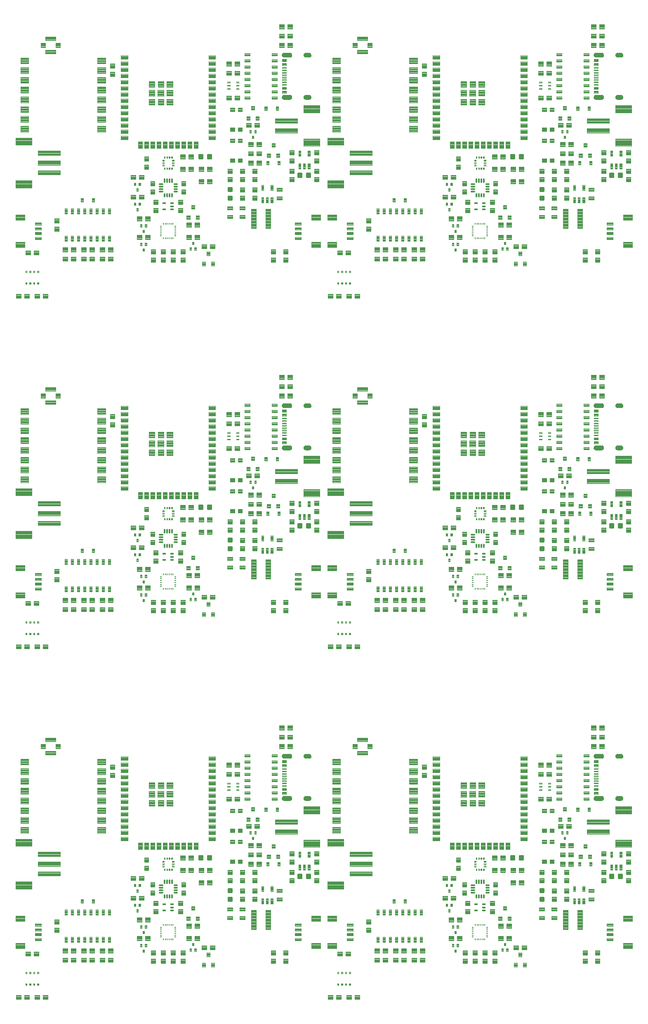
<source format=gtp>
G04 EAGLE Gerber RS-274X export*
G75*
%MOMM*%
%FSLAX34Y34*%
%LPD*%
%INSolderpaste Top*%
%IPPOS*%
%AMOC8*
5,1,8,0,0,1.08239X$1,22.5*%
G01*
%ADD10C,0.099000*%
%ADD11C,0.106400*%
%ADD12C,0.102000*%
%ADD13C,0.100000*%
%ADD14C,0.102869*%
%ADD15C,0.104000*%
%ADD16C,0.100800*%
%ADD17C,0.300000*%
%ADD18C,0.096000*%
%ADD19R,0.450000X0.250000*%
%ADD20R,0.250000X0.450000*%
%ADD21R,0.750000X0.400000*%
%ADD22R,0.685800X0.330200*%
%ADD23C,0.101200*%
%ADD24C,0.225000*%
%ADD25C,0.108000*%

G36*
X1208237Y1996496D02*
X1208237Y1996496D01*
X1208241Y1996492D01*
X1209185Y1996711D01*
X1209191Y1996717D01*
X1209196Y1996715D01*
X1210068Y1997139D01*
X1210071Y1997146D01*
X1210077Y1997144D01*
X1210833Y1997751D01*
X1210835Y1997759D01*
X1210841Y1997759D01*
X1211442Y1998519D01*
X1211442Y1998528D01*
X1211448Y1998529D01*
X1211866Y1999404D01*
X1211864Y1999412D01*
X1211869Y1999414D01*
X1212082Y2000360D01*
X1212079Y2000366D01*
X1212081Y2000368D01*
X1212080Y2000369D01*
X1212083Y2000371D01*
X1212079Y2001340D01*
X1212079Y2001341D01*
X1212060Y2002409D01*
X1212055Y2002416D01*
X1212059Y2002420D01*
X1211803Y2003457D01*
X1211796Y2003462D01*
X1211799Y2003468D01*
X1211318Y2004422D01*
X1211311Y2004426D01*
X1211312Y2004431D01*
X1210631Y2005255D01*
X1210623Y2005256D01*
X1210623Y2005262D01*
X1209776Y2005913D01*
X1209768Y2005913D01*
X1209767Y2005919D01*
X1208796Y2006366D01*
X1208788Y2006364D01*
X1208786Y2006369D01*
X1207740Y2006588D01*
X1207738Y2006587D01*
X1207732Y2006587D01*
X1207730Y2006589D01*
X1195730Y2006589D01*
X1195727Y2006587D01*
X1195724Y2006587D01*
X1195722Y2006589D01*
X1194627Y2006409D01*
X1194621Y2006403D01*
X1194616Y2006406D01*
X1193588Y2005987D01*
X1193584Y2005980D01*
X1193579Y2005982D01*
X1192670Y2005345D01*
X1192668Y2005337D01*
X1192662Y2005337D01*
X1191918Y2004514D01*
X1191917Y2004506D01*
X1191911Y2004505D01*
X1191369Y2003537D01*
X1191370Y2003528D01*
X1191364Y2003526D01*
X1191051Y2002462D01*
X1191054Y2002454D01*
X1191049Y2002451D01*
X1190981Y2001343D01*
X1190985Y2001337D01*
X1190981Y2001333D01*
X1191151Y2000225D01*
X1191157Y2000219D01*
X1191154Y2000214D01*
X1191566Y1999172D01*
X1191573Y1999168D01*
X1191571Y1999163D01*
X1192205Y1998238D01*
X1192213Y1998236D01*
X1192212Y1998230D01*
X1193036Y1997470D01*
X1193044Y1997469D01*
X1193044Y1997463D01*
X1194016Y1996906D01*
X1194024Y1996907D01*
X1194026Y1996901D01*
X1195098Y1996574D01*
X1195106Y1996577D01*
X1195109Y1996572D01*
X1196226Y1996491D01*
X1196229Y1996492D01*
X1196230Y1996491D01*
X1208230Y1996491D01*
X1208237Y1996496D01*
G37*
G36*
X568157Y1996496D02*
X568157Y1996496D01*
X568161Y1996492D01*
X569105Y1996711D01*
X569111Y1996717D01*
X569116Y1996715D01*
X569988Y1997139D01*
X569991Y1997146D01*
X569997Y1997144D01*
X570753Y1997751D01*
X570755Y1997759D01*
X570761Y1997759D01*
X571362Y1998519D01*
X571362Y1998528D01*
X571368Y1998529D01*
X571786Y1999404D01*
X571784Y1999412D01*
X571789Y1999414D01*
X572002Y2000360D01*
X571999Y2000366D01*
X572001Y2000368D01*
X572000Y2000369D01*
X572003Y2000371D01*
X571999Y2001340D01*
X571999Y2001341D01*
X571980Y2002409D01*
X571975Y2002416D01*
X571979Y2002420D01*
X571723Y2003457D01*
X571716Y2003462D01*
X571719Y2003468D01*
X571238Y2004422D01*
X571231Y2004426D01*
X571232Y2004431D01*
X570551Y2005255D01*
X570543Y2005256D01*
X570543Y2005262D01*
X569696Y2005913D01*
X569688Y2005913D01*
X569687Y2005919D01*
X568716Y2006366D01*
X568708Y2006364D01*
X568706Y2006369D01*
X567660Y2006588D01*
X567658Y2006587D01*
X567652Y2006587D01*
X567650Y2006589D01*
X555650Y2006589D01*
X555647Y2006587D01*
X555644Y2006587D01*
X555642Y2006589D01*
X554547Y2006409D01*
X554541Y2006403D01*
X554536Y2006406D01*
X553508Y2005987D01*
X553504Y2005980D01*
X553499Y2005982D01*
X552590Y2005345D01*
X552588Y2005337D01*
X552582Y2005337D01*
X551838Y2004514D01*
X551837Y2004506D01*
X551831Y2004505D01*
X551289Y2003537D01*
X551290Y2003528D01*
X551284Y2003526D01*
X550971Y2002462D01*
X550974Y2002454D01*
X550969Y2002451D01*
X550901Y2001343D01*
X550905Y2001337D01*
X550901Y2001333D01*
X551071Y2000225D01*
X551077Y2000219D01*
X551074Y2000214D01*
X551486Y1999172D01*
X551493Y1999168D01*
X551491Y1999163D01*
X552125Y1998238D01*
X552133Y1998236D01*
X552132Y1998230D01*
X552956Y1997470D01*
X552964Y1997469D01*
X552964Y1997463D01*
X553936Y1996906D01*
X553944Y1996907D01*
X553946Y1996901D01*
X555018Y1996574D01*
X555026Y1996577D01*
X555029Y1996572D01*
X556146Y1996491D01*
X556149Y1996492D01*
X556150Y1996491D01*
X568150Y1996491D01*
X568157Y1996496D01*
G37*
G36*
X568157Y1277676D02*
X568157Y1277676D01*
X568161Y1277672D01*
X569105Y1277891D01*
X569111Y1277897D01*
X569116Y1277895D01*
X569988Y1278319D01*
X569991Y1278326D01*
X569997Y1278324D01*
X570753Y1278931D01*
X570755Y1278939D01*
X570761Y1278939D01*
X571362Y1279699D01*
X571362Y1279708D01*
X571368Y1279709D01*
X571786Y1280584D01*
X571784Y1280592D01*
X571789Y1280594D01*
X572002Y1281540D01*
X571999Y1281546D01*
X572001Y1281548D01*
X572000Y1281549D01*
X572003Y1281551D01*
X571999Y1282520D01*
X571999Y1282521D01*
X571980Y1283589D01*
X571975Y1283596D01*
X571979Y1283600D01*
X571723Y1284637D01*
X571716Y1284642D01*
X571719Y1284648D01*
X571238Y1285602D01*
X571231Y1285606D01*
X571232Y1285611D01*
X570551Y1286435D01*
X570543Y1286436D01*
X570543Y1286442D01*
X569696Y1287093D01*
X569688Y1287093D01*
X569687Y1287099D01*
X568716Y1287546D01*
X568708Y1287544D01*
X568706Y1287549D01*
X567660Y1287768D01*
X567658Y1287767D01*
X567652Y1287767D01*
X567650Y1287769D01*
X555650Y1287769D01*
X555647Y1287767D01*
X555644Y1287767D01*
X555642Y1287769D01*
X554547Y1287589D01*
X554541Y1287583D01*
X554536Y1287586D01*
X553508Y1287167D01*
X553504Y1287160D01*
X553499Y1287162D01*
X552590Y1286525D01*
X552588Y1286517D01*
X552582Y1286517D01*
X551838Y1285694D01*
X551837Y1285686D01*
X551831Y1285685D01*
X551289Y1284717D01*
X551290Y1284708D01*
X551284Y1284706D01*
X550971Y1283642D01*
X550974Y1283634D01*
X550969Y1283631D01*
X550901Y1282523D01*
X550905Y1282517D01*
X550901Y1282513D01*
X551071Y1281405D01*
X551077Y1281399D01*
X551074Y1281394D01*
X551486Y1280352D01*
X551493Y1280348D01*
X551491Y1280343D01*
X552125Y1279418D01*
X552133Y1279416D01*
X552132Y1279410D01*
X552956Y1278650D01*
X552964Y1278649D01*
X552964Y1278643D01*
X553936Y1278086D01*
X553944Y1278087D01*
X553946Y1278081D01*
X555018Y1277754D01*
X555026Y1277757D01*
X555029Y1277752D01*
X556146Y1277671D01*
X556149Y1277672D01*
X556150Y1277671D01*
X568150Y1277671D01*
X568157Y1277676D01*
G37*
G36*
X1208237Y1277676D02*
X1208237Y1277676D01*
X1208241Y1277672D01*
X1209185Y1277891D01*
X1209191Y1277897D01*
X1209196Y1277895D01*
X1210068Y1278319D01*
X1210071Y1278326D01*
X1210077Y1278324D01*
X1210833Y1278931D01*
X1210835Y1278939D01*
X1210841Y1278939D01*
X1211442Y1279699D01*
X1211442Y1279708D01*
X1211448Y1279709D01*
X1211866Y1280584D01*
X1211864Y1280592D01*
X1211869Y1280594D01*
X1212082Y1281540D01*
X1212079Y1281546D01*
X1212081Y1281548D01*
X1212080Y1281549D01*
X1212083Y1281551D01*
X1212079Y1282520D01*
X1212079Y1282521D01*
X1212060Y1283589D01*
X1212055Y1283596D01*
X1212059Y1283600D01*
X1211803Y1284637D01*
X1211796Y1284642D01*
X1211799Y1284648D01*
X1211318Y1285602D01*
X1211311Y1285606D01*
X1211312Y1285611D01*
X1210631Y1286435D01*
X1210623Y1286436D01*
X1210623Y1286442D01*
X1209776Y1287093D01*
X1209768Y1287093D01*
X1209767Y1287099D01*
X1208796Y1287546D01*
X1208788Y1287544D01*
X1208786Y1287549D01*
X1207740Y1287768D01*
X1207738Y1287767D01*
X1207732Y1287767D01*
X1207730Y1287769D01*
X1195730Y1287769D01*
X1195727Y1287767D01*
X1195724Y1287767D01*
X1195722Y1287769D01*
X1194627Y1287589D01*
X1194621Y1287583D01*
X1194616Y1287586D01*
X1193588Y1287167D01*
X1193584Y1287160D01*
X1193579Y1287162D01*
X1192670Y1286525D01*
X1192668Y1286517D01*
X1192662Y1286517D01*
X1191918Y1285694D01*
X1191917Y1285686D01*
X1191911Y1285685D01*
X1191369Y1284717D01*
X1191370Y1284708D01*
X1191364Y1284706D01*
X1191051Y1283642D01*
X1191054Y1283634D01*
X1191049Y1283631D01*
X1190981Y1282523D01*
X1190985Y1282517D01*
X1190981Y1282513D01*
X1191151Y1281405D01*
X1191157Y1281399D01*
X1191154Y1281394D01*
X1191566Y1280352D01*
X1191573Y1280348D01*
X1191571Y1280343D01*
X1192205Y1279418D01*
X1192213Y1279416D01*
X1192212Y1279410D01*
X1193036Y1278650D01*
X1193044Y1278649D01*
X1193044Y1278643D01*
X1194016Y1278086D01*
X1194024Y1278087D01*
X1194026Y1278081D01*
X1195098Y1277754D01*
X1195106Y1277757D01*
X1195109Y1277752D01*
X1196226Y1277671D01*
X1196229Y1277672D01*
X1196230Y1277671D01*
X1208230Y1277671D01*
X1208237Y1277676D01*
G37*
G36*
X1208237Y558856D02*
X1208237Y558856D01*
X1208241Y558852D01*
X1209185Y559071D01*
X1209191Y559077D01*
X1209196Y559075D01*
X1210068Y559499D01*
X1210071Y559506D01*
X1210077Y559504D01*
X1210833Y560111D01*
X1210835Y560119D01*
X1210841Y560119D01*
X1211442Y560879D01*
X1211442Y560888D01*
X1211448Y560889D01*
X1211866Y561764D01*
X1211864Y561772D01*
X1211869Y561774D01*
X1212082Y562720D01*
X1212079Y562726D01*
X1212081Y562728D01*
X1212080Y562729D01*
X1212083Y562731D01*
X1212079Y563700D01*
X1212079Y563701D01*
X1212060Y564769D01*
X1212055Y564776D01*
X1212059Y564780D01*
X1211803Y565817D01*
X1211796Y565822D01*
X1211799Y565828D01*
X1211318Y566782D01*
X1211311Y566786D01*
X1211312Y566791D01*
X1210631Y567615D01*
X1210623Y567616D01*
X1210623Y567622D01*
X1209776Y568273D01*
X1209768Y568273D01*
X1209767Y568279D01*
X1208796Y568726D01*
X1208788Y568724D01*
X1208786Y568729D01*
X1207740Y568948D01*
X1207738Y568947D01*
X1207732Y568947D01*
X1207730Y568949D01*
X1195730Y568949D01*
X1195727Y568947D01*
X1195724Y568947D01*
X1195722Y568949D01*
X1194627Y568769D01*
X1194621Y568763D01*
X1194616Y568766D01*
X1193588Y568347D01*
X1193584Y568340D01*
X1193579Y568342D01*
X1192670Y567705D01*
X1192668Y567697D01*
X1192662Y567697D01*
X1191918Y566874D01*
X1191917Y566866D01*
X1191911Y566865D01*
X1191369Y565897D01*
X1191370Y565888D01*
X1191364Y565886D01*
X1191051Y564822D01*
X1191054Y564814D01*
X1191049Y564811D01*
X1190981Y563703D01*
X1190985Y563697D01*
X1190981Y563693D01*
X1191151Y562585D01*
X1191157Y562579D01*
X1191154Y562574D01*
X1191566Y561532D01*
X1191573Y561528D01*
X1191571Y561523D01*
X1192205Y560598D01*
X1192213Y560596D01*
X1192212Y560590D01*
X1193036Y559830D01*
X1193044Y559829D01*
X1193044Y559823D01*
X1194016Y559266D01*
X1194024Y559267D01*
X1194026Y559261D01*
X1195098Y558934D01*
X1195106Y558937D01*
X1195109Y558932D01*
X1196226Y558851D01*
X1196229Y558852D01*
X1196230Y558851D01*
X1208230Y558851D01*
X1208237Y558856D01*
G37*
G36*
X568157Y558856D02*
X568157Y558856D01*
X568161Y558852D01*
X569105Y559071D01*
X569111Y559077D01*
X569116Y559075D01*
X569988Y559499D01*
X569991Y559506D01*
X569997Y559504D01*
X570753Y560111D01*
X570755Y560119D01*
X570761Y560119D01*
X571362Y560879D01*
X571362Y560888D01*
X571368Y560889D01*
X571786Y561764D01*
X571784Y561772D01*
X571789Y561774D01*
X572002Y562720D01*
X571999Y562726D01*
X572001Y562728D01*
X572000Y562729D01*
X572003Y562731D01*
X571999Y563700D01*
X571999Y563701D01*
X571980Y564769D01*
X571975Y564776D01*
X571979Y564780D01*
X571723Y565817D01*
X571716Y565822D01*
X571719Y565828D01*
X571238Y566782D01*
X571231Y566786D01*
X571232Y566791D01*
X570551Y567615D01*
X570543Y567616D01*
X570543Y567622D01*
X569696Y568273D01*
X569688Y568273D01*
X569687Y568279D01*
X568716Y568726D01*
X568708Y568724D01*
X568706Y568729D01*
X567660Y568948D01*
X567658Y568947D01*
X567652Y568947D01*
X567650Y568949D01*
X555650Y568949D01*
X555647Y568947D01*
X555644Y568947D01*
X555642Y568949D01*
X554547Y568769D01*
X554541Y568763D01*
X554536Y568766D01*
X553508Y568347D01*
X553504Y568340D01*
X553499Y568342D01*
X552590Y567705D01*
X552588Y567697D01*
X552582Y567697D01*
X551838Y566874D01*
X551837Y566866D01*
X551831Y566865D01*
X551289Y565897D01*
X551290Y565888D01*
X551284Y565886D01*
X550971Y564822D01*
X550974Y564814D01*
X550969Y564811D01*
X550901Y563703D01*
X550905Y563697D01*
X550901Y563693D01*
X551071Y562585D01*
X551077Y562579D01*
X551074Y562574D01*
X551486Y561532D01*
X551493Y561528D01*
X551491Y561523D01*
X552125Y560598D01*
X552133Y560596D01*
X552132Y560590D01*
X552956Y559830D01*
X552964Y559829D01*
X552964Y559823D01*
X553936Y559266D01*
X553944Y559267D01*
X553946Y559261D01*
X555018Y558934D01*
X555026Y558937D01*
X555029Y558932D01*
X556146Y558851D01*
X556149Y558852D01*
X556150Y558851D01*
X568150Y558851D01*
X568157Y558856D01*
G37*
G36*
X567655Y1910094D02*
X567655Y1910094D01*
X567658Y1910091D01*
X568654Y1910249D01*
X568660Y1910255D01*
X568665Y1910252D01*
X569601Y1910627D01*
X569605Y1910634D01*
X569611Y1910632D01*
X570440Y1911206D01*
X570443Y1911214D01*
X570448Y1911213D01*
X571129Y1911957D01*
X571130Y1911966D01*
X571136Y1911966D01*
X571634Y1912843D01*
X571633Y1912852D01*
X571638Y1912854D01*
X571751Y1913229D01*
X571929Y1913819D01*
X571929Y1913820D01*
X571928Y1913822D01*
X571926Y1913827D01*
X571931Y1913830D01*
X571999Y1914837D01*
X571998Y1914839D01*
X571999Y1914840D01*
X571990Y1915921D01*
X571985Y1915928D01*
X571989Y1915932D01*
X571740Y1916984D01*
X571733Y1916989D01*
X571736Y1916994D01*
X571259Y1917964D01*
X571251Y1917967D01*
X571253Y1917973D01*
X570572Y1918812D01*
X570564Y1918814D01*
X570564Y1918820D01*
X569714Y1919486D01*
X569705Y1919487D01*
X569704Y1919492D01*
X568727Y1919953D01*
X568719Y1919951D01*
X568716Y1919957D01*
X567661Y1920188D01*
X567658Y1920187D01*
X567652Y1920187D01*
X567650Y1920189D01*
X555650Y1920189D01*
X555647Y1920187D01*
X555643Y1920187D01*
X555642Y1920189D01*
X554536Y1919996D01*
X554531Y1919990D01*
X554526Y1919993D01*
X553491Y1919560D01*
X553487Y1919553D01*
X553482Y1919555D01*
X552569Y1918902D01*
X552567Y1918894D01*
X552561Y1918895D01*
X551817Y1918056D01*
X551816Y1918047D01*
X551811Y1918047D01*
X551272Y1917063D01*
X551273Y1917055D01*
X551268Y1917053D01*
X551252Y1916999D01*
X551071Y1916359D01*
X550961Y1915974D01*
X550964Y1915967D01*
X550961Y1915965D01*
X550961Y1915964D01*
X550959Y1915963D01*
X550901Y1914843D01*
X550904Y1914838D01*
X550901Y1914835D01*
X551019Y1913789D01*
X551025Y1913783D01*
X551021Y1913778D01*
X551369Y1912784D01*
X551376Y1912780D01*
X551374Y1912775D01*
X551934Y1911883D01*
X551941Y1911881D01*
X551941Y1911875D01*
X552685Y1911131D01*
X552693Y1911129D01*
X552693Y1911124D01*
X553585Y1910564D01*
X553593Y1910564D01*
X553594Y1910559D01*
X554588Y1910211D01*
X554596Y1910214D01*
X554599Y1910209D01*
X555645Y1910091D01*
X555648Y1910093D01*
X555650Y1910091D01*
X567650Y1910091D01*
X567655Y1910094D01*
G37*
G36*
X1207735Y1910094D02*
X1207735Y1910094D01*
X1207738Y1910091D01*
X1208734Y1910249D01*
X1208740Y1910255D01*
X1208745Y1910252D01*
X1209681Y1910627D01*
X1209685Y1910634D01*
X1209691Y1910632D01*
X1210520Y1911206D01*
X1210523Y1911214D01*
X1210528Y1911213D01*
X1211209Y1911957D01*
X1211210Y1911966D01*
X1211216Y1911966D01*
X1211714Y1912843D01*
X1211713Y1912852D01*
X1211718Y1912854D01*
X1211831Y1913229D01*
X1212009Y1913819D01*
X1212009Y1913820D01*
X1212008Y1913822D01*
X1212006Y1913827D01*
X1212011Y1913830D01*
X1212079Y1914837D01*
X1212078Y1914839D01*
X1212079Y1914840D01*
X1212070Y1915921D01*
X1212065Y1915928D01*
X1212069Y1915932D01*
X1211820Y1916984D01*
X1211813Y1916989D01*
X1211816Y1916994D01*
X1211339Y1917964D01*
X1211331Y1917967D01*
X1211333Y1917973D01*
X1210652Y1918812D01*
X1210644Y1918814D01*
X1210644Y1918820D01*
X1209794Y1919486D01*
X1209785Y1919487D01*
X1209784Y1919492D01*
X1208807Y1919953D01*
X1208799Y1919951D01*
X1208796Y1919957D01*
X1207741Y1920188D01*
X1207738Y1920187D01*
X1207732Y1920187D01*
X1207730Y1920189D01*
X1195730Y1920189D01*
X1195727Y1920187D01*
X1195723Y1920187D01*
X1195722Y1920189D01*
X1194616Y1919996D01*
X1194611Y1919990D01*
X1194606Y1919993D01*
X1193571Y1919560D01*
X1193567Y1919553D01*
X1193562Y1919555D01*
X1192649Y1918902D01*
X1192647Y1918894D01*
X1192641Y1918895D01*
X1191897Y1918056D01*
X1191896Y1918047D01*
X1191891Y1918047D01*
X1191352Y1917063D01*
X1191353Y1917055D01*
X1191348Y1917053D01*
X1191332Y1916999D01*
X1191151Y1916359D01*
X1191041Y1915974D01*
X1191044Y1915967D01*
X1191041Y1915965D01*
X1191041Y1915964D01*
X1191039Y1915963D01*
X1190981Y1914843D01*
X1190984Y1914838D01*
X1190981Y1914835D01*
X1191099Y1913789D01*
X1191105Y1913783D01*
X1191101Y1913778D01*
X1191449Y1912784D01*
X1191456Y1912780D01*
X1191454Y1912775D01*
X1192014Y1911883D01*
X1192021Y1911881D01*
X1192021Y1911875D01*
X1192765Y1911131D01*
X1192773Y1911129D01*
X1192773Y1911124D01*
X1193665Y1910564D01*
X1193673Y1910564D01*
X1193674Y1910559D01*
X1194668Y1910211D01*
X1194676Y1910214D01*
X1194679Y1910209D01*
X1195725Y1910091D01*
X1195728Y1910093D01*
X1195730Y1910091D01*
X1207730Y1910091D01*
X1207735Y1910094D01*
G37*
G36*
X567655Y1191274D02*
X567655Y1191274D01*
X567658Y1191271D01*
X568654Y1191429D01*
X568660Y1191435D01*
X568665Y1191432D01*
X569601Y1191807D01*
X569605Y1191814D01*
X569611Y1191812D01*
X570440Y1192386D01*
X570443Y1192394D01*
X570448Y1192393D01*
X571129Y1193137D01*
X571130Y1193146D01*
X571136Y1193146D01*
X571634Y1194023D01*
X571633Y1194032D01*
X571638Y1194034D01*
X571751Y1194409D01*
X571929Y1194999D01*
X571929Y1195000D01*
X571928Y1195002D01*
X571926Y1195007D01*
X571931Y1195010D01*
X571999Y1196017D01*
X571998Y1196019D01*
X571999Y1196020D01*
X571990Y1197101D01*
X571985Y1197108D01*
X571989Y1197112D01*
X571740Y1198164D01*
X571733Y1198169D01*
X571736Y1198174D01*
X571259Y1199144D01*
X571251Y1199147D01*
X571253Y1199153D01*
X570572Y1199992D01*
X570564Y1199994D01*
X570564Y1200000D01*
X569714Y1200666D01*
X569705Y1200667D01*
X569704Y1200672D01*
X568727Y1201133D01*
X568719Y1201131D01*
X568716Y1201137D01*
X567661Y1201368D01*
X567658Y1201367D01*
X567652Y1201367D01*
X567650Y1201369D01*
X555650Y1201369D01*
X555647Y1201367D01*
X555643Y1201367D01*
X555642Y1201369D01*
X554536Y1201176D01*
X554531Y1201170D01*
X554526Y1201173D01*
X553491Y1200740D01*
X553487Y1200733D01*
X553482Y1200735D01*
X552569Y1200082D01*
X552567Y1200074D01*
X552561Y1200075D01*
X551817Y1199236D01*
X551816Y1199227D01*
X551811Y1199227D01*
X551272Y1198243D01*
X551273Y1198235D01*
X551268Y1198233D01*
X551252Y1198179D01*
X551071Y1197539D01*
X550961Y1197154D01*
X550964Y1197147D01*
X550961Y1197145D01*
X550961Y1197144D01*
X550959Y1197143D01*
X550901Y1196023D01*
X550904Y1196018D01*
X550901Y1196015D01*
X551019Y1194969D01*
X551025Y1194963D01*
X551021Y1194958D01*
X551369Y1193964D01*
X551376Y1193960D01*
X551374Y1193955D01*
X551934Y1193063D01*
X551941Y1193061D01*
X551941Y1193055D01*
X552685Y1192311D01*
X552693Y1192309D01*
X552693Y1192304D01*
X553585Y1191744D01*
X553593Y1191744D01*
X553594Y1191739D01*
X554588Y1191391D01*
X554596Y1191394D01*
X554599Y1191389D01*
X555645Y1191271D01*
X555648Y1191273D01*
X555650Y1191271D01*
X567650Y1191271D01*
X567655Y1191274D01*
G37*
G36*
X1207735Y1191274D02*
X1207735Y1191274D01*
X1207738Y1191271D01*
X1208734Y1191429D01*
X1208740Y1191435D01*
X1208745Y1191432D01*
X1209681Y1191807D01*
X1209685Y1191814D01*
X1209691Y1191812D01*
X1210520Y1192386D01*
X1210523Y1192394D01*
X1210528Y1192393D01*
X1211209Y1193137D01*
X1211210Y1193146D01*
X1211216Y1193146D01*
X1211714Y1194023D01*
X1211713Y1194032D01*
X1211718Y1194034D01*
X1211831Y1194409D01*
X1212009Y1194999D01*
X1212009Y1195000D01*
X1212008Y1195002D01*
X1212006Y1195007D01*
X1212011Y1195010D01*
X1212079Y1196017D01*
X1212078Y1196019D01*
X1212079Y1196020D01*
X1212070Y1197101D01*
X1212065Y1197108D01*
X1212069Y1197112D01*
X1211820Y1198164D01*
X1211813Y1198169D01*
X1211816Y1198174D01*
X1211339Y1199144D01*
X1211331Y1199147D01*
X1211333Y1199153D01*
X1210652Y1199992D01*
X1210644Y1199994D01*
X1210644Y1200000D01*
X1209794Y1200666D01*
X1209785Y1200667D01*
X1209784Y1200672D01*
X1208807Y1201133D01*
X1208799Y1201131D01*
X1208796Y1201137D01*
X1207741Y1201368D01*
X1207738Y1201367D01*
X1207732Y1201367D01*
X1207730Y1201369D01*
X1195730Y1201369D01*
X1195727Y1201367D01*
X1195723Y1201367D01*
X1195722Y1201369D01*
X1194616Y1201176D01*
X1194611Y1201170D01*
X1194606Y1201173D01*
X1193571Y1200740D01*
X1193567Y1200733D01*
X1193562Y1200735D01*
X1192649Y1200082D01*
X1192647Y1200074D01*
X1192641Y1200075D01*
X1191897Y1199236D01*
X1191896Y1199227D01*
X1191891Y1199227D01*
X1191352Y1198243D01*
X1191353Y1198235D01*
X1191348Y1198233D01*
X1191332Y1198179D01*
X1191151Y1197539D01*
X1191041Y1197154D01*
X1191044Y1197147D01*
X1191041Y1197145D01*
X1191041Y1197144D01*
X1191039Y1197143D01*
X1190981Y1196023D01*
X1190984Y1196018D01*
X1190981Y1196015D01*
X1191099Y1194969D01*
X1191105Y1194963D01*
X1191101Y1194958D01*
X1191449Y1193964D01*
X1191456Y1193960D01*
X1191454Y1193955D01*
X1192014Y1193063D01*
X1192021Y1193061D01*
X1192021Y1193055D01*
X1192765Y1192311D01*
X1192773Y1192309D01*
X1192773Y1192304D01*
X1193665Y1191744D01*
X1193673Y1191744D01*
X1193674Y1191739D01*
X1194668Y1191391D01*
X1194676Y1191394D01*
X1194679Y1191389D01*
X1195725Y1191271D01*
X1195728Y1191273D01*
X1195730Y1191271D01*
X1207730Y1191271D01*
X1207735Y1191274D01*
G37*
G36*
X1207735Y472454D02*
X1207735Y472454D01*
X1207738Y472451D01*
X1208734Y472609D01*
X1208740Y472615D01*
X1208745Y472612D01*
X1209681Y472987D01*
X1209685Y472994D01*
X1209691Y472992D01*
X1210520Y473566D01*
X1210523Y473574D01*
X1210528Y473573D01*
X1211209Y474317D01*
X1211210Y474326D01*
X1211216Y474326D01*
X1211714Y475203D01*
X1211713Y475212D01*
X1211718Y475214D01*
X1211831Y475589D01*
X1212009Y476179D01*
X1212009Y476180D01*
X1212008Y476182D01*
X1212006Y476187D01*
X1212011Y476190D01*
X1212079Y477197D01*
X1212078Y477199D01*
X1212079Y477200D01*
X1212070Y478281D01*
X1212065Y478288D01*
X1212069Y478292D01*
X1211820Y479344D01*
X1211813Y479349D01*
X1211816Y479354D01*
X1211339Y480324D01*
X1211331Y480327D01*
X1211333Y480333D01*
X1210652Y481172D01*
X1210644Y481174D01*
X1210644Y481180D01*
X1209794Y481846D01*
X1209785Y481847D01*
X1209784Y481852D01*
X1208807Y482313D01*
X1208799Y482311D01*
X1208796Y482317D01*
X1207741Y482548D01*
X1207738Y482547D01*
X1207732Y482547D01*
X1207730Y482549D01*
X1195730Y482549D01*
X1195727Y482547D01*
X1195723Y482547D01*
X1195722Y482549D01*
X1194616Y482356D01*
X1194611Y482350D01*
X1194606Y482353D01*
X1193571Y481920D01*
X1193567Y481913D01*
X1193562Y481915D01*
X1192649Y481262D01*
X1192647Y481254D01*
X1192641Y481255D01*
X1191897Y480416D01*
X1191896Y480407D01*
X1191891Y480407D01*
X1191352Y479423D01*
X1191353Y479415D01*
X1191348Y479413D01*
X1191332Y479359D01*
X1191151Y478719D01*
X1191041Y478334D01*
X1191044Y478327D01*
X1191041Y478325D01*
X1191041Y478324D01*
X1191039Y478323D01*
X1190981Y477203D01*
X1190984Y477198D01*
X1190981Y477195D01*
X1191099Y476149D01*
X1191105Y476143D01*
X1191101Y476138D01*
X1191449Y475144D01*
X1191456Y475140D01*
X1191454Y475135D01*
X1192014Y474243D01*
X1192021Y474241D01*
X1192021Y474235D01*
X1192765Y473491D01*
X1192773Y473489D01*
X1192773Y473484D01*
X1193665Y472924D01*
X1193673Y472924D01*
X1193674Y472919D01*
X1194668Y472571D01*
X1194676Y472574D01*
X1194679Y472569D01*
X1195725Y472451D01*
X1195728Y472453D01*
X1195730Y472451D01*
X1207730Y472451D01*
X1207735Y472454D01*
G37*
G36*
X567655Y472454D02*
X567655Y472454D01*
X567658Y472451D01*
X568654Y472609D01*
X568660Y472615D01*
X568665Y472612D01*
X569601Y472987D01*
X569605Y472994D01*
X569611Y472992D01*
X570440Y473566D01*
X570443Y473574D01*
X570448Y473573D01*
X571129Y474317D01*
X571130Y474326D01*
X571136Y474326D01*
X571634Y475203D01*
X571633Y475212D01*
X571638Y475214D01*
X571751Y475589D01*
X571929Y476179D01*
X571929Y476180D01*
X571928Y476182D01*
X571926Y476187D01*
X571931Y476190D01*
X571999Y477197D01*
X571998Y477199D01*
X571999Y477200D01*
X571990Y478281D01*
X571985Y478288D01*
X571989Y478292D01*
X571740Y479344D01*
X571733Y479349D01*
X571736Y479354D01*
X571259Y480324D01*
X571251Y480327D01*
X571253Y480333D01*
X570572Y481172D01*
X570564Y481174D01*
X570564Y481180D01*
X569714Y481846D01*
X569705Y481847D01*
X569704Y481852D01*
X568727Y482313D01*
X568719Y482311D01*
X568716Y482317D01*
X567661Y482548D01*
X567658Y482547D01*
X567652Y482547D01*
X567650Y482549D01*
X555650Y482549D01*
X555647Y482547D01*
X555643Y482547D01*
X555642Y482549D01*
X554536Y482356D01*
X554531Y482350D01*
X554526Y482353D01*
X553491Y481920D01*
X553487Y481913D01*
X553482Y481915D01*
X552569Y481262D01*
X552567Y481254D01*
X552561Y481255D01*
X551817Y480416D01*
X551816Y480407D01*
X551811Y480407D01*
X551272Y479423D01*
X551273Y479415D01*
X551268Y479413D01*
X551252Y479359D01*
X551071Y478719D01*
X550961Y478334D01*
X550964Y478327D01*
X550961Y478325D01*
X550961Y478324D01*
X550959Y478323D01*
X550901Y477203D01*
X550904Y477198D01*
X550901Y477195D01*
X551019Y476149D01*
X551025Y476143D01*
X551021Y476138D01*
X551369Y475144D01*
X551376Y475140D01*
X551374Y475135D01*
X551934Y474243D01*
X551941Y474241D01*
X551941Y474235D01*
X552685Y473491D01*
X552693Y473489D01*
X552693Y473484D01*
X553585Y472924D01*
X553593Y472924D01*
X553594Y472919D01*
X554588Y472571D01*
X554596Y472574D01*
X554599Y472569D01*
X555645Y472451D01*
X555648Y472453D01*
X555650Y472451D01*
X567650Y472451D01*
X567655Y472454D01*
G37*
G36*
X1247036Y1996495D02*
X1247036Y1996495D01*
X1247039Y1996492D01*
X1248120Y1996704D01*
X1248125Y1996710D01*
X1248130Y1996707D01*
X1249136Y1997154D01*
X1249140Y1997161D01*
X1249146Y1997159D01*
X1250027Y1997819D01*
X1250030Y1997827D01*
X1250035Y1997827D01*
X1250748Y1998666D01*
X1250748Y1998674D01*
X1250754Y1998675D01*
X1251262Y1999652D01*
X1251261Y1999660D01*
X1251266Y1999662D01*
X1251544Y2000727D01*
X1251541Y2000735D01*
X1251545Y2000738D01*
X1251579Y2001839D01*
X1251576Y2001844D01*
X1251579Y2001847D01*
X1251424Y2002923D01*
X1251418Y2002928D01*
X1251421Y2002933D01*
X1251031Y2003947D01*
X1251024Y2003951D01*
X1251026Y2003957D01*
X1250419Y2004859D01*
X1250411Y2004861D01*
X1250412Y2004867D01*
X1249620Y2005611D01*
X1249612Y2005612D01*
X1249612Y2005618D01*
X1248674Y2006167D01*
X1248666Y2006166D01*
X1248664Y2006172D01*
X1247628Y2006499D01*
X1247620Y2006496D01*
X1247617Y2006501D01*
X1246534Y2006589D01*
X1246531Y2006587D01*
X1246530Y2006589D01*
X1240530Y2006589D01*
X1240527Y2006587D01*
X1240525Y2006587D01*
X1240524Y2006589D01*
X1239391Y2006439D01*
X1239385Y2006433D01*
X1239380Y2006436D01*
X1238310Y2006038D01*
X1238306Y2006031D01*
X1238300Y2006033D01*
X1237345Y2005406D01*
X1237342Y2005398D01*
X1237337Y2005399D01*
X1236545Y2004576D01*
X1236544Y2004568D01*
X1236538Y2004567D01*
X1235949Y2003588D01*
X1235950Y2003580D01*
X1235945Y2003578D01*
X1235589Y2002493D01*
X1235592Y2002485D01*
X1235587Y2002482D01*
X1235481Y2001345D01*
X1235486Y2001336D01*
X1235482Y2001331D01*
X1235689Y2000194D01*
X1235695Y2000188D01*
X1235692Y2000183D01*
X1236147Y1999121D01*
X1236154Y1999117D01*
X1236152Y1999111D01*
X1236832Y1998176D01*
X1236840Y1998174D01*
X1236839Y1998168D01*
X1237710Y1997408D01*
X1237718Y1997408D01*
X1237719Y1997402D01*
X1238738Y1996855D01*
X1238746Y1996856D01*
X1238748Y1996851D01*
X1239862Y1996544D01*
X1239870Y1996547D01*
X1239873Y1996542D01*
X1241028Y1996491D01*
X1241029Y1996492D01*
X1241030Y1996491D01*
X1247030Y1996491D01*
X1247036Y1996495D01*
G37*
G36*
X606956Y1996495D02*
X606956Y1996495D01*
X606959Y1996492D01*
X608040Y1996704D01*
X608045Y1996710D01*
X608050Y1996707D01*
X609056Y1997154D01*
X609060Y1997161D01*
X609066Y1997159D01*
X609947Y1997819D01*
X609950Y1997827D01*
X609955Y1997827D01*
X610668Y1998666D01*
X610668Y1998674D01*
X610674Y1998675D01*
X611182Y1999652D01*
X611181Y1999660D01*
X611186Y1999662D01*
X611464Y2000727D01*
X611461Y2000735D01*
X611465Y2000738D01*
X611499Y2001839D01*
X611496Y2001844D01*
X611499Y2001847D01*
X611344Y2002923D01*
X611338Y2002928D01*
X611341Y2002933D01*
X610951Y2003947D01*
X610944Y2003951D01*
X610946Y2003957D01*
X610339Y2004859D01*
X610331Y2004861D01*
X610332Y2004867D01*
X609540Y2005611D01*
X609532Y2005612D01*
X609532Y2005618D01*
X608594Y2006167D01*
X608586Y2006166D01*
X608584Y2006172D01*
X607548Y2006499D01*
X607540Y2006496D01*
X607537Y2006501D01*
X606454Y2006589D01*
X606451Y2006587D01*
X606450Y2006589D01*
X600450Y2006589D01*
X600447Y2006587D01*
X600445Y2006587D01*
X600444Y2006589D01*
X599311Y2006439D01*
X599305Y2006433D01*
X599300Y2006436D01*
X598230Y2006038D01*
X598226Y2006031D01*
X598220Y2006033D01*
X597265Y2005406D01*
X597262Y2005398D01*
X597257Y2005399D01*
X596465Y2004576D01*
X596464Y2004568D01*
X596458Y2004567D01*
X595869Y2003588D01*
X595870Y2003580D01*
X595865Y2003578D01*
X595509Y2002493D01*
X595512Y2002485D01*
X595507Y2002482D01*
X595401Y2001345D01*
X595406Y2001336D01*
X595402Y2001331D01*
X595609Y2000194D01*
X595615Y2000188D01*
X595612Y2000183D01*
X596067Y1999121D01*
X596074Y1999117D01*
X596072Y1999111D01*
X596752Y1998176D01*
X596760Y1998174D01*
X596759Y1998168D01*
X597630Y1997408D01*
X597638Y1997408D01*
X597639Y1997402D01*
X598658Y1996855D01*
X598666Y1996856D01*
X598668Y1996851D01*
X599782Y1996544D01*
X599790Y1996547D01*
X599793Y1996542D01*
X600948Y1996491D01*
X600949Y1996492D01*
X600950Y1996491D01*
X606950Y1996491D01*
X606956Y1996495D01*
G37*
G36*
X606956Y1277675D02*
X606956Y1277675D01*
X606959Y1277672D01*
X608040Y1277884D01*
X608045Y1277890D01*
X608050Y1277887D01*
X609056Y1278334D01*
X609060Y1278341D01*
X609066Y1278339D01*
X609947Y1278999D01*
X609950Y1279007D01*
X609955Y1279007D01*
X610668Y1279846D01*
X610668Y1279854D01*
X610674Y1279855D01*
X611182Y1280832D01*
X611181Y1280840D01*
X611186Y1280842D01*
X611464Y1281907D01*
X611461Y1281915D01*
X611465Y1281918D01*
X611499Y1283019D01*
X611496Y1283024D01*
X611499Y1283027D01*
X611344Y1284103D01*
X611338Y1284108D01*
X611341Y1284113D01*
X610951Y1285127D01*
X610944Y1285131D01*
X610946Y1285137D01*
X610339Y1286039D01*
X610331Y1286041D01*
X610332Y1286047D01*
X609540Y1286791D01*
X609532Y1286792D01*
X609532Y1286798D01*
X608594Y1287347D01*
X608586Y1287346D01*
X608584Y1287352D01*
X607548Y1287679D01*
X607540Y1287676D01*
X607537Y1287681D01*
X606454Y1287769D01*
X606451Y1287767D01*
X606450Y1287769D01*
X600450Y1287769D01*
X600447Y1287767D01*
X600445Y1287767D01*
X600444Y1287769D01*
X599311Y1287619D01*
X599305Y1287613D01*
X599300Y1287616D01*
X598230Y1287218D01*
X598226Y1287211D01*
X598220Y1287213D01*
X597265Y1286586D01*
X597262Y1286578D01*
X597257Y1286579D01*
X596465Y1285756D01*
X596464Y1285748D01*
X596458Y1285747D01*
X595869Y1284768D01*
X595870Y1284760D01*
X595865Y1284758D01*
X595509Y1283673D01*
X595512Y1283665D01*
X595507Y1283662D01*
X595401Y1282525D01*
X595406Y1282516D01*
X595402Y1282511D01*
X595609Y1281374D01*
X595615Y1281368D01*
X595612Y1281363D01*
X596067Y1280301D01*
X596074Y1280297D01*
X596072Y1280291D01*
X596752Y1279356D01*
X596760Y1279354D01*
X596759Y1279348D01*
X597630Y1278588D01*
X597638Y1278588D01*
X597639Y1278582D01*
X598658Y1278035D01*
X598666Y1278036D01*
X598668Y1278031D01*
X599782Y1277724D01*
X599790Y1277727D01*
X599793Y1277722D01*
X600948Y1277671D01*
X600949Y1277672D01*
X600950Y1277671D01*
X606950Y1277671D01*
X606956Y1277675D01*
G37*
G36*
X1247036Y1277675D02*
X1247036Y1277675D01*
X1247039Y1277672D01*
X1248120Y1277884D01*
X1248125Y1277890D01*
X1248130Y1277887D01*
X1249136Y1278334D01*
X1249140Y1278341D01*
X1249146Y1278339D01*
X1250027Y1278999D01*
X1250030Y1279007D01*
X1250035Y1279007D01*
X1250748Y1279846D01*
X1250748Y1279854D01*
X1250754Y1279855D01*
X1251262Y1280832D01*
X1251261Y1280840D01*
X1251266Y1280842D01*
X1251544Y1281907D01*
X1251541Y1281915D01*
X1251545Y1281918D01*
X1251579Y1283019D01*
X1251576Y1283024D01*
X1251579Y1283027D01*
X1251424Y1284103D01*
X1251418Y1284108D01*
X1251421Y1284113D01*
X1251031Y1285127D01*
X1251024Y1285131D01*
X1251026Y1285137D01*
X1250419Y1286039D01*
X1250411Y1286041D01*
X1250412Y1286047D01*
X1249620Y1286791D01*
X1249612Y1286792D01*
X1249612Y1286798D01*
X1248674Y1287347D01*
X1248666Y1287346D01*
X1248664Y1287352D01*
X1247628Y1287679D01*
X1247620Y1287676D01*
X1247617Y1287681D01*
X1246534Y1287769D01*
X1246531Y1287767D01*
X1246530Y1287769D01*
X1240530Y1287769D01*
X1240527Y1287767D01*
X1240525Y1287767D01*
X1240524Y1287769D01*
X1239391Y1287619D01*
X1239385Y1287613D01*
X1239380Y1287616D01*
X1238310Y1287218D01*
X1238306Y1287211D01*
X1238300Y1287213D01*
X1237345Y1286586D01*
X1237342Y1286578D01*
X1237337Y1286579D01*
X1236545Y1285756D01*
X1236544Y1285748D01*
X1236538Y1285747D01*
X1235949Y1284768D01*
X1235950Y1284760D01*
X1235945Y1284758D01*
X1235589Y1283673D01*
X1235592Y1283665D01*
X1235587Y1283662D01*
X1235481Y1282525D01*
X1235486Y1282516D01*
X1235482Y1282511D01*
X1235689Y1281374D01*
X1235695Y1281368D01*
X1235692Y1281363D01*
X1236147Y1280301D01*
X1236154Y1280297D01*
X1236152Y1280291D01*
X1236832Y1279356D01*
X1236840Y1279354D01*
X1236839Y1279348D01*
X1237710Y1278588D01*
X1237718Y1278588D01*
X1237719Y1278582D01*
X1238738Y1278035D01*
X1238746Y1278036D01*
X1238748Y1278031D01*
X1239862Y1277724D01*
X1239870Y1277727D01*
X1239873Y1277722D01*
X1241028Y1277671D01*
X1241029Y1277672D01*
X1241030Y1277671D01*
X1247030Y1277671D01*
X1247036Y1277675D01*
G37*
G36*
X1247036Y558855D02*
X1247036Y558855D01*
X1247039Y558852D01*
X1248120Y559064D01*
X1248125Y559070D01*
X1248130Y559067D01*
X1249136Y559514D01*
X1249140Y559521D01*
X1249146Y559519D01*
X1250027Y560179D01*
X1250030Y560187D01*
X1250035Y560187D01*
X1250748Y561026D01*
X1250748Y561034D01*
X1250754Y561035D01*
X1251262Y562012D01*
X1251261Y562020D01*
X1251266Y562022D01*
X1251544Y563087D01*
X1251541Y563095D01*
X1251545Y563098D01*
X1251579Y564199D01*
X1251576Y564204D01*
X1251579Y564207D01*
X1251424Y565283D01*
X1251418Y565288D01*
X1251421Y565293D01*
X1251031Y566307D01*
X1251024Y566311D01*
X1251026Y566317D01*
X1250419Y567219D01*
X1250411Y567221D01*
X1250412Y567227D01*
X1249620Y567971D01*
X1249612Y567972D01*
X1249612Y567978D01*
X1248674Y568527D01*
X1248666Y568526D01*
X1248664Y568532D01*
X1247628Y568859D01*
X1247620Y568856D01*
X1247617Y568861D01*
X1246534Y568949D01*
X1246531Y568947D01*
X1246530Y568949D01*
X1240530Y568949D01*
X1240527Y568947D01*
X1240525Y568947D01*
X1240524Y568949D01*
X1239391Y568799D01*
X1239385Y568793D01*
X1239380Y568796D01*
X1238310Y568398D01*
X1238306Y568391D01*
X1238300Y568393D01*
X1237345Y567766D01*
X1237342Y567758D01*
X1237337Y567759D01*
X1236545Y566936D01*
X1236544Y566928D01*
X1236538Y566927D01*
X1235949Y565948D01*
X1235950Y565940D01*
X1235945Y565938D01*
X1235589Y564853D01*
X1235592Y564845D01*
X1235587Y564842D01*
X1235481Y563705D01*
X1235486Y563696D01*
X1235482Y563691D01*
X1235689Y562554D01*
X1235695Y562548D01*
X1235692Y562543D01*
X1236147Y561481D01*
X1236154Y561477D01*
X1236152Y561471D01*
X1236832Y560536D01*
X1236840Y560534D01*
X1236839Y560528D01*
X1237710Y559768D01*
X1237718Y559768D01*
X1237719Y559762D01*
X1238738Y559215D01*
X1238746Y559216D01*
X1238748Y559211D01*
X1239862Y558904D01*
X1239870Y558907D01*
X1239873Y558902D01*
X1241028Y558851D01*
X1241029Y558852D01*
X1241030Y558851D01*
X1247030Y558851D01*
X1247036Y558855D01*
G37*
G36*
X606956Y558855D02*
X606956Y558855D01*
X606959Y558852D01*
X608040Y559064D01*
X608045Y559070D01*
X608050Y559067D01*
X609056Y559514D01*
X609060Y559521D01*
X609066Y559519D01*
X609947Y560179D01*
X609950Y560187D01*
X609955Y560187D01*
X610668Y561026D01*
X610668Y561034D01*
X610674Y561035D01*
X611182Y562012D01*
X611181Y562020D01*
X611186Y562022D01*
X611464Y563087D01*
X611461Y563095D01*
X611465Y563098D01*
X611499Y564199D01*
X611496Y564204D01*
X611499Y564207D01*
X611344Y565283D01*
X611338Y565288D01*
X611341Y565293D01*
X610951Y566307D01*
X610944Y566311D01*
X610946Y566317D01*
X610339Y567219D01*
X610331Y567221D01*
X610332Y567227D01*
X609540Y567971D01*
X609532Y567972D01*
X609532Y567978D01*
X608594Y568527D01*
X608586Y568526D01*
X608584Y568532D01*
X607548Y568859D01*
X607540Y568856D01*
X607537Y568861D01*
X606454Y568949D01*
X606451Y568947D01*
X606450Y568949D01*
X600450Y568949D01*
X600447Y568947D01*
X600445Y568947D01*
X600444Y568949D01*
X599311Y568799D01*
X599305Y568793D01*
X599300Y568796D01*
X598230Y568398D01*
X598226Y568391D01*
X598220Y568393D01*
X597265Y567766D01*
X597262Y567758D01*
X597257Y567759D01*
X596465Y566936D01*
X596464Y566928D01*
X596458Y566927D01*
X595869Y565948D01*
X595870Y565940D01*
X595865Y565938D01*
X595509Y564853D01*
X595512Y564845D01*
X595507Y564842D01*
X595401Y563705D01*
X595406Y563696D01*
X595402Y563691D01*
X595609Y562554D01*
X595615Y562548D01*
X595612Y562543D01*
X596067Y561481D01*
X596074Y561477D01*
X596072Y561471D01*
X596752Y560536D01*
X596760Y560534D01*
X596759Y560528D01*
X597630Y559768D01*
X597638Y559768D01*
X597639Y559762D01*
X598658Y559215D01*
X598666Y559216D01*
X598668Y559211D01*
X599782Y558904D01*
X599790Y558907D01*
X599793Y558902D01*
X600948Y558851D01*
X600949Y558852D01*
X600950Y558851D01*
X606950Y558851D01*
X606956Y558855D01*
G37*
G36*
X606454Y1910094D02*
X606454Y1910094D01*
X606456Y1910091D01*
X607589Y1910241D01*
X607595Y1910247D01*
X607600Y1910244D01*
X608670Y1910642D01*
X608674Y1910649D01*
X608680Y1910647D01*
X609635Y1911274D01*
X609638Y1911282D01*
X609643Y1911281D01*
X610435Y1912104D01*
X610436Y1912112D01*
X610442Y1912113D01*
X611031Y1913092D01*
X611030Y1913100D01*
X611035Y1913102D01*
X611391Y1914187D01*
X611389Y1914195D01*
X611393Y1914198D01*
X611499Y1915335D01*
X611495Y1915342D01*
X611499Y1915347D01*
X611354Y1916434D01*
X611348Y1916440D01*
X611351Y1916445D01*
X610968Y1917473D01*
X610961Y1917478D01*
X610963Y1917483D01*
X610360Y1918400D01*
X610352Y1918403D01*
X610353Y1918409D01*
X609561Y1919169D01*
X609553Y1919170D01*
X609552Y1919176D01*
X608611Y1919740D01*
X608603Y1919739D01*
X608601Y1919745D01*
X607558Y1920086D01*
X607550Y1920084D01*
X607547Y1920088D01*
X606455Y1920189D01*
X606452Y1920187D01*
X606450Y1920189D01*
X600450Y1920189D01*
X600447Y1920187D01*
X600446Y1920189D01*
X599353Y1920088D01*
X599347Y1920083D01*
X599342Y1920086D01*
X598299Y1919745D01*
X598294Y1919738D01*
X598289Y1919740D01*
X597348Y1919176D01*
X597345Y1919168D01*
X597339Y1919169D01*
X596547Y1918409D01*
X596546Y1918401D01*
X596540Y1918400D01*
X595938Y1917483D01*
X595938Y1917475D01*
X595933Y1917473D01*
X595549Y1916445D01*
X595551Y1916437D01*
X595546Y1916434D01*
X595401Y1915347D01*
X595405Y1915339D01*
X595401Y1915335D01*
X595507Y1914198D01*
X595512Y1914192D01*
X595509Y1914187D01*
X595865Y1913102D01*
X595872Y1913097D01*
X595869Y1913092D01*
X596458Y1912113D01*
X596466Y1912110D01*
X596465Y1912104D01*
X597257Y1911281D01*
X597265Y1911280D01*
X597265Y1911274D01*
X598220Y1910647D01*
X598228Y1910648D01*
X598230Y1910642D01*
X599300Y1910244D01*
X599308Y1910246D01*
X599311Y1910241D01*
X600444Y1910091D01*
X600448Y1910094D01*
X600450Y1910091D01*
X606450Y1910091D01*
X606454Y1910094D01*
G37*
G36*
X1246534Y1910094D02*
X1246534Y1910094D01*
X1246536Y1910091D01*
X1247669Y1910241D01*
X1247675Y1910247D01*
X1247680Y1910244D01*
X1248750Y1910642D01*
X1248754Y1910649D01*
X1248760Y1910647D01*
X1249715Y1911274D01*
X1249718Y1911282D01*
X1249723Y1911281D01*
X1250515Y1912104D01*
X1250516Y1912112D01*
X1250522Y1912113D01*
X1251111Y1913092D01*
X1251110Y1913100D01*
X1251115Y1913102D01*
X1251471Y1914187D01*
X1251469Y1914195D01*
X1251473Y1914198D01*
X1251579Y1915335D01*
X1251575Y1915342D01*
X1251579Y1915347D01*
X1251434Y1916434D01*
X1251428Y1916440D01*
X1251431Y1916445D01*
X1251048Y1917473D01*
X1251041Y1917478D01*
X1251043Y1917483D01*
X1250440Y1918400D01*
X1250432Y1918403D01*
X1250433Y1918409D01*
X1249641Y1919169D01*
X1249633Y1919170D01*
X1249632Y1919176D01*
X1248691Y1919740D01*
X1248683Y1919739D01*
X1248681Y1919745D01*
X1247638Y1920086D01*
X1247630Y1920084D01*
X1247627Y1920088D01*
X1246535Y1920189D01*
X1246532Y1920187D01*
X1246530Y1920189D01*
X1240530Y1920189D01*
X1240527Y1920187D01*
X1240526Y1920189D01*
X1239433Y1920088D01*
X1239427Y1920083D01*
X1239422Y1920086D01*
X1238379Y1919745D01*
X1238374Y1919738D01*
X1238369Y1919740D01*
X1237428Y1919176D01*
X1237425Y1919168D01*
X1237419Y1919169D01*
X1236627Y1918409D01*
X1236626Y1918401D01*
X1236620Y1918400D01*
X1236018Y1917483D01*
X1236018Y1917475D01*
X1236013Y1917473D01*
X1235629Y1916445D01*
X1235631Y1916437D01*
X1235626Y1916434D01*
X1235481Y1915347D01*
X1235485Y1915339D01*
X1235481Y1915335D01*
X1235587Y1914198D01*
X1235592Y1914192D01*
X1235589Y1914187D01*
X1235945Y1913102D01*
X1235952Y1913097D01*
X1235949Y1913092D01*
X1236538Y1912113D01*
X1236546Y1912110D01*
X1236545Y1912104D01*
X1237337Y1911281D01*
X1237345Y1911280D01*
X1237345Y1911274D01*
X1238300Y1910647D01*
X1238308Y1910648D01*
X1238310Y1910642D01*
X1239380Y1910244D01*
X1239388Y1910246D01*
X1239391Y1910241D01*
X1240524Y1910091D01*
X1240528Y1910094D01*
X1240530Y1910091D01*
X1246530Y1910091D01*
X1246534Y1910094D01*
G37*
G36*
X1246534Y1191274D02*
X1246534Y1191274D01*
X1246536Y1191271D01*
X1247669Y1191421D01*
X1247675Y1191427D01*
X1247680Y1191424D01*
X1248750Y1191822D01*
X1248754Y1191829D01*
X1248760Y1191827D01*
X1249715Y1192454D01*
X1249718Y1192462D01*
X1249723Y1192461D01*
X1250515Y1193284D01*
X1250516Y1193292D01*
X1250522Y1193293D01*
X1251111Y1194272D01*
X1251110Y1194280D01*
X1251115Y1194282D01*
X1251471Y1195367D01*
X1251469Y1195375D01*
X1251473Y1195378D01*
X1251579Y1196515D01*
X1251575Y1196522D01*
X1251579Y1196527D01*
X1251434Y1197614D01*
X1251428Y1197620D01*
X1251431Y1197625D01*
X1251048Y1198653D01*
X1251041Y1198658D01*
X1251043Y1198663D01*
X1250440Y1199580D01*
X1250432Y1199583D01*
X1250433Y1199589D01*
X1249641Y1200349D01*
X1249633Y1200350D01*
X1249632Y1200356D01*
X1248691Y1200920D01*
X1248683Y1200919D01*
X1248681Y1200925D01*
X1247638Y1201266D01*
X1247630Y1201264D01*
X1247627Y1201268D01*
X1246535Y1201369D01*
X1246532Y1201367D01*
X1246530Y1201369D01*
X1240530Y1201369D01*
X1240527Y1201367D01*
X1240526Y1201369D01*
X1239433Y1201268D01*
X1239427Y1201263D01*
X1239422Y1201266D01*
X1238379Y1200925D01*
X1238374Y1200918D01*
X1238369Y1200920D01*
X1237428Y1200356D01*
X1237425Y1200348D01*
X1237419Y1200349D01*
X1236627Y1199589D01*
X1236626Y1199581D01*
X1236620Y1199580D01*
X1236018Y1198663D01*
X1236018Y1198655D01*
X1236013Y1198653D01*
X1235629Y1197625D01*
X1235631Y1197617D01*
X1235626Y1197614D01*
X1235481Y1196527D01*
X1235485Y1196519D01*
X1235481Y1196515D01*
X1235587Y1195378D01*
X1235592Y1195372D01*
X1235589Y1195367D01*
X1235945Y1194282D01*
X1235952Y1194277D01*
X1235949Y1194272D01*
X1236538Y1193293D01*
X1236546Y1193290D01*
X1236545Y1193284D01*
X1237337Y1192461D01*
X1237345Y1192460D01*
X1237345Y1192454D01*
X1238300Y1191827D01*
X1238308Y1191828D01*
X1238310Y1191822D01*
X1239380Y1191424D01*
X1239388Y1191426D01*
X1239391Y1191421D01*
X1240524Y1191271D01*
X1240528Y1191274D01*
X1240530Y1191271D01*
X1246530Y1191271D01*
X1246534Y1191274D01*
G37*
G36*
X606454Y1191274D02*
X606454Y1191274D01*
X606456Y1191271D01*
X607589Y1191421D01*
X607595Y1191427D01*
X607600Y1191424D01*
X608670Y1191822D01*
X608674Y1191829D01*
X608680Y1191827D01*
X609635Y1192454D01*
X609638Y1192462D01*
X609643Y1192461D01*
X610435Y1193284D01*
X610436Y1193292D01*
X610442Y1193293D01*
X611031Y1194272D01*
X611030Y1194280D01*
X611035Y1194282D01*
X611391Y1195367D01*
X611389Y1195375D01*
X611393Y1195378D01*
X611499Y1196515D01*
X611495Y1196522D01*
X611499Y1196527D01*
X611354Y1197614D01*
X611348Y1197620D01*
X611351Y1197625D01*
X610968Y1198653D01*
X610961Y1198658D01*
X610963Y1198663D01*
X610360Y1199580D01*
X610352Y1199583D01*
X610353Y1199589D01*
X609561Y1200349D01*
X609553Y1200350D01*
X609552Y1200356D01*
X608611Y1200920D01*
X608603Y1200919D01*
X608601Y1200925D01*
X607558Y1201266D01*
X607550Y1201264D01*
X607547Y1201268D01*
X606455Y1201369D01*
X606452Y1201367D01*
X606450Y1201369D01*
X600450Y1201369D01*
X600447Y1201367D01*
X600446Y1201369D01*
X599353Y1201268D01*
X599347Y1201263D01*
X599342Y1201266D01*
X598299Y1200925D01*
X598294Y1200918D01*
X598289Y1200920D01*
X597348Y1200356D01*
X597345Y1200348D01*
X597339Y1200349D01*
X596547Y1199589D01*
X596546Y1199581D01*
X596540Y1199580D01*
X595938Y1198663D01*
X595938Y1198655D01*
X595933Y1198653D01*
X595549Y1197625D01*
X595551Y1197617D01*
X595546Y1197614D01*
X595401Y1196527D01*
X595405Y1196519D01*
X595401Y1196515D01*
X595507Y1195378D01*
X595512Y1195372D01*
X595509Y1195367D01*
X595865Y1194282D01*
X595872Y1194277D01*
X595869Y1194272D01*
X596458Y1193293D01*
X596466Y1193290D01*
X596465Y1193284D01*
X597257Y1192461D01*
X597265Y1192460D01*
X597265Y1192454D01*
X598220Y1191827D01*
X598228Y1191828D01*
X598230Y1191822D01*
X599300Y1191424D01*
X599308Y1191426D01*
X599311Y1191421D01*
X600444Y1191271D01*
X600448Y1191274D01*
X600450Y1191271D01*
X606450Y1191271D01*
X606454Y1191274D01*
G37*
G36*
X1246534Y472454D02*
X1246534Y472454D01*
X1246536Y472451D01*
X1247669Y472601D01*
X1247675Y472607D01*
X1247680Y472604D01*
X1248750Y473002D01*
X1248754Y473009D01*
X1248760Y473007D01*
X1249715Y473634D01*
X1249718Y473642D01*
X1249723Y473641D01*
X1250515Y474464D01*
X1250516Y474472D01*
X1250522Y474473D01*
X1251111Y475452D01*
X1251110Y475460D01*
X1251115Y475462D01*
X1251471Y476547D01*
X1251469Y476555D01*
X1251473Y476558D01*
X1251579Y477695D01*
X1251575Y477702D01*
X1251579Y477707D01*
X1251434Y478794D01*
X1251428Y478800D01*
X1251431Y478805D01*
X1251048Y479833D01*
X1251041Y479838D01*
X1251043Y479843D01*
X1250440Y480760D01*
X1250432Y480763D01*
X1250433Y480769D01*
X1249641Y481529D01*
X1249633Y481530D01*
X1249632Y481536D01*
X1248691Y482100D01*
X1248683Y482099D01*
X1248681Y482105D01*
X1247638Y482446D01*
X1247630Y482444D01*
X1247627Y482448D01*
X1246535Y482549D01*
X1246532Y482547D01*
X1246530Y482549D01*
X1240530Y482549D01*
X1240527Y482547D01*
X1240526Y482549D01*
X1239433Y482448D01*
X1239427Y482443D01*
X1239422Y482446D01*
X1238379Y482105D01*
X1238374Y482098D01*
X1238369Y482100D01*
X1237428Y481536D01*
X1237425Y481528D01*
X1237419Y481529D01*
X1236627Y480769D01*
X1236626Y480761D01*
X1236620Y480760D01*
X1236018Y479843D01*
X1236018Y479835D01*
X1236013Y479833D01*
X1235629Y478805D01*
X1235631Y478797D01*
X1235626Y478794D01*
X1235481Y477707D01*
X1235485Y477699D01*
X1235481Y477695D01*
X1235587Y476558D01*
X1235592Y476552D01*
X1235589Y476547D01*
X1235945Y475462D01*
X1235952Y475457D01*
X1235949Y475452D01*
X1236538Y474473D01*
X1236546Y474470D01*
X1236545Y474464D01*
X1237337Y473641D01*
X1237345Y473640D01*
X1237345Y473634D01*
X1238300Y473007D01*
X1238308Y473008D01*
X1238310Y473002D01*
X1239380Y472604D01*
X1239388Y472606D01*
X1239391Y472601D01*
X1240524Y472451D01*
X1240528Y472454D01*
X1240530Y472451D01*
X1246530Y472451D01*
X1246534Y472454D01*
G37*
G36*
X606454Y472454D02*
X606454Y472454D01*
X606456Y472451D01*
X607589Y472601D01*
X607595Y472607D01*
X607600Y472604D01*
X608670Y473002D01*
X608674Y473009D01*
X608680Y473007D01*
X609635Y473634D01*
X609638Y473642D01*
X609643Y473641D01*
X610435Y474464D01*
X610436Y474472D01*
X610442Y474473D01*
X611031Y475452D01*
X611030Y475460D01*
X611035Y475462D01*
X611391Y476547D01*
X611389Y476555D01*
X611393Y476558D01*
X611499Y477695D01*
X611495Y477702D01*
X611499Y477707D01*
X611354Y478794D01*
X611348Y478800D01*
X611351Y478805D01*
X610968Y479833D01*
X610961Y479838D01*
X610963Y479843D01*
X610360Y480760D01*
X610352Y480763D01*
X610353Y480769D01*
X609561Y481529D01*
X609553Y481530D01*
X609552Y481536D01*
X608611Y482100D01*
X608603Y482099D01*
X608601Y482105D01*
X607558Y482446D01*
X607550Y482444D01*
X607547Y482448D01*
X606455Y482549D01*
X606452Y482547D01*
X606450Y482549D01*
X600450Y482549D01*
X600447Y482547D01*
X600446Y482549D01*
X599353Y482448D01*
X599347Y482443D01*
X599342Y482446D01*
X598299Y482105D01*
X598294Y482098D01*
X598289Y482100D01*
X597348Y481536D01*
X597345Y481528D01*
X597339Y481529D01*
X596547Y480769D01*
X596546Y480761D01*
X596540Y480760D01*
X595938Y479843D01*
X595938Y479835D01*
X595933Y479833D01*
X595549Y478805D01*
X595551Y478797D01*
X595546Y478794D01*
X595401Y477707D01*
X595405Y477699D01*
X595401Y477695D01*
X595507Y476558D01*
X595512Y476552D01*
X595509Y476547D01*
X595865Y475462D01*
X595872Y475457D01*
X595869Y475452D01*
X596458Y474473D01*
X596466Y474470D01*
X596465Y474464D01*
X597257Y473641D01*
X597265Y473640D01*
X597265Y473634D01*
X598220Y473007D01*
X598228Y473008D01*
X598230Y473002D01*
X599300Y472604D01*
X599308Y472606D01*
X599311Y472601D01*
X600444Y472451D01*
X600448Y472454D01*
X600450Y472451D01*
X606450Y472451D01*
X606454Y472454D01*
G37*
D10*
X234505Y563605D02*
X234505Y555595D01*
X220495Y555595D01*
X220495Y563605D01*
X234505Y563605D01*
X234505Y556535D02*
X220495Y556535D01*
X220495Y557475D02*
X234505Y557475D01*
X234505Y558415D02*
X220495Y558415D01*
X220495Y559355D02*
X234505Y559355D01*
X234505Y560295D02*
X220495Y560295D01*
X220495Y561235D02*
X234505Y561235D01*
X234505Y562175D02*
X220495Y562175D01*
X220495Y563115D02*
X234505Y563115D01*
X234505Y550905D02*
X234505Y542895D01*
X220495Y542895D01*
X220495Y550905D01*
X234505Y550905D01*
X234505Y543835D02*
X220495Y543835D01*
X220495Y544775D02*
X234505Y544775D01*
X234505Y545715D02*
X220495Y545715D01*
X220495Y546655D02*
X234505Y546655D01*
X234505Y547595D02*
X220495Y547595D01*
X220495Y548535D02*
X234505Y548535D01*
X234505Y549475D02*
X220495Y549475D01*
X220495Y550415D02*
X234505Y550415D01*
X234505Y538205D02*
X234505Y530195D01*
X220495Y530195D01*
X220495Y538205D01*
X234505Y538205D01*
X234505Y531135D02*
X220495Y531135D01*
X220495Y532075D02*
X234505Y532075D01*
X234505Y533015D02*
X220495Y533015D01*
X220495Y533955D02*
X234505Y533955D01*
X234505Y534895D02*
X220495Y534895D01*
X220495Y535835D02*
X234505Y535835D01*
X234505Y536775D02*
X220495Y536775D01*
X220495Y537715D02*
X234505Y537715D01*
X234505Y525505D02*
X234505Y517495D01*
X220495Y517495D01*
X220495Y525505D01*
X234505Y525505D01*
X234505Y518435D02*
X220495Y518435D01*
X220495Y519375D02*
X234505Y519375D01*
X234505Y520315D02*
X220495Y520315D01*
X220495Y521255D02*
X234505Y521255D01*
X234505Y522195D02*
X220495Y522195D01*
X220495Y523135D02*
X234505Y523135D01*
X234505Y524075D02*
X220495Y524075D01*
X220495Y525015D02*
X234505Y525015D01*
X234505Y512805D02*
X234505Y504795D01*
X220495Y504795D01*
X220495Y512805D01*
X234505Y512805D01*
X234505Y505735D02*
X220495Y505735D01*
X220495Y506675D02*
X234505Y506675D01*
X234505Y507615D02*
X220495Y507615D01*
X220495Y508555D02*
X234505Y508555D01*
X234505Y509495D02*
X220495Y509495D01*
X220495Y510435D02*
X234505Y510435D01*
X234505Y511375D02*
X220495Y511375D01*
X220495Y512315D02*
X234505Y512315D01*
X234505Y500105D02*
X234505Y492095D01*
X220495Y492095D01*
X220495Y500105D01*
X234505Y500105D01*
X234505Y493035D02*
X220495Y493035D01*
X220495Y493975D02*
X234505Y493975D01*
X234505Y494915D02*
X220495Y494915D01*
X220495Y495855D02*
X234505Y495855D01*
X234505Y496795D02*
X220495Y496795D01*
X220495Y497735D02*
X234505Y497735D01*
X234505Y498675D02*
X220495Y498675D01*
X220495Y499615D02*
X234505Y499615D01*
X234505Y487405D02*
X234505Y479395D01*
X220495Y479395D01*
X220495Y487405D01*
X234505Y487405D01*
X234505Y480335D02*
X220495Y480335D01*
X220495Y481275D02*
X234505Y481275D01*
X234505Y482215D02*
X220495Y482215D01*
X220495Y483155D02*
X234505Y483155D01*
X234505Y484095D02*
X220495Y484095D01*
X220495Y485035D02*
X234505Y485035D01*
X234505Y485975D02*
X220495Y485975D01*
X220495Y486915D02*
X234505Y486915D01*
X234505Y474705D02*
X234505Y466695D01*
X220495Y466695D01*
X220495Y474705D01*
X234505Y474705D01*
X234505Y467635D02*
X220495Y467635D01*
X220495Y468575D02*
X234505Y468575D01*
X234505Y469515D02*
X220495Y469515D01*
X220495Y470455D02*
X234505Y470455D01*
X234505Y471395D02*
X220495Y471395D01*
X220495Y472335D02*
X234505Y472335D01*
X234505Y473275D02*
X220495Y473275D01*
X220495Y474215D02*
X234505Y474215D01*
X234505Y462005D02*
X234505Y453995D01*
X220495Y453995D01*
X220495Y462005D01*
X234505Y462005D01*
X234505Y454935D02*
X220495Y454935D01*
X220495Y455875D02*
X234505Y455875D01*
X234505Y456815D02*
X220495Y456815D01*
X220495Y457755D02*
X234505Y457755D01*
X234505Y458695D02*
X220495Y458695D01*
X220495Y459635D02*
X234505Y459635D01*
X234505Y460575D02*
X220495Y460575D01*
X220495Y461515D02*
X234505Y461515D01*
X234505Y449305D02*
X234505Y441295D01*
X220495Y441295D01*
X220495Y449305D01*
X234505Y449305D01*
X234505Y442235D02*
X220495Y442235D01*
X220495Y443175D02*
X234505Y443175D01*
X234505Y444115D02*
X220495Y444115D01*
X220495Y445055D02*
X234505Y445055D01*
X234505Y445995D02*
X220495Y445995D01*
X220495Y446935D02*
X234505Y446935D01*
X234505Y447875D02*
X220495Y447875D01*
X220495Y448815D02*
X234505Y448815D01*
X234505Y436605D02*
X234505Y428595D01*
X220495Y428595D01*
X220495Y436605D01*
X234505Y436605D01*
X234505Y429535D02*
X220495Y429535D01*
X220495Y430475D02*
X234505Y430475D01*
X234505Y431415D02*
X220495Y431415D01*
X220495Y432355D02*
X234505Y432355D01*
X234505Y433295D02*
X220495Y433295D01*
X220495Y434235D02*
X234505Y434235D01*
X234505Y435175D02*
X220495Y435175D01*
X220495Y436115D02*
X234505Y436115D01*
X234505Y423905D02*
X234505Y415895D01*
X220495Y415895D01*
X220495Y423905D01*
X234505Y423905D01*
X234505Y416835D02*
X220495Y416835D01*
X220495Y417775D02*
X234505Y417775D01*
X234505Y418715D02*
X220495Y418715D01*
X220495Y419655D02*
X234505Y419655D01*
X234505Y420595D02*
X220495Y420595D01*
X220495Y421535D02*
X234505Y421535D01*
X234505Y422475D02*
X220495Y422475D01*
X220495Y423415D02*
X234505Y423415D01*
X234505Y411205D02*
X234505Y403195D01*
X220495Y403195D01*
X220495Y411205D01*
X234505Y411205D01*
X234505Y404135D02*
X220495Y404135D01*
X220495Y405075D02*
X234505Y405075D01*
X234505Y406015D02*
X220495Y406015D01*
X220495Y406955D02*
X234505Y406955D01*
X234505Y407895D02*
X220495Y407895D01*
X220495Y408835D02*
X234505Y408835D01*
X234505Y409775D02*
X220495Y409775D01*
X220495Y410715D02*
X234505Y410715D01*
X234505Y398505D02*
X234505Y390495D01*
X220495Y390495D01*
X220495Y398505D01*
X234505Y398505D01*
X234505Y391435D02*
X220495Y391435D01*
X220495Y392375D02*
X234505Y392375D01*
X234505Y393315D02*
X220495Y393315D01*
X220495Y394255D02*
X234505Y394255D01*
X234505Y395195D02*
X220495Y395195D01*
X220495Y396135D02*
X234505Y396135D01*
X234505Y397075D02*
X220495Y397075D01*
X220495Y398015D02*
X234505Y398015D01*
X256345Y386605D02*
X264355Y386605D01*
X264355Y372595D01*
X256345Y372595D01*
X256345Y386605D01*
X256345Y373535D02*
X264355Y373535D01*
X264355Y374475D02*
X256345Y374475D01*
X256345Y375415D02*
X264355Y375415D01*
X264355Y376355D02*
X256345Y376355D01*
X256345Y377295D02*
X264355Y377295D01*
X264355Y378235D02*
X256345Y378235D01*
X256345Y379175D02*
X264355Y379175D01*
X264355Y380115D02*
X256345Y380115D01*
X256345Y381055D02*
X264355Y381055D01*
X264355Y381995D02*
X256345Y381995D01*
X256345Y382935D02*
X264355Y382935D01*
X264355Y383875D02*
X256345Y383875D01*
X256345Y384815D02*
X264355Y384815D01*
X264355Y385755D02*
X256345Y385755D01*
X269045Y386605D02*
X277055Y386605D01*
X277055Y372595D01*
X269045Y372595D01*
X269045Y386605D01*
X269045Y373535D02*
X277055Y373535D01*
X277055Y374475D02*
X269045Y374475D01*
X269045Y375415D02*
X277055Y375415D01*
X277055Y376355D02*
X269045Y376355D01*
X269045Y377295D02*
X277055Y377295D01*
X277055Y378235D02*
X269045Y378235D01*
X269045Y379175D02*
X277055Y379175D01*
X277055Y380115D02*
X269045Y380115D01*
X269045Y381055D02*
X277055Y381055D01*
X277055Y381995D02*
X269045Y381995D01*
X269045Y382935D02*
X277055Y382935D01*
X277055Y383875D02*
X269045Y383875D01*
X269045Y384815D02*
X277055Y384815D01*
X277055Y385755D02*
X269045Y385755D01*
X281745Y386605D02*
X289755Y386605D01*
X289755Y372595D01*
X281745Y372595D01*
X281745Y386605D01*
X281745Y373535D02*
X289755Y373535D01*
X289755Y374475D02*
X281745Y374475D01*
X281745Y375415D02*
X289755Y375415D01*
X289755Y376355D02*
X281745Y376355D01*
X281745Y377295D02*
X289755Y377295D01*
X289755Y378235D02*
X281745Y378235D01*
X281745Y379175D02*
X289755Y379175D01*
X289755Y380115D02*
X281745Y380115D01*
X281745Y381055D02*
X289755Y381055D01*
X289755Y381995D02*
X281745Y381995D01*
X281745Y382935D02*
X289755Y382935D01*
X289755Y383875D02*
X281745Y383875D01*
X281745Y384815D02*
X289755Y384815D01*
X289755Y385755D02*
X281745Y385755D01*
X294445Y386605D02*
X302455Y386605D01*
X302455Y372595D01*
X294445Y372595D01*
X294445Y386605D01*
X294445Y373535D02*
X302455Y373535D01*
X302455Y374475D02*
X294445Y374475D01*
X294445Y375415D02*
X302455Y375415D01*
X302455Y376355D02*
X294445Y376355D01*
X294445Y377295D02*
X302455Y377295D01*
X302455Y378235D02*
X294445Y378235D01*
X294445Y379175D02*
X302455Y379175D01*
X302455Y380115D02*
X294445Y380115D01*
X294445Y381055D02*
X302455Y381055D01*
X302455Y381995D02*
X294445Y381995D01*
X294445Y382935D02*
X302455Y382935D01*
X302455Y383875D02*
X294445Y383875D01*
X294445Y384815D02*
X302455Y384815D01*
X302455Y385755D02*
X294445Y385755D01*
X307145Y386605D02*
X315155Y386605D01*
X315155Y372595D01*
X307145Y372595D01*
X307145Y386605D01*
X307145Y373535D02*
X315155Y373535D01*
X315155Y374475D02*
X307145Y374475D01*
X307145Y375415D02*
X315155Y375415D01*
X315155Y376355D02*
X307145Y376355D01*
X307145Y377295D02*
X315155Y377295D01*
X315155Y378235D02*
X307145Y378235D01*
X307145Y379175D02*
X315155Y379175D01*
X315155Y380115D02*
X307145Y380115D01*
X307145Y381055D02*
X315155Y381055D01*
X315155Y381995D02*
X307145Y381995D01*
X307145Y382935D02*
X315155Y382935D01*
X315155Y383875D02*
X307145Y383875D01*
X307145Y384815D02*
X315155Y384815D01*
X315155Y385755D02*
X307145Y385755D01*
X319845Y386605D02*
X327855Y386605D01*
X327855Y372595D01*
X319845Y372595D01*
X319845Y386605D01*
X319845Y373535D02*
X327855Y373535D01*
X327855Y374475D02*
X319845Y374475D01*
X319845Y375415D02*
X327855Y375415D01*
X327855Y376355D02*
X319845Y376355D01*
X319845Y377295D02*
X327855Y377295D01*
X327855Y378235D02*
X319845Y378235D01*
X319845Y379175D02*
X327855Y379175D01*
X327855Y380115D02*
X319845Y380115D01*
X319845Y381055D02*
X327855Y381055D01*
X327855Y381995D02*
X319845Y381995D01*
X319845Y382935D02*
X327855Y382935D01*
X327855Y383875D02*
X319845Y383875D01*
X319845Y384815D02*
X327855Y384815D01*
X327855Y385755D02*
X319845Y385755D01*
X332545Y386605D02*
X340555Y386605D01*
X340555Y372595D01*
X332545Y372595D01*
X332545Y386605D01*
X332545Y373535D02*
X340555Y373535D01*
X340555Y374475D02*
X332545Y374475D01*
X332545Y375415D02*
X340555Y375415D01*
X340555Y376355D02*
X332545Y376355D01*
X332545Y377295D02*
X340555Y377295D01*
X340555Y378235D02*
X332545Y378235D01*
X332545Y379175D02*
X340555Y379175D01*
X340555Y380115D02*
X332545Y380115D01*
X332545Y381055D02*
X340555Y381055D01*
X340555Y381995D02*
X332545Y381995D01*
X332545Y382935D02*
X340555Y382935D01*
X340555Y383875D02*
X332545Y383875D01*
X332545Y384815D02*
X340555Y384815D01*
X340555Y385755D02*
X332545Y385755D01*
X345245Y386605D02*
X353255Y386605D01*
X353255Y372595D01*
X345245Y372595D01*
X345245Y386605D01*
X345245Y373535D02*
X353255Y373535D01*
X353255Y374475D02*
X345245Y374475D01*
X345245Y375415D02*
X353255Y375415D01*
X353255Y376355D02*
X345245Y376355D01*
X345245Y377295D02*
X353255Y377295D01*
X353255Y378235D02*
X345245Y378235D01*
X345245Y379175D02*
X353255Y379175D01*
X353255Y380115D02*
X345245Y380115D01*
X345245Y381055D02*
X353255Y381055D01*
X353255Y381995D02*
X345245Y381995D01*
X345245Y382935D02*
X353255Y382935D01*
X353255Y383875D02*
X345245Y383875D01*
X345245Y384815D02*
X353255Y384815D01*
X353255Y385755D02*
X345245Y385755D01*
X357945Y386605D02*
X365955Y386605D01*
X365955Y372595D01*
X357945Y372595D01*
X357945Y386605D01*
X357945Y373535D02*
X365955Y373535D01*
X365955Y374475D02*
X357945Y374475D01*
X357945Y375415D02*
X365955Y375415D01*
X365955Y376355D02*
X357945Y376355D01*
X357945Y377295D02*
X365955Y377295D01*
X365955Y378235D02*
X357945Y378235D01*
X357945Y379175D02*
X365955Y379175D01*
X365955Y380115D02*
X357945Y380115D01*
X357945Y381055D02*
X365955Y381055D01*
X365955Y381995D02*
X357945Y381995D01*
X357945Y382935D02*
X365955Y382935D01*
X365955Y383875D02*
X357945Y383875D01*
X357945Y384815D02*
X365955Y384815D01*
X365955Y385755D02*
X357945Y385755D01*
X370645Y386605D02*
X378655Y386605D01*
X378655Y372595D01*
X370645Y372595D01*
X370645Y386605D01*
X370645Y373535D02*
X378655Y373535D01*
X378655Y374475D02*
X370645Y374475D01*
X370645Y375415D02*
X378655Y375415D01*
X378655Y376355D02*
X370645Y376355D01*
X370645Y377295D02*
X378655Y377295D01*
X378655Y378235D02*
X370645Y378235D01*
X370645Y379175D02*
X378655Y379175D01*
X378655Y380115D02*
X370645Y380115D01*
X370645Y381055D02*
X378655Y381055D01*
X378655Y381995D02*
X370645Y381995D01*
X370645Y382935D02*
X378655Y382935D01*
X378655Y383875D02*
X370645Y383875D01*
X370645Y384815D02*
X378655Y384815D01*
X378655Y385755D02*
X370645Y385755D01*
X414505Y390495D02*
X414505Y398505D01*
X414505Y390495D02*
X400495Y390495D01*
X400495Y398505D01*
X414505Y398505D01*
X414505Y391435D02*
X400495Y391435D01*
X400495Y392375D02*
X414505Y392375D01*
X414505Y393315D02*
X400495Y393315D01*
X400495Y394255D02*
X414505Y394255D01*
X414505Y395195D02*
X400495Y395195D01*
X400495Y396135D02*
X414505Y396135D01*
X414505Y397075D02*
X400495Y397075D01*
X400495Y398015D02*
X414505Y398015D01*
X414505Y403195D02*
X414505Y411205D01*
X414505Y403195D02*
X400495Y403195D01*
X400495Y411205D01*
X414505Y411205D01*
X414505Y404135D02*
X400495Y404135D01*
X400495Y405075D02*
X414505Y405075D01*
X414505Y406015D02*
X400495Y406015D01*
X400495Y406955D02*
X414505Y406955D01*
X414505Y407895D02*
X400495Y407895D01*
X400495Y408835D02*
X414505Y408835D01*
X414505Y409775D02*
X400495Y409775D01*
X400495Y410715D02*
X414505Y410715D01*
X414505Y415895D02*
X414505Y423905D01*
X414505Y415895D02*
X400495Y415895D01*
X400495Y423905D01*
X414505Y423905D01*
X414505Y416835D02*
X400495Y416835D01*
X400495Y417775D02*
X414505Y417775D01*
X414505Y418715D02*
X400495Y418715D01*
X400495Y419655D02*
X414505Y419655D01*
X414505Y420595D02*
X400495Y420595D01*
X400495Y421535D02*
X414505Y421535D01*
X414505Y422475D02*
X400495Y422475D01*
X400495Y423415D02*
X414505Y423415D01*
X414505Y428595D02*
X414505Y436605D01*
X414505Y428595D02*
X400495Y428595D01*
X400495Y436605D01*
X414505Y436605D01*
X414505Y429535D02*
X400495Y429535D01*
X400495Y430475D02*
X414505Y430475D01*
X414505Y431415D02*
X400495Y431415D01*
X400495Y432355D02*
X414505Y432355D01*
X414505Y433295D02*
X400495Y433295D01*
X400495Y434235D02*
X414505Y434235D01*
X414505Y435175D02*
X400495Y435175D01*
X400495Y436115D02*
X414505Y436115D01*
X414505Y441295D02*
X414505Y449305D01*
X414505Y441295D02*
X400495Y441295D01*
X400495Y449305D01*
X414505Y449305D01*
X414505Y442235D02*
X400495Y442235D01*
X400495Y443175D02*
X414505Y443175D01*
X414505Y444115D02*
X400495Y444115D01*
X400495Y445055D02*
X414505Y445055D01*
X414505Y445995D02*
X400495Y445995D01*
X400495Y446935D02*
X414505Y446935D01*
X414505Y447875D02*
X400495Y447875D01*
X400495Y448815D02*
X414505Y448815D01*
X414505Y453995D02*
X414505Y462005D01*
X414505Y453995D02*
X400495Y453995D01*
X400495Y462005D01*
X414505Y462005D01*
X414505Y454935D02*
X400495Y454935D01*
X400495Y455875D02*
X414505Y455875D01*
X414505Y456815D02*
X400495Y456815D01*
X400495Y457755D02*
X414505Y457755D01*
X414505Y458695D02*
X400495Y458695D01*
X400495Y459635D02*
X414505Y459635D01*
X414505Y460575D02*
X400495Y460575D01*
X400495Y461515D02*
X414505Y461515D01*
X414505Y466695D02*
X414505Y474705D01*
X414505Y466695D02*
X400495Y466695D01*
X400495Y474705D01*
X414505Y474705D01*
X414505Y467635D02*
X400495Y467635D01*
X400495Y468575D02*
X414505Y468575D01*
X414505Y469515D02*
X400495Y469515D01*
X400495Y470455D02*
X414505Y470455D01*
X414505Y471395D02*
X400495Y471395D01*
X400495Y472335D02*
X414505Y472335D01*
X414505Y473275D02*
X400495Y473275D01*
X400495Y474215D02*
X414505Y474215D01*
X414505Y479395D02*
X414505Y487405D01*
X414505Y479395D02*
X400495Y479395D01*
X400495Y487405D01*
X414505Y487405D01*
X414505Y480335D02*
X400495Y480335D01*
X400495Y481275D02*
X414505Y481275D01*
X414505Y482215D02*
X400495Y482215D01*
X400495Y483155D02*
X414505Y483155D01*
X414505Y484095D02*
X400495Y484095D01*
X400495Y485035D02*
X414505Y485035D01*
X414505Y485975D02*
X400495Y485975D01*
X400495Y486915D02*
X414505Y486915D01*
X414505Y492095D02*
X414505Y500105D01*
X414505Y492095D02*
X400495Y492095D01*
X400495Y500105D01*
X414505Y500105D01*
X414505Y493035D02*
X400495Y493035D01*
X400495Y493975D02*
X414505Y493975D01*
X414505Y494915D02*
X400495Y494915D01*
X400495Y495855D02*
X414505Y495855D01*
X414505Y496795D02*
X400495Y496795D01*
X400495Y497735D02*
X414505Y497735D01*
X414505Y498675D02*
X400495Y498675D01*
X400495Y499615D02*
X414505Y499615D01*
X414505Y504795D02*
X414505Y512805D01*
X414505Y504795D02*
X400495Y504795D01*
X400495Y512805D01*
X414505Y512805D01*
X414505Y505735D02*
X400495Y505735D01*
X400495Y506675D02*
X414505Y506675D01*
X414505Y507615D02*
X400495Y507615D01*
X400495Y508555D02*
X414505Y508555D01*
X414505Y509495D02*
X400495Y509495D01*
X400495Y510435D02*
X414505Y510435D01*
X414505Y511375D02*
X400495Y511375D01*
X400495Y512315D02*
X414505Y512315D01*
X414505Y517495D02*
X414505Y525505D01*
X414505Y517495D02*
X400495Y517495D01*
X400495Y525505D01*
X414505Y525505D01*
X414505Y518435D02*
X400495Y518435D01*
X400495Y519375D02*
X414505Y519375D01*
X414505Y520315D02*
X400495Y520315D01*
X400495Y521255D02*
X414505Y521255D01*
X414505Y522195D02*
X400495Y522195D01*
X400495Y523135D02*
X414505Y523135D01*
X414505Y524075D02*
X400495Y524075D01*
X400495Y525015D02*
X414505Y525015D01*
X414505Y530195D02*
X414505Y538205D01*
X414505Y530195D02*
X400495Y530195D01*
X400495Y538205D01*
X414505Y538205D01*
X414505Y531135D02*
X400495Y531135D01*
X400495Y532075D02*
X414505Y532075D01*
X414505Y533015D02*
X400495Y533015D01*
X400495Y533955D02*
X414505Y533955D01*
X414505Y534895D02*
X400495Y534895D01*
X400495Y535835D02*
X414505Y535835D01*
X414505Y536775D02*
X400495Y536775D01*
X400495Y537715D02*
X414505Y537715D01*
X414505Y542895D02*
X414505Y550905D01*
X414505Y542895D02*
X400495Y542895D01*
X400495Y550905D01*
X414505Y550905D01*
X414505Y543835D02*
X400495Y543835D01*
X400495Y544775D02*
X414505Y544775D01*
X414505Y545715D02*
X400495Y545715D01*
X400495Y546655D02*
X414505Y546655D01*
X414505Y547595D02*
X400495Y547595D01*
X400495Y548535D02*
X414505Y548535D01*
X414505Y549475D02*
X400495Y549475D01*
X400495Y550415D02*
X414505Y550415D01*
X414505Y555595D02*
X414505Y563605D01*
X414505Y555595D02*
X400495Y555595D01*
X400495Y563605D01*
X414505Y563605D01*
X414505Y556535D02*
X400495Y556535D01*
X400495Y557475D02*
X414505Y557475D01*
X414505Y558415D02*
X400495Y558415D01*
X400495Y559355D02*
X414505Y559355D01*
X414505Y560295D02*
X400495Y560295D01*
X400495Y561235D02*
X414505Y561235D01*
X414505Y562175D02*
X400495Y562175D01*
X400495Y563115D02*
X414505Y563115D01*
D11*
X308308Y492298D02*
X308308Y480062D01*
X296072Y480062D01*
X296072Y492298D01*
X308308Y492298D01*
X308308Y481073D02*
X296072Y481073D01*
X296072Y482084D02*
X308308Y482084D01*
X308308Y483095D02*
X296072Y483095D01*
X296072Y484106D02*
X308308Y484106D01*
X308308Y485117D02*
X296072Y485117D01*
X296072Y486128D02*
X308308Y486128D01*
X308308Y487139D02*
X296072Y487139D01*
X296072Y488150D02*
X308308Y488150D01*
X308308Y489161D02*
X296072Y489161D01*
X296072Y490172D02*
X308308Y490172D01*
X308308Y491183D02*
X296072Y491183D01*
X296072Y492194D02*
X308308Y492194D01*
X326758Y498272D02*
X326758Y510508D01*
X326758Y498272D02*
X314522Y498272D01*
X314522Y510508D01*
X326758Y510508D01*
X326758Y499283D02*
X314522Y499283D01*
X314522Y500294D02*
X326758Y500294D01*
X326758Y501305D02*
X314522Y501305D01*
X314522Y502316D02*
X326758Y502316D01*
X326758Y503327D02*
X314522Y503327D01*
X314522Y504338D02*
X326758Y504338D01*
X326758Y505349D02*
X314522Y505349D01*
X314522Y506360D02*
X326758Y506360D01*
X326758Y507371D02*
X314522Y507371D01*
X314522Y508382D02*
X326758Y508382D01*
X326758Y509393D02*
X314522Y509393D01*
X314522Y510404D02*
X326758Y510404D01*
X308458Y510508D02*
X308458Y498272D01*
X296222Y498272D01*
X296222Y510508D01*
X308458Y510508D01*
X308458Y499283D02*
X296222Y499283D01*
X296222Y500294D02*
X308458Y500294D01*
X308458Y501305D02*
X296222Y501305D01*
X296222Y502316D02*
X308458Y502316D01*
X308458Y503327D02*
X296222Y503327D01*
X296222Y504338D02*
X308458Y504338D01*
X308458Y505349D02*
X296222Y505349D01*
X296222Y506360D02*
X308458Y506360D01*
X308458Y507371D02*
X296222Y507371D01*
X296222Y508382D02*
X308458Y508382D01*
X308458Y509393D02*
X296222Y509393D01*
X296222Y510404D02*
X308458Y510404D01*
X290158Y510508D02*
X290158Y498272D01*
X277922Y498272D01*
X277922Y510508D01*
X290158Y510508D01*
X290158Y499283D02*
X277922Y499283D01*
X277922Y500294D02*
X290158Y500294D01*
X290158Y501305D02*
X277922Y501305D01*
X277922Y502316D02*
X290158Y502316D01*
X290158Y503327D02*
X277922Y503327D01*
X277922Y504338D02*
X290158Y504338D01*
X290158Y505349D02*
X277922Y505349D01*
X277922Y506360D02*
X290158Y506360D01*
X290158Y507371D02*
X277922Y507371D01*
X277922Y508382D02*
X290158Y508382D01*
X290158Y509393D02*
X277922Y509393D01*
X277922Y510404D02*
X290158Y510404D01*
X290158Y492208D02*
X290158Y479972D01*
X277922Y479972D01*
X277922Y492208D01*
X290158Y492208D01*
X290158Y480983D02*
X277922Y480983D01*
X277922Y481994D02*
X290158Y481994D01*
X290158Y483005D02*
X277922Y483005D01*
X277922Y484016D02*
X290158Y484016D01*
X290158Y485027D02*
X277922Y485027D01*
X277922Y486038D02*
X290158Y486038D01*
X290158Y487049D02*
X277922Y487049D01*
X277922Y488060D02*
X290158Y488060D01*
X290158Y489071D02*
X277922Y489071D01*
X277922Y490082D02*
X290158Y490082D01*
X290158Y491093D02*
X277922Y491093D01*
X277922Y492104D02*
X290158Y492104D01*
X326858Y492508D02*
X326858Y480272D01*
X314622Y480272D01*
X314622Y492508D01*
X326858Y492508D01*
X326858Y481283D02*
X314622Y481283D01*
X314622Y482294D02*
X326858Y482294D01*
X326858Y483305D02*
X314622Y483305D01*
X314622Y484316D02*
X326858Y484316D01*
X326858Y485327D02*
X314622Y485327D01*
X314622Y486338D02*
X326858Y486338D01*
X326858Y487349D02*
X314622Y487349D01*
X314622Y488360D02*
X326858Y488360D01*
X326858Y489371D02*
X314622Y489371D01*
X314622Y490382D02*
X326858Y490382D01*
X326858Y491393D02*
X314622Y491393D01*
X314622Y492404D02*
X326858Y492404D01*
X326758Y473908D02*
X326758Y461672D01*
X314522Y461672D01*
X314522Y473908D01*
X326758Y473908D01*
X326758Y462683D02*
X314522Y462683D01*
X314522Y463694D02*
X326758Y463694D01*
X326758Y464705D02*
X314522Y464705D01*
X314522Y465716D02*
X326758Y465716D01*
X326758Y466727D02*
X314522Y466727D01*
X314522Y467738D02*
X326758Y467738D01*
X326758Y468749D02*
X314522Y468749D01*
X314522Y469760D02*
X326758Y469760D01*
X326758Y470771D02*
X314522Y470771D01*
X314522Y471782D02*
X326758Y471782D01*
X326758Y472793D02*
X314522Y472793D01*
X314522Y473804D02*
X326758Y473804D01*
X308458Y473808D02*
X308458Y461572D01*
X296222Y461572D01*
X296222Y473808D01*
X308458Y473808D01*
X308458Y462583D02*
X296222Y462583D01*
X296222Y463594D02*
X308458Y463594D01*
X308458Y464605D02*
X296222Y464605D01*
X296222Y465616D02*
X308458Y465616D01*
X308458Y466627D02*
X296222Y466627D01*
X296222Y467638D02*
X308458Y467638D01*
X308458Y468649D02*
X296222Y468649D01*
X296222Y469660D02*
X308458Y469660D01*
X308458Y470671D02*
X296222Y470671D01*
X296222Y471682D02*
X308458Y471682D01*
X308458Y472693D02*
X296222Y472693D01*
X296222Y473704D02*
X308458Y473704D01*
X290158Y473908D02*
X290158Y461672D01*
X277922Y461672D01*
X277922Y473908D01*
X290158Y473908D01*
X290158Y462683D02*
X277922Y462683D01*
X277922Y463694D02*
X290158Y463694D01*
X290158Y464705D02*
X277922Y464705D01*
X277922Y465716D02*
X290158Y465716D01*
X290158Y466727D02*
X277922Y466727D01*
X277922Y467738D02*
X290158Y467738D01*
X290158Y468749D02*
X277922Y468749D01*
X277922Y469760D02*
X290158Y469760D01*
X290158Y470771D02*
X277922Y470771D01*
X277922Y471782D02*
X290158Y471782D01*
X290158Y472793D02*
X277922Y472793D01*
X277922Y473804D02*
X290158Y473804D01*
D12*
X560340Y527210D02*
X560340Y529190D01*
X560340Y527210D02*
X551360Y527210D01*
X551360Y529190D01*
X560340Y529190D01*
X560340Y528179D02*
X551360Y528179D01*
X551360Y529148D02*
X560340Y529148D01*
X560340Y524190D02*
X560340Y522210D01*
X551360Y522210D01*
X551360Y524190D01*
X560340Y524190D01*
X560340Y523179D02*
X551360Y523179D01*
X551360Y524148D02*
X560340Y524148D01*
X560340Y550460D02*
X560340Y555440D01*
X560340Y550460D02*
X551360Y550460D01*
X551360Y555440D01*
X560340Y555440D01*
X560340Y551429D02*
X551360Y551429D01*
X551360Y552398D02*
X560340Y552398D01*
X560340Y553367D02*
X551360Y553367D01*
X551360Y554336D02*
X560340Y554336D01*
X560340Y555305D02*
X551360Y555305D01*
X560340Y547690D02*
X560340Y542710D01*
X551360Y542710D01*
X551360Y547690D01*
X560340Y547690D01*
X560340Y543679D02*
X551360Y543679D01*
X551360Y544648D02*
X560340Y544648D01*
X560340Y545617D02*
X551360Y545617D01*
X551360Y546586D02*
X560340Y546586D01*
X560340Y547555D02*
X551360Y547555D01*
X560340Y539190D02*
X560340Y537210D01*
X551360Y537210D01*
X551360Y539190D01*
X560340Y539190D01*
X560340Y538179D02*
X551360Y538179D01*
X551360Y539148D02*
X560340Y539148D01*
X560340Y534190D02*
X560340Y532210D01*
X551360Y532210D01*
X551360Y534190D01*
X560340Y534190D01*
X560340Y533179D02*
X551360Y533179D01*
X551360Y534148D02*
X560340Y534148D01*
X551360Y514190D02*
X551360Y512210D01*
X551360Y514190D02*
X560340Y514190D01*
X560340Y512210D01*
X551360Y512210D01*
X551360Y513179D02*
X560340Y513179D01*
X560340Y514148D02*
X551360Y514148D01*
X551360Y517210D02*
X551360Y519190D01*
X560340Y519190D01*
X560340Y517210D01*
X551360Y517210D01*
X551360Y518179D02*
X560340Y518179D01*
X560340Y519148D02*
X551360Y519148D01*
X551360Y490940D02*
X551360Y485960D01*
X551360Y490940D02*
X560340Y490940D01*
X560340Y485960D01*
X551360Y485960D01*
X551360Y486929D02*
X560340Y486929D01*
X560340Y487898D02*
X551360Y487898D01*
X551360Y488867D02*
X560340Y488867D01*
X560340Y489836D02*
X551360Y489836D01*
X551360Y490805D02*
X560340Y490805D01*
X551360Y493710D02*
X551360Y498690D01*
X560340Y498690D01*
X560340Y493710D01*
X551360Y493710D01*
X551360Y494679D02*
X560340Y494679D01*
X560340Y495648D02*
X551360Y495648D01*
X551360Y496617D02*
X560340Y496617D01*
X560340Y497586D02*
X551360Y497586D01*
X551360Y498555D02*
X560340Y498555D01*
X551360Y502210D02*
X551360Y504190D01*
X560340Y504190D01*
X560340Y502210D01*
X551360Y502210D01*
X551360Y503179D02*
X560340Y503179D01*
X560340Y504148D02*
X551360Y504148D01*
X551360Y507210D02*
X551360Y509190D01*
X560340Y509190D01*
X560340Y507210D01*
X551360Y507210D01*
X551360Y508179D02*
X560340Y508179D01*
X560340Y509148D02*
X551360Y509148D01*
D13*
X555300Y617800D02*
X545300Y617800D01*
X545300Y626800D01*
X555300Y626800D01*
X555300Y617800D01*
X555300Y618750D02*
X545300Y618750D01*
X545300Y619700D02*
X555300Y619700D01*
X555300Y620650D02*
X545300Y620650D01*
X545300Y621600D02*
X555300Y621600D01*
X555300Y622550D02*
X545300Y622550D01*
X545300Y623500D02*
X555300Y623500D01*
X555300Y624450D02*
X545300Y624450D01*
X545300Y625400D02*
X555300Y625400D01*
X555300Y626350D02*
X545300Y626350D01*
X562300Y617800D02*
X572300Y617800D01*
X562300Y617800D02*
X562300Y626800D01*
X572300Y626800D01*
X572300Y617800D01*
X572300Y618750D02*
X562300Y618750D01*
X562300Y619700D02*
X572300Y619700D01*
X572300Y620650D02*
X562300Y620650D01*
X562300Y621600D02*
X572300Y621600D01*
X572300Y622550D02*
X562300Y622550D01*
X562300Y623500D02*
X572300Y623500D01*
X572300Y624450D02*
X562300Y624450D01*
X562300Y625400D02*
X572300Y625400D01*
X572300Y626350D02*
X562300Y626350D01*
X555300Y598750D02*
X545300Y598750D01*
X545300Y607750D01*
X555300Y607750D01*
X555300Y598750D01*
X555300Y599700D02*
X545300Y599700D01*
X545300Y600650D02*
X555300Y600650D01*
X555300Y601600D02*
X545300Y601600D01*
X545300Y602550D02*
X555300Y602550D01*
X555300Y603500D02*
X545300Y603500D01*
X545300Y604450D02*
X555300Y604450D01*
X555300Y605400D02*
X545300Y605400D01*
X545300Y606350D02*
X555300Y606350D01*
X555300Y607300D02*
X545300Y607300D01*
X562300Y598750D02*
X572300Y598750D01*
X562300Y598750D02*
X562300Y607750D01*
X572300Y607750D01*
X572300Y598750D01*
X572300Y599700D02*
X562300Y599700D01*
X562300Y600650D02*
X572300Y600650D01*
X572300Y601600D02*
X562300Y601600D01*
X562300Y602550D02*
X572300Y602550D01*
X572300Y603500D02*
X562300Y603500D01*
X562300Y604450D02*
X572300Y604450D01*
X572300Y605400D02*
X562300Y605400D01*
X562300Y606350D02*
X572300Y606350D01*
X572300Y607300D02*
X562300Y607300D01*
D10*
X513455Y260894D02*
X508945Y260894D01*
X508945Y271904D01*
X513455Y271904D01*
X513455Y260894D01*
X513455Y261834D02*
X508945Y261834D01*
X508945Y262774D02*
X513455Y262774D01*
X513455Y263714D02*
X508945Y263714D01*
X508945Y264654D02*
X513455Y264654D01*
X513455Y265594D02*
X508945Y265594D01*
X508945Y266534D02*
X513455Y266534D01*
X513455Y267474D02*
X508945Y267474D01*
X508945Y268414D02*
X513455Y268414D01*
X513455Y269354D02*
X508945Y269354D01*
X508945Y270294D02*
X513455Y270294D01*
X513455Y271234D02*
X508945Y271234D01*
X518445Y260894D02*
X522955Y260894D01*
X518445Y260894D02*
X518445Y271904D01*
X522955Y271904D01*
X522955Y260894D01*
X522955Y261834D02*
X518445Y261834D01*
X518445Y262774D02*
X522955Y262774D01*
X522955Y263714D02*
X518445Y263714D01*
X518445Y264654D02*
X522955Y264654D01*
X522955Y265594D02*
X518445Y265594D01*
X518445Y266534D02*
X522955Y266534D01*
X522955Y267474D02*
X518445Y267474D01*
X518445Y268414D02*
X522955Y268414D01*
X522955Y269354D02*
X518445Y269354D01*
X518445Y270294D02*
X522955Y270294D01*
X522955Y271234D02*
X518445Y271234D01*
X527945Y260894D02*
X532455Y260894D01*
X527945Y260894D02*
X527945Y271904D01*
X532455Y271904D01*
X532455Y260894D01*
X532455Y261834D02*
X527945Y261834D01*
X527945Y262774D02*
X532455Y262774D01*
X532455Y263714D02*
X527945Y263714D01*
X527945Y264654D02*
X532455Y264654D01*
X532455Y265594D02*
X527945Y265594D01*
X527945Y266534D02*
X532455Y266534D01*
X532455Y267474D02*
X527945Y267474D01*
X527945Y268414D02*
X532455Y268414D01*
X532455Y269354D02*
X527945Y269354D01*
X527945Y270294D02*
X532455Y270294D01*
X532455Y271234D02*
X527945Y271234D01*
X527945Y286896D02*
X532455Y286896D01*
X527945Y286896D02*
X527945Y297906D01*
X532455Y297906D01*
X532455Y286896D01*
X532455Y287836D02*
X527945Y287836D01*
X527945Y288776D02*
X532455Y288776D01*
X532455Y289716D02*
X527945Y289716D01*
X527945Y290656D02*
X532455Y290656D01*
X532455Y291596D02*
X527945Y291596D01*
X527945Y292536D02*
X532455Y292536D01*
X532455Y293476D02*
X527945Y293476D01*
X527945Y294416D02*
X532455Y294416D01*
X532455Y295356D02*
X527945Y295356D01*
X527945Y296296D02*
X532455Y296296D01*
X532455Y297236D02*
X527945Y297236D01*
X513455Y286896D02*
X508945Y286896D01*
X508945Y297906D01*
X513455Y297906D01*
X513455Y286896D01*
X513455Y287836D02*
X508945Y287836D01*
X508945Y288776D02*
X513455Y288776D01*
X513455Y289716D02*
X508945Y289716D01*
X508945Y290656D02*
X513455Y290656D01*
X513455Y291596D02*
X508945Y291596D01*
X508945Y292536D02*
X513455Y292536D01*
X513455Y293476D02*
X508945Y293476D01*
X508945Y294416D02*
X513455Y294416D01*
X513455Y295356D02*
X508945Y295356D01*
X508945Y296296D02*
X513455Y296296D01*
X513455Y297236D02*
X508945Y297236D01*
D14*
X517531Y248533D02*
X517531Y208667D01*
X517531Y248533D02*
X527933Y248533D01*
X527933Y208667D01*
X517531Y208667D01*
X517531Y209645D02*
X527933Y209645D01*
X527933Y210623D02*
X517531Y210623D01*
X517531Y211601D02*
X527933Y211601D01*
X527933Y212579D02*
X517531Y212579D01*
X517531Y213557D02*
X527933Y213557D01*
X527933Y214535D02*
X517531Y214535D01*
X517531Y215513D02*
X527933Y215513D01*
X527933Y216491D02*
X517531Y216491D01*
X517531Y217469D02*
X527933Y217469D01*
X527933Y218447D02*
X517531Y218447D01*
X517531Y219425D02*
X527933Y219425D01*
X527933Y220403D02*
X517531Y220403D01*
X517531Y221381D02*
X527933Y221381D01*
X527933Y222359D02*
X517531Y222359D01*
X517531Y223337D02*
X527933Y223337D01*
X527933Y224315D02*
X517531Y224315D01*
X517531Y225293D02*
X527933Y225293D01*
X527933Y226271D02*
X517531Y226271D01*
X517531Y227249D02*
X527933Y227249D01*
X527933Y228227D02*
X517531Y228227D01*
X517531Y229205D02*
X527933Y229205D01*
X527933Y230183D02*
X517531Y230183D01*
X517531Y231161D02*
X527933Y231161D01*
X527933Y232139D02*
X517531Y232139D01*
X517531Y233117D02*
X527933Y233117D01*
X527933Y234095D02*
X517531Y234095D01*
X517531Y235073D02*
X527933Y235073D01*
X527933Y236051D02*
X517531Y236051D01*
X517531Y237029D02*
X527933Y237029D01*
X527933Y238007D02*
X517531Y238007D01*
X517531Y238985D02*
X527933Y238985D01*
X527933Y239963D02*
X517531Y239963D01*
X517531Y240941D02*
X527933Y240941D01*
X527933Y241919D02*
X517531Y241919D01*
X517531Y242897D02*
X527933Y242897D01*
X527933Y243875D02*
X517531Y243875D01*
X517531Y244853D02*
X527933Y244853D01*
X527933Y245831D02*
X517531Y245831D01*
X517531Y246809D02*
X527933Y246809D01*
X527933Y247787D02*
X517531Y247787D01*
X488067Y248533D02*
X488067Y208667D01*
X488067Y248533D02*
X498469Y248533D01*
X498469Y208667D01*
X488067Y208667D01*
X488067Y209645D02*
X498469Y209645D01*
X498469Y210623D02*
X488067Y210623D01*
X488067Y211601D02*
X498469Y211601D01*
X498469Y212579D02*
X488067Y212579D01*
X488067Y213557D02*
X498469Y213557D01*
X498469Y214535D02*
X488067Y214535D01*
X488067Y215513D02*
X498469Y215513D01*
X498469Y216491D02*
X488067Y216491D01*
X488067Y217469D02*
X498469Y217469D01*
X498469Y218447D02*
X488067Y218447D01*
X488067Y219425D02*
X498469Y219425D01*
X498469Y220403D02*
X488067Y220403D01*
X488067Y221381D02*
X498469Y221381D01*
X498469Y222359D02*
X488067Y222359D01*
X488067Y223337D02*
X498469Y223337D01*
X498469Y224315D02*
X488067Y224315D01*
X488067Y225293D02*
X498469Y225293D01*
X498469Y226271D02*
X488067Y226271D01*
X488067Y227249D02*
X498469Y227249D01*
X498469Y228227D02*
X488067Y228227D01*
X488067Y229205D02*
X498469Y229205D01*
X498469Y230183D02*
X488067Y230183D01*
X488067Y231161D02*
X498469Y231161D01*
X498469Y232139D02*
X488067Y232139D01*
X488067Y233117D02*
X498469Y233117D01*
X498469Y234095D02*
X488067Y234095D01*
X488067Y235073D02*
X498469Y235073D01*
X498469Y236051D02*
X488067Y236051D01*
X488067Y237029D02*
X498469Y237029D01*
X498469Y238007D02*
X488067Y238007D01*
X488067Y238985D02*
X498469Y238985D01*
X498469Y239963D02*
X488067Y239963D01*
X488067Y240941D02*
X498469Y240941D01*
X498469Y241919D02*
X488067Y241919D01*
X488067Y242897D02*
X498469Y242897D01*
X498469Y243875D02*
X488067Y243875D01*
X488067Y244853D02*
X498469Y244853D01*
X498469Y245831D02*
X488067Y245831D01*
X488067Y246809D02*
X498469Y246809D01*
X498469Y247787D02*
X488067Y247787D01*
D15*
X520420Y354320D02*
X527380Y354320D01*
X520420Y354320D02*
X520420Y362280D01*
X527380Y362280D01*
X527380Y354320D01*
X527380Y355308D02*
X520420Y355308D01*
X520420Y356296D02*
X527380Y356296D01*
X527380Y357284D02*
X520420Y357284D01*
X520420Y358272D02*
X527380Y358272D01*
X527380Y359260D02*
X520420Y359260D01*
X520420Y360248D02*
X527380Y360248D01*
X527380Y361236D02*
X520420Y361236D01*
X520420Y362224D02*
X527380Y362224D01*
X539420Y354320D02*
X546380Y354320D01*
X539420Y354320D02*
X539420Y362280D01*
X546380Y362280D01*
X546380Y354320D01*
X546380Y355308D02*
X539420Y355308D01*
X539420Y356296D02*
X546380Y356296D01*
X546380Y357284D02*
X539420Y357284D01*
X539420Y358272D02*
X546380Y358272D01*
X546380Y359260D02*
X539420Y359260D01*
X539420Y360248D02*
X546380Y360248D01*
X546380Y361236D02*
X539420Y361236D01*
X539420Y362224D02*
X546380Y362224D01*
X536880Y375320D02*
X529920Y375320D01*
X529920Y383280D01*
X536880Y383280D01*
X536880Y375320D01*
X536880Y376308D02*
X529920Y376308D01*
X529920Y377296D02*
X536880Y377296D01*
X536880Y378284D02*
X529920Y378284D01*
X529920Y379272D02*
X536880Y379272D01*
X536880Y380260D02*
X529920Y380260D01*
X529920Y381248D02*
X536880Y381248D01*
X536880Y382236D02*
X529920Y382236D01*
X529920Y383224D02*
X536880Y383224D01*
D16*
X542254Y346546D02*
X547546Y346546D01*
X547546Y339254D01*
X542254Y339254D01*
X542254Y346546D01*
X542254Y340212D02*
X547546Y340212D01*
X547546Y341170D02*
X542254Y341170D01*
X542254Y342128D02*
X547546Y342128D01*
X547546Y343086D02*
X542254Y343086D01*
X542254Y344044D02*
X547546Y344044D01*
X547546Y345002D02*
X542254Y345002D01*
X542254Y345960D02*
X547546Y345960D01*
X524546Y346546D02*
X519254Y346546D01*
X524546Y346546D02*
X524546Y339254D01*
X519254Y339254D01*
X519254Y346546D01*
X519254Y340212D02*
X524546Y340212D01*
X524546Y341170D02*
X519254Y341170D01*
X519254Y342128D02*
X524546Y342128D01*
X524546Y343086D02*
X519254Y343086D01*
X519254Y344044D02*
X524546Y344044D01*
X524546Y345002D02*
X519254Y345002D01*
X519254Y345960D02*
X524546Y345960D01*
D13*
X491800Y338400D02*
X481800Y338400D01*
X481800Y347400D01*
X491800Y347400D01*
X491800Y338400D01*
X491800Y339350D02*
X481800Y339350D01*
X481800Y340300D02*
X491800Y340300D01*
X491800Y341250D02*
X481800Y341250D01*
X481800Y342200D02*
X491800Y342200D01*
X491800Y343150D02*
X481800Y343150D01*
X481800Y344100D02*
X491800Y344100D01*
X491800Y345050D02*
X481800Y345050D01*
X481800Y346000D02*
X491800Y346000D01*
X491800Y346950D02*
X481800Y346950D01*
X498800Y338400D02*
X508800Y338400D01*
X498800Y338400D02*
X498800Y347400D01*
X508800Y347400D01*
X508800Y338400D01*
X508800Y339350D02*
X498800Y339350D01*
X498800Y340300D02*
X508800Y340300D01*
X508800Y341250D02*
X498800Y341250D01*
X498800Y342200D02*
X508800Y342200D01*
X508800Y343150D02*
X498800Y343150D01*
X498800Y344100D02*
X508800Y344100D01*
X508800Y345050D02*
X498800Y345050D01*
X498800Y346000D02*
X508800Y346000D01*
X508800Y346950D02*
X498800Y346950D01*
X490800Y331000D02*
X490800Y321000D01*
X490800Y331000D02*
X499800Y331000D01*
X499800Y321000D01*
X490800Y321000D01*
X490800Y321950D02*
X499800Y321950D01*
X499800Y322900D02*
X490800Y322900D01*
X490800Y323850D02*
X499800Y323850D01*
X499800Y324800D02*
X490800Y324800D01*
X490800Y325750D02*
X499800Y325750D01*
X499800Y326700D02*
X490800Y326700D01*
X490800Y327650D02*
X499800Y327650D01*
X499800Y328600D02*
X490800Y328600D01*
X490800Y329550D02*
X499800Y329550D01*
X499800Y330500D02*
X490800Y330500D01*
X490800Y314000D02*
X490800Y304000D01*
X490800Y314000D02*
X499800Y314000D01*
X499800Y304000D01*
X490800Y304000D01*
X490800Y304950D02*
X499800Y304950D01*
X499800Y305900D02*
X490800Y305900D01*
X490800Y306850D02*
X499800Y306850D01*
X499800Y307800D02*
X490800Y307800D01*
X490800Y308750D02*
X499800Y308750D01*
X499800Y309700D02*
X490800Y309700D01*
X490800Y310650D02*
X499800Y310650D01*
X499800Y311600D02*
X490800Y311600D01*
X490800Y312550D02*
X499800Y312550D01*
X499800Y313500D02*
X490800Y313500D01*
D15*
X540620Y291880D02*
X540620Y284920D01*
X540620Y291880D02*
X551580Y291880D01*
X551580Y284920D01*
X540620Y284920D01*
X540620Y285908D02*
X551580Y285908D01*
X551580Y286896D02*
X540620Y286896D01*
X540620Y287884D02*
X551580Y287884D01*
X551580Y288872D02*
X540620Y288872D01*
X540620Y289860D02*
X551580Y289860D01*
X551580Y290848D02*
X540620Y290848D01*
X540620Y291836D02*
X551580Y291836D01*
X540620Y273880D02*
X540620Y266920D01*
X540620Y273880D02*
X551580Y273880D01*
X551580Y266920D01*
X540620Y266920D01*
X540620Y267908D02*
X551580Y267908D01*
X551580Y268896D02*
X540620Y268896D01*
X540620Y269884D02*
X551580Y269884D01*
X551580Y270872D02*
X540620Y270872D01*
X540620Y271860D02*
X551580Y271860D01*
X551580Y272848D02*
X540620Y272848D01*
X540620Y273836D02*
X551580Y273836D01*
X464420Y253780D02*
X464420Y246820D01*
X464420Y253780D02*
X475380Y253780D01*
X475380Y246820D01*
X464420Y246820D01*
X464420Y247808D02*
X475380Y247808D01*
X475380Y248796D02*
X464420Y248796D01*
X464420Y249784D02*
X475380Y249784D01*
X475380Y250772D02*
X464420Y250772D01*
X464420Y251760D02*
X475380Y251760D01*
X475380Y252748D02*
X464420Y252748D01*
X464420Y253736D02*
X475380Y253736D01*
X464420Y235780D02*
X464420Y228820D01*
X464420Y235780D02*
X475380Y235780D01*
X475380Y228820D01*
X464420Y228820D01*
X464420Y229808D02*
X475380Y229808D01*
X475380Y230796D02*
X464420Y230796D01*
X464420Y231784D02*
X475380Y231784D01*
X475380Y232772D02*
X464420Y232772D01*
X464420Y233760D02*
X475380Y233760D01*
X475380Y234748D02*
X464420Y234748D01*
X464420Y235736D02*
X475380Y235736D01*
D13*
X465400Y282900D02*
X465400Y292900D01*
X474400Y292900D01*
X474400Y282900D01*
X465400Y282900D01*
X465400Y283850D02*
X474400Y283850D01*
X474400Y284800D02*
X465400Y284800D01*
X465400Y285750D02*
X474400Y285750D01*
X474400Y286700D02*
X465400Y286700D01*
X465400Y287650D02*
X474400Y287650D01*
X474400Y288600D02*
X465400Y288600D01*
X465400Y289550D02*
X474400Y289550D01*
X474400Y290500D02*
X465400Y290500D01*
X465400Y291450D02*
X474400Y291450D01*
X474400Y292400D02*
X465400Y292400D01*
X465400Y275900D02*
X465400Y265900D01*
X465400Y275900D02*
X474400Y275900D01*
X474400Y265900D01*
X465400Y265900D01*
X465400Y266850D02*
X474400Y266850D01*
X474400Y267800D02*
X465400Y267800D01*
X465400Y268750D02*
X474400Y268750D01*
X474400Y269700D02*
X465400Y269700D01*
X465400Y270650D02*
X474400Y270650D01*
X474400Y271600D02*
X465400Y271600D01*
X465400Y272550D02*
X474400Y272550D01*
X474400Y273500D02*
X465400Y273500D01*
X465400Y274450D02*
X474400Y274450D01*
X474400Y275400D02*
X465400Y275400D01*
X465400Y321000D02*
X465400Y331000D01*
X474400Y331000D01*
X474400Y321000D01*
X465400Y321000D01*
X465400Y321950D02*
X474400Y321950D01*
X474400Y322900D02*
X465400Y322900D01*
X465400Y323850D02*
X474400Y323850D01*
X474400Y324800D02*
X465400Y324800D01*
X465400Y325750D02*
X474400Y325750D01*
X474400Y326700D02*
X465400Y326700D01*
X465400Y327650D02*
X474400Y327650D01*
X474400Y328600D02*
X465400Y328600D01*
X465400Y329550D02*
X474400Y329550D01*
X474400Y330500D02*
X465400Y330500D01*
X465400Y314000D02*
X465400Y304000D01*
X465400Y314000D02*
X474400Y314000D01*
X474400Y304000D01*
X465400Y304000D01*
X465400Y304950D02*
X474400Y304950D01*
X474400Y305900D02*
X465400Y305900D01*
X465400Y306850D02*
X474400Y306850D01*
X474400Y307800D02*
X465400Y307800D01*
X465400Y308750D02*
X474400Y308750D01*
X474400Y309700D02*
X465400Y309700D01*
X465400Y310650D02*
X474400Y310650D01*
X474400Y311600D02*
X465400Y311600D01*
X465400Y312550D02*
X474400Y312550D01*
X474400Y313500D02*
X465400Y313500D01*
X490800Y292900D02*
X490800Y282900D01*
X490800Y292900D02*
X499800Y292900D01*
X499800Y282900D01*
X490800Y282900D01*
X490800Y283850D02*
X499800Y283850D01*
X499800Y284800D02*
X490800Y284800D01*
X490800Y285750D02*
X499800Y285750D01*
X499800Y286700D02*
X490800Y286700D01*
X490800Y287650D02*
X499800Y287650D01*
X499800Y288600D02*
X490800Y288600D01*
X490800Y289550D02*
X499800Y289550D01*
X499800Y290500D02*
X490800Y290500D01*
X490800Y291450D02*
X499800Y291450D01*
X499800Y292400D02*
X490800Y292400D01*
X490800Y275900D02*
X490800Y265900D01*
X490800Y275900D02*
X499800Y275900D01*
X499800Y265900D01*
X490800Y265900D01*
X490800Y266850D02*
X499800Y266850D01*
X499800Y267800D02*
X490800Y267800D01*
X490800Y268750D02*
X499800Y268750D01*
X499800Y269700D02*
X490800Y269700D01*
X490800Y270650D02*
X499800Y270650D01*
X499800Y271600D02*
X490800Y271600D01*
X490800Y272550D02*
X499800Y272550D01*
X499800Y273500D02*
X490800Y273500D01*
X490800Y274450D02*
X499800Y274450D01*
X499800Y275400D02*
X490800Y275400D01*
D10*
X585145Y330744D02*
X589655Y330744D01*
X585145Y330744D02*
X585145Y341754D01*
X589655Y341754D01*
X589655Y330744D01*
X589655Y331684D02*
X585145Y331684D01*
X585145Y332624D02*
X589655Y332624D01*
X589655Y333564D02*
X585145Y333564D01*
X585145Y334504D02*
X589655Y334504D01*
X589655Y335444D02*
X585145Y335444D01*
X585145Y336384D02*
X589655Y336384D01*
X589655Y337324D02*
X585145Y337324D01*
X585145Y338264D02*
X589655Y338264D01*
X589655Y339204D02*
X585145Y339204D01*
X585145Y340144D02*
X589655Y340144D01*
X589655Y341084D02*
X585145Y341084D01*
X594645Y330744D02*
X599155Y330744D01*
X594645Y330744D02*
X594645Y341754D01*
X599155Y341754D01*
X599155Y330744D01*
X599155Y331684D02*
X594645Y331684D01*
X594645Y332624D02*
X599155Y332624D01*
X599155Y333564D02*
X594645Y333564D01*
X594645Y334504D02*
X599155Y334504D01*
X599155Y335444D02*
X594645Y335444D01*
X594645Y336384D02*
X599155Y336384D01*
X599155Y337324D02*
X594645Y337324D01*
X594645Y338264D02*
X599155Y338264D01*
X599155Y339204D02*
X594645Y339204D01*
X594645Y340144D02*
X599155Y340144D01*
X599155Y341084D02*
X594645Y341084D01*
X604145Y330744D02*
X608655Y330744D01*
X604145Y330744D02*
X604145Y341754D01*
X608655Y341754D01*
X608655Y330744D01*
X608655Y331684D02*
X604145Y331684D01*
X604145Y332624D02*
X608655Y332624D01*
X608655Y333564D02*
X604145Y333564D01*
X604145Y334504D02*
X608655Y334504D01*
X608655Y335444D02*
X604145Y335444D01*
X604145Y336384D02*
X608655Y336384D01*
X608655Y337324D02*
X604145Y337324D01*
X604145Y338264D02*
X608655Y338264D01*
X608655Y339204D02*
X604145Y339204D01*
X604145Y340144D02*
X608655Y340144D01*
X608655Y341084D02*
X604145Y341084D01*
X604145Y356746D02*
X608655Y356746D01*
X604145Y356746D02*
X604145Y367756D01*
X608655Y367756D01*
X608655Y356746D01*
X608655Y357686D02*
X604145Y357686D01*
X604145Y358626D02*
X608655Y358626D01*
X608655Y359566D02*
X604145Y359566D01*
X604145Y360506D02*
X608655Y360506D01*
X608655Y361446D02*
X604145Y361446D01*
X604145Y362386D02*
X608655Y362386D01*
X608655Y363326D02*
X604145Y363326D01*
X604145Y364266D02*
X608655Y364266D01*
X608655Y365206D02*
X604145Y365206D01*
X604145Y366146D02*
X608655Y366146D01*
X608655Y367086D02*
X604145Y367086D01*
X589655Y356746D02*
X585145Y356746D01*
X585145Y367756D01*
X589655Y367756D01*
X589655Y356746D01*
X589655Y357686D02*
X585145Y357686D01*
X585145Y358626D02*
X589655Y358626D01*
X589655Y359566D02*
X585145Y359566D01*
X585145Y360506D02*
X589655Y360506D01*
X589655Y361446D02*
X585145Y361446D01*
X585145Y362386D02*
X589655Y362386D01*
X589655Y363326D02*
X585145Y363326D01*
X585145Y364266D02*
X589655Y364266D01*
X589655Y365206D02*
X585145Y365206D01*
X585145Y366146D02*
X589655Y366146D01*
X589655Y367086D02*
X585145Y367086D01*
D13*
X626800Y352100D02*
X626800Y342100D01*
X617800Y342100D01*
X617800Y352100D01*
X626800Y352100D01*
X626800Y343050D02*
X617800Y343050D01*
X617800Y344000D02*
X626800Y344000D01*
X626800Y344950D02*
X617800Y344950D01*
X617800Y345900D02*
X626800Y345900D01*
X626800Y346850D02*
X617800Y346850D01*
X617800Y347800D02*
X626800Y347800D01*
X626800Y348750D02*
X617800Y348750D01*
X617800Y349700D02*
X626800Y349700D01*
X626800Y350650D02*
X617800Y350650D01*
X617800Y351600D02*
X626800Y351600D01*
X626800Y359100D02*
X626800Y369100D01*
X626800Y359100D02*
X617800Y359100D01*
X617800Y369100D01*
X626800Y369100D01*
X626800Y360050D02*
X617800Y360050D01*
X617800Y361000D02*
X626800Y361000D01*
X626800Y361950D02*
X617800Y361950D01*
X617800Y362900D02*
X626800Y362900D01*
X626800Y363850D02*
X617800Y363850D01*
X617800Y364800D02*
X626800Y364800D01*
X626800Y365750D02*
X617800Y365750D01*
X617800Y366700D02*
X626800Y366700D01*
X626800Y367650D02*
X617800Y367650D01*
X617800Y368600D02*
X626800Y368600D01*
X576000Y314000D02*
X576000Y304000D01*
X567000Y304000D01*
X567000Y314000D01*
X576000Y314000D01*
X576000Y304950D02*
X567000Y304950D01*
X567000Y305900D02*
X576000Y305900D01*
X576000Y306850D02*
X567000Y306850D01*
X567000Y307800D02*
X576000Y307800D01*
X576000Y308750D02*
X567000Y308750D01*
X567000Y309700D02*
X576000Y309700D01*
X576000Y310650D02*
X567000Y310650D01*
X567000Y311600D02*
X576000Y311600D01*
X576000Y312550D02*
X567000Y312550D01*
X567000Y313500D02*
X576000Y313500D01*
X576000Y321000D02*
X576000Y331000D01*
X576000Y321000D02*
X567000Y321000D01*
X567000Y331000D01*
X576000Y331000D01*
X576000Y321950D02*
X567000Y321950D01*
X567000Y322900D02*
X576000Y322900D01*
X576000Y323850D02*
X567000Y323850D01*
X567000Y324800D02*
X576000Y324800D01*
X576000Y325750D02*
X567000Y325750D01*
X567000Y326700D02*
X576000Y326700D01*
X576000Y327650D02*
X567000Y327650D01*
X567000Y328600D02*
X576000Y328600D01*
X576000Y329550D02*
X567000Y329550D01*
X567000Y330500D02*
X576000Y330500D01*
D17*
X448000Y284670D02*
X441000Y284670D01*
X441000Y291670D01*
X448000Y291670D01*
X448000Y284670D01*
X448000Y287520D02*
X441000Y287520D01*
X441000Y290370D02*
X448000Y290370D01*
X448000Y267130D02*
X441000Y267130D01*
X441000Y274130D01*
X448000Y274130D01*
X448000Y267130D01*
X448000Y269980D02*
X441000Y269980D01*
X441000Y272830D02*
X448000Y272830D01*
X591630Y314000D02*
X591630Y321000D01*
X591630Y314000D02*
X584630Y314000D01*
X584630Y321000D01*
X591630Y321000D01*
X591630Y316850D02*
X584630Y316850D01*
X584630Y319700D02*
X591630Y319700D01*
X609170Y321000D02*
X609170Y314000D01*
X602170Y314000D01*
X602170Y321000D01*
X609170Y321000D01*
X609170Y316850D02*
X602170Y316850D01*
X602170Y319700D02*
X609170Y319700D01*
D13*
X617800Y321000D02*
X617800Y331000D01*
X626800Y331000D01*
X626800Y321000D01*
X617800Y321000D01*
X617800Y321950D02*
X626800Y321950D01*
X626800Y322900D02*
X617800Y322900D01*
X617800Y323850D02*
X626800Y323850D01*
X626800Y324800D02*
X617800Y324800D01*
X617800Y325750D02*
X626800Y325750D01*
X626800Y326700D02*
X617800Y326700D01*
X617800Y327650D02*
X626800Y327650D01*
X626800Y328600D02*
X617800Y328600D01*
X617800Y329550D02*
X626800Y329550D01*
X626800Y330500D02*
X617800Y330500D01*
X617800Y314000D02*
X617800Y304000D01*
X617800Y314000D02*
X626800Y314000D01*
X626800Y304000D01*
X617800Y304000D01*
X617800Y304950D02*
X626800Y304950D01*
X626800Y305900D02*
X617800Y305900D01*
X617800Y306850D02*
X626800Y306850D01*
X626800Y307800D02*
X617800Y307800D01*
X617800Y308750D02*
X626800Y308750D01*
X626800Y309700D02*
X617800Y309700D01*
X617800Y310650D02*
X626800Y310650D01*
X626800Y311600D02*
X617800Y311600D01*
X617800Y312550D02*
X626800Y312550D01*
X626800Y313500D02*
X617800Y313500D01*
X537400Y424600D02*
X537400Y433600D01*
X582400Y433600D01*
X582400Y424600D01*
X537400Y424600D01*
X537400Y425550D02*
X582400Y425550D01*
X582400Y426500D02*
X537400Y426500D01*
X537400Y427450D02*
X582400Y427450D01*
X582400Y428400D02*
X537400Y428400D01*
X537400Y429350D02*
X582400Y429350D01*
X582400Y430300D02*
X537400Y430300D01*
X537400Y431250D02*
X582400Y431250D01*
X582400Y432200D02*
X537400Y432200D01*
X537400Y433150D02*
X582400Y433150D01*
X537400Y413600D02*
X537400Y404600D01*
X537400Y413600D02*
X582400Y413600D01*
X582400Y404600D01*
X537400Y404600D01*
X537400Y405550D02*
X582400Y405550D01*
X582400Y406500D02*
X537400Y406500D01*
X537400Y407450D02*
X582400Y407450D01*
X582400Y408400D02*
X537400Y408400D01*
X537400Y409350D02*
X582400Y409350D01*
X582400Y410300D02*
X537400Y410300D01*
X537400Y411250D02*
X582400Y411250D01*
X582400Y412200D02*
X537400Y412200D01*
X537400Y413150D02*
X582400Y413150D01*
D18*
X595380Y445580D02*
X628420Y445580D01*
X595380Y445580D02*
X595380Y460620D01*
X628420Y460620D01*
X628420Y445580D01*
X628420Y446492D02*
X595380Y446492D01*
X595380Y447404D02*
X628420Y447404D01*
X628420Y448316D02*
X595380Y448316D01*
X595380Y449228D02*
X628420Y449228D01*
X628420Y450140D02*
X595380Y450140D01*
X595380Y451052D02*
X628420Y451052D01*
X628420Y451964D02*
X595380Y451964D01*
X595380Y452876D02*
X628420Y452876D01*
X628420Y453788D02*
X595380Y453788D01*
X595380Y454700D02*
X628420Y454700D01*
X628420Y455612D02*
X595380Y455612D01*
X595380Y456524D02*
X628420Y456524D01*
X628420Y457436D02*
X595380Y457436D01*
X595380Y458348D02*
X628420Y458348D01*
X628420Y459260D02*
X595380Y459260D01*
X595380Y460172D02*
X628420Y460172D01*
X628420Y377580D02*
X595380Y377580D01*
X595380Y392620D01*
X628420Y392620D01*
X628420Y377580D01*
X628420Y378492D02*
X595380Y378492D01*
X595380Y379404D02*
X628420Y379404D01*
X628420Y380316D02*
X595380Y380316D01*
X595380Y381228D02*
X628420Y381228D01*
X628420Y382140D02*
X595380Y382140D01*
X595380Y383052D02*
X628420Y383052D01*
X628420Y383964D02*
X595380Y383964D01*
X595380Y384876D02*
X628420Y384876D01*
X628420Y385788D02*
X595380Y385788D01*
X595380Y386700D02*
X628420Y386700D01*
X628420Y387612D02*
X595380Y387612D01*
X595380Y388524D02*
X628420Y388524D01*
X628420Y389436D02*
X595380Y389436D01*
X595380Y390348D02*
X628420Y390348D01*
X628420Y391260D02*
X595380Y391260D01*
X595380Y392172D02*
X628420Y392172D01*
D13*
X576000Y352100D02*
X576000Y342100D01*
X567000Y342100D01*
X567000Y352100D01*
X576000Y352100D01*
X576000Y343050D02*
X567000Y343050D01*
X567000Y344000D02*
X576000Y344000D01*
X576000Y344950D02*
X567000Y344950D01*
X567000Y345900D02*
X576000Y345900D01*
X576000Y346850D02*
X567000Y346850D01*
X567000Y347800D02*
X576000Y347800D01*
X576000Y348750D02*
X567000Y348750D01*
X567000Y349700D02*
X576000Y349700D01*
X576000Y350650D02*
X567000Y350650D01*
X567000Y351600D02*
X576000Y351600D01*
X576000Y359100D02*
X576000Y369100D01*
X576000Y359100D02*
X567000Y359100D01*
X567000Y369100D01*
X576000Y369100D01*
X576000Y360050D02*
X567000Y360050D01*
X567000Y361000D02*
X576000Y361000D01*
X576000Y361950D02*
X567000Y361950D01*
X567000Y362900D02*
X576000Y362900D01*
X576000Y363850D02*
X567000Y363850D01*
X567000Y364800D02*
X576000Y364800D01*
X576000Y365750D02*
X567000Y365750D01*
X567000Y366700D02*
X576000Y366700D01*
X576000Y367650D02*
X567000Y367650D01*
X567000Y368600D02*
X576000Y368600D01*
X440000Y331000D02*
X440000Y321000D01*
X440000Y331000D02*
X449000Y331000D01*
X449000Y321000D01*
X440000Y321000D01*
X440000Y321950D02*
X449000Y321950D01*
X449000Y322900D02*
X440000Y322900D01*
X440000Y323850D02*
X449000Y323850D01*
X449000Y324800D02*
X440000Y324800D01*
X440000Y325750D02*
X449000Y325750D01*
X449000Y326700D02*
X440000Y326700D01*
X440000Y327650D02*
X449000Y327650D01*
X449000Y328600D02*
X440000Y328600D01*
X440000Y329550D02*
X449000Y329550D01*
X449000Y330500D02*
X440000Y330500D01*
X440000Y314000D02*
X440000Y304000D01*
X440000Y314000D02*
X449000Y314000D01*
X449000Y304000D01*
X440000Y304000D01*
X440000Y304950D02*
X449000Y304950D01*
X449000Y305900D02*
X440000Y305900D01*
X440000Y306850D02*
X449000Y306850D01*
X449000Y307800D02*
X440000Y307800D01*
X440000Y308750D02*
X449000Y308750D01*
X449000Y309700D02*
X440000Y309700D01*
X440000Y310650D02*
X449000Y310650D01*
X449000Y311600D02*
X440000Y311600D01*
X440000Y312550D02*
X449000Y312550D01*
X449000Y313500D02*
X440000Y313500D01*
D18*
X630470Y180720D02*
X630470Y169680D01*
X611430Y169680D01*
X611430Y180720D01*
X630470Y180720D01*
X630470Y170592D02*
X611430Y170592D01*
X611430Y171504D02*
X630470Y171504D01*
X630470Y172416D02*
X611430Y172416D01*
X611430Y173328D02*
X630470Y173328D01*
X630470Y174240D02*
X611430Y174240D01*
X611430Y175152D02*
X630470Y175152D01*
X630470Y176064D02*
X611430Y176064D01*
X611430Y176976D02*
X630470Y176976D01*
X630470Y177888D02*
X611430Y177888D01*
X611430Y178800D02*
X630470Y178800D01*
X630470Y179712D02*
X611430Y179712D01*
X611430Y180624D02*
X630470Y180624D01*
X630470Y225680D02*
X630470Y236720D01*
X630470Y225680D02*
X611430Y225680D01*
X611430Y236720D01*
X630470Y236720D01*
X630470Y226592D02*
X611430Y226592D01*
X611430Y227504D02*
X630470Y227504D01*
X630470Y228416D02*
X611430Y228416D01*
X611430Y229328D02*
X630470Y229328D01*
X630470Y230240D02*
X611430Y230240D01*
X611430Y231152D02*
X630470Y231152D01*
X630470Y232064D02*
X611430Y232064D01*
X611430Y232976D02*
X630470Y232976D01*
X630470Y233888D02*
X611430Y233888D01*
X611430Y234800D02*
X630470Y234800D01*
X630470Y235712D02*
X611430Y235712D01*
X611430Y236624D02*
X630470Y236624D01*
D12*
X590440Y190690D02*
X590440Y185710D01*
X577960Y185710D01*
X577960Y190690D01*
X590440Y190690D01*
X590440Y186679D02*
X577960Y186679D01*
X577960Y187648D02*
X590440Y187648D01*
X590440Y188617D02*
X577960Y188617D01*
X577960Y189586D02*
X590440Y189586D01*
X590440Y190555D02*
X577960Y190555D01*
X590440Y195710D02*
X590440Y200690D01*
X590440Y195710D02*
X577960Y195710D01*
X577960Y200690D01*
X590440Y200690D01*
X590440Y196679D02*
X577960Y196679D01*
X577960Y197648D02*
X590440Y197648D01*
X590440Y198617D02*
X577960Y198617D01*
X577960Y199586D02*
X590440Y199586D01*
X590440Y200555D02*
X577960Y200555D01*
X590440Y205710D02*
X590440Y210690D01*
X590440Y205710D02*
X577960Y205710D01*
X577960Y210690D01*
X590440Y210690D01*
X590440Y206679D02*
X577960Y206679D01*
X577960Y207648D02*
X590440Y207648D01*
X590440Y208617D02*
X577960Y208617D01*
X577960Y209586D02*
X590440Y209586D01*
X590440Y210555D02*
X577960Y210555D01*
X590440Y215710D02*
X590440Y220690D01*
X590440Y215710D02*
X577960Y215710D01*
X577960Y220690D01*
X590440Y220690D01*
X590440Y216679D02*
X577960Y216679D01*
X577960Y217648D02*
X590440Y217648D01*
X590440Y218617D02*
X577960Y218617D01*
X577960Y219586D02*
X590440Y219586D01*
X590440Y220555D02*
X577960Y220555D01*
D13*
X554300Y165900D02*
X554300Y155900D01*
X554300Y165900D02*
X563300Y165900D01*
X563300Y155900D01*
X554300Y155900D01*
X554300Y156850D02*
X563300Y156850D01*
X563300Y157800D02*
X554300Y157800D01*
X554300Y158750D02*
X563300Y158750D01*
X563300Y159700D02*
X554300Y159700D01*
X554300Y160650D02*
X563300Y160650D01*
X563300Y161600D02*
X554300Y161600D01*
X554300Y162550D02*
X563300Y162550D01*
X563300Y163500D02*
X554300Y163500D01*
X554300Y164450D02*
X563300Y164450D01*
X563300Y165400D02*
X554300Y165400D01*
X554300Y148900D02*
X554300Y138900D01*
X554300Y148900D02*
X563300Y148900D01*
X563300Y138900D01*
X554300Y138900D01*
X554300Y139850D02*
X563300Y139850D01*
X563300Y140800D02*
X554300Y140800D01*
X554300Y141750D02*
X563300Y141750D01*
X563300Y142700D02*
X554300Y142700D01*
X554300Y143650D02*
X563300Y143650D01*
X563300Y144600D02*
X554300Y144600D01*
X554300Y145550D02*
X563300Y145550D01*
X563300Y146500D02*
X554300Y146500D01*
X554300Y147450D02*
X563300Y147450D01*
X563300Y148400D02*
X554300Y148400D01*
X528900Y155900D02*
X528900Y165900D01*
X537900Y165900D01*
X537900Y155900D01*
X528900Y155900D01*
X528900Y156850D02*
X537900Y156850D01*
X537900Y157800D02*
X528900Y157800D01*
X528900Y158750D02*
X537900Y158750D01*
X537900Y159700D02*
X528900Y159700D01*
X528900Y160650D02*
X537900Y160650D01*
X537900Y161600D02*
X528900Y161600D01*
X528900Y162550D02*
X537900Y162550D01*
X537900Y163500D02*
X528900Y163500D01*
X528900Y164450D02*
X537900Y164450D01*
X537900Y165400D02*
X528900Y165400D01*
X528900Y148900D02*
X528900Y138900D01*
X528900Y148900D02*
X537900Y148900D01*
X537900Y138900D01*
X528900Y138900D01*
X528900Y139850D02*
X537900Y139850D01*
X537900Y140800D02*
X528900Y140800D01*
X528900Y141750D02*
X537900Y141750D01*
X537900Y142700D02*
X528900Y142700D01*
X528900Y143650D02*
X537900Y143650D01*
X537900Y144600D02*
X528900Y144600D01*
X528900Y145550D02*
X537900Y145550D01*
X537900Y146500D02*
X528900Y146500D01*
X528900Y147450D02*
X537900Y147450D01*
X537900Y148400D02*
X528900Y148400D01*
X27600Y121450D02*
X27600Y118450D01*
X24600Y118450D01*
X24600Y121450D01*
X27600Y121450D01*
X27600Y119400D02*
X24600Y119400D01*
X24600Y120350D02*
X27600Y120350D01*
X27600Y121300D02*
X24600Y121300D01*
X35600Y121450D02*
X35600Y118450D01*
X32600Y118450D01*
X32600Y121450D01*
X35600Y121450D01*
X35600Y119400D02*
X32600Y119400D01*
X32600Y120350D02*
X35600Y120350D01*
X35600Y121300D02*
X32600Y121300D01*
X51600Y121450D02*
X51600Y118450D01*
X48600Y118450D01*
X48600Y121450D01*
X51600Y121450D01*
X51600Y119400D02*
X48600Y119400D01*
X48600Y120350D02*
X51600Y120350D01*
X51600Y121300D02*
X48600Y121300D01*
X51600Y97450D02*
X51600Y94450D01*
X48600Y94450D01*
X48600Y97450D01*
X51600Y97450D01*
X51600Y95400D02*
X48600Y95400D01*
X48600Y96350D02*
X51600Y96350D01*
X51600Y97300D02*
X48600Y97300D01*
X35600Y97450D02*
X35600Y94450D01*
X32600Y94450D01*
X32600Y97450D01*
X35600Y97450D01*
X35600Y95400D02*
X32600Y95400D01*
X32600Y96350D02*
X35600Y96350D01*
X35600Y97300D02*
X32600Y97300D01*
X27600Y97450D02*
X27600Y94450D01*
X24600Y94450D01*
X24600Y97450D01*
X27600Y97450D01*
X27600Y95400D02*
X24600Y95400D01*
X24600Y96350D02*
X27600Y96350D01*
X27600Y97300D02*
X24600Y97300D01*
X43600Y97450D02*
X43600Y94450D01*
X40600Y94450D01*
X40600Y97450D01*
X43600Y97450D01*
X43600Y95400D02*
X40600Y95400D01*
X40600Y96350D02*
X43600Y96350D01*
X43600Y97300D02*
X40600Y97300D01*
X43600Y118450D02*
X43600Y121450D01*
X43600Y118450D02*
X40600Y118450D01*
X40600Y121450D01*
X43600Y121450D01*
X43600Y119400D02*
X40600Y119400D01*
X40600Y120350D02*
X43600Y120350D01*
X43600Y121300D02*
X40600Y121300D01*
X43650Y65350D02*
X53650Y65350D01*
X43650Y65350D02*
X43650Y74350D01*
X53650Y74350D01*
X53650Y65350D01*
X53650Y66300D02*
X43650Y66300D01*
X43650Y67250D02*
X53650Y67250D01*
X53650Y68200D02*
X43650Y68200D01*
X43650Y69150D02*
X53650Y69150D01*
X53650Y70100D02*
X43650Y70100D01*
X43650Y71050D02*
X53650Y71050D01*
X53650Y72000D02*
X43650Y72000D01*
X43650Y72950D02*
X53650Y72950D01*
X53650Y73900D02*
X43650Y73900D01*
X60650Y65350D02*
X70650Y65350D01*
X60650Y65350D02*
X60650Y74350D01*
X70650Y74350D01*
X70650Y65350D01*
X70650Y66300D02*
X60650Y66300D01*
X60650Y67250D02*
X70650Y67250D01*
X70650Y68200D02*
X60650Y68200D01*
X60650Y69150D02*
X70650Y69150D01*
X70650Y70100D02*
X60650Y70100D01*
X60650Y71050D02*
X70650Y71050D01*
X70650Y72000D02*
X60650Y72000D01*
X60650Y72950D02*
X70650Y72950D01*
X70650Y73900D02*
X60650Y73900D01*
X32550Y74350D02*
X22550Y74350D01*
X32550Y74350D02*
X32550Y65350D01*
X22550Y65350D01*
X22550Y74350D01*
X22550Y66300D02*
X32550Y66300D01*
X32550Y67250D02*
X22550Y67250D01*
X22550Y68200D02*
X32550Y68200D01*
X32550Y69150D02*
X22550Y69150D01*
X22550Y70100D02*
X32550Y70100D01*
X32550Y71050D02*
X22550Y71050D01*
X22550Y72000D02*
X32550Y72000D01*
X32550Y72950D02*
X22550Y72950D01*
X22550Y73900D02*
X32550Y73900D01*
X15550Y74350D02*
X5550Y74350D01*
X15550Y74350D02*
X15550Y65350D01*
X5550Y65350D01*
X5550Y74350D01*
X5550Y66300D02*
X15550Y66300D01*
X15550Y67250D02*
X5550Y67250D01*
X5550Y68200D02*
X15550Y68200D01*
X15550Y69150D02*
X5550Y69150D01*
X5550Y70100D02*
X15550Y70100D01*
X15550Y71050D02*
X5550Y71050D01*
X5550Y72000D02*
X15550Y72000D01*
X15550Y72950D02*
X5550Y72950D01*
X5550Y73900D02*
X15550Y73900D01*
X41600Y163250D02*
X51600Y163250D01*
X51600Y154250D01*
X41600Y154250D01*
X41600Y163250D01*
X41600Y155200D02*
X51600Y155200D01*
X51600Y156150D02*
X41600Y156150D01*
X41600Y157100D02*
X51600Y157100D01*
X51600Y158050D02*
X41600Y158050D01*
X41600Y159000D02*
X51600Y159000D01*
X51600Y159950D02*
X41600Y159950D01*
X41600Y160900D02*
X51600Y160900D01*
X51600Y161850D02*
X41600Y161850D01*
X41600Y162800D02*
X51600Y162800D01*
X34600Y163250D02*
X24600Y163250D01*
X34600Y163250D02*
X34600Y154250D01*
X24600Y154250D01*
X24600Y163250D01*
X24600Y155200D02*
X34600Y155200D01*
X34600Y156150D02*
X24600Y156150D01*
X24600Y157100D02*
X34600Y157100D01*
X34600Y158050D02*
X24600Y158050D01*
X24600Y159000D02*
X34600Y159000D01*
X34600Y159950D02*
X24600Y159950D01*
X24600Y160900D02*
X34600Y160900D01*
X34600Y161850D02*
X24600Y161850D01*
X24600Y162800D02*
X34600Y162800D01*
D19*
X302500Y209200D03*
X302500Y213200D03*
X302500Y205200D03*
X302500Y201200D03*
X302500Y197200D03*
X302500Y193200D03*
D20*
X307500Y188200D03*
X311500Y188200D03*
X315500Y188200D03*
X319500Y188200D03*
X323500Y188200D03*
X327500Y188200D03*
D19*
X332500Y193200D03*
X332500Y197200D03*
X332500Y205200D03*
X332500Y201200D03*
X332500Y209200D03*
X332500Y213200D03*
D20*
X327500Y218200D03*
X323500Y218200D03*
X319500Y218200D03*
X315500Y218200D03*
X311500Y218200D03*
X307500Y218200D03*
D21*
X309250Y247500D03*
X309250Y260500D03*
D22*
X325755Y247269D03*
X325755Y254000D03*
X325755Y260731D03*
D13*
X347400Y250500D02*
X347400Y240500D01*
X338400Y240500D01*
X338400Y250500D01*
X347400Y250500D01*
X347400Y241450D02*
X338400Y241450D01*
X338400Y242400D02*
X347400Y242400D01*
X347400Y243350D02*
X338400Y243350D01*
X338400Y244300D02*
X347400Y244300D01*
X347400Y245250D02*
X338400Y245250D01*
X338400Y246200D02*
X347400Y246200D01*
X347400Y247150D02*
X338400Y247150D01*
X338400Y248100D02*
X347400Y248100D01*
X347400Y249050D02*
X338400Y249050D01*
X338400Y250000D02*
X347400Y250000D01*
X347400Y257500D02*
X347400Y267500D01*
X347400Y257500D02*
X338400Y257500D01*
X338400Y267500D01*
X347400Y267500D01*
X347400Y258450D02*
X338400Y258450D01*
X338400Y259400D02*
X347400Y259400D01*
X347400Y260350D02*
X338400Y260350D01*
X338400Y261300D02*
X347400Y261300D01*
X347400Y262250D02*
X338400Y262250D01*
X338400Y263200D02*
X347400Y263200D01*
X347400Y264150D02*
X338400Y264150D01*
X338400Y265100D02*
X347400Y265100D01*
X347400Y266050D02*
X338400Y266050D01*
X338400Y267000D02*
X347400Y267000D01*
X296600Y250500D02*
X296600Y240500D01*
X287600Y240500D01*
X287600Y250500D01*
X296600Y250500D01*
X296600Y241450D02*
X287600Y241450D01*
X287600Y242400D02*
X296600Y242400D01*
X296600Y243350D02*
X287600Y243350D01*
X287600Y244300D02*
X296600Y244300D01*
X296600Y245250D02*
X287600Y245250D01*
X287600Y246200D02*
X296600Y246200D01*
X296600Y247150D02*
X287600Y247150D01*
X287600Y248100D02*
X296600Y248100D01*
X296600Y249050D02*
X287600Y249050D01*
X287600Y250000D02*
X296600Y250000D01*
X296600Y257500D02*
X296600Y267500D01*
X296600Y257500D02*
X287600Y257500D01*
X287600Y267500D01*
X296600Y267500D01*
X296600Y258450D02*
X287600Y258450D01*
X287600Y259400D02*
X296600Y259400D01*
X296600Y260350D02*
X287600Y260350D01*
X287600Y261300D02*
X296600Y261300D01*
X296600Y262250D02*
X287600Y262250D01*
X287600Y263200D02*
X296600Y263200D01*
X296600Y264150D02*
X287600Y264150D01*
X287600Y265100D02*
X296600Y265100D01*
X296600Y266050D02*
X287600Y266050D01*
X287600Y267000D02*
X296600Y267000D01*
X343480Y165900D02*
X343480Y155900D01*
X343480Y165900D02*
X352480Y165900D01*
X352480Y155900D01*
X343480Y155900D01*
X343480Y156850D02*
X352480Y156850D01*
X352480Y157800D02*
X343480Y157800D01*
X343480Y158750D02*
X352480Y158750D01*
X352480Y159700D02*
X343480Y159700D01*
X343480Y160650D02*
X352480Y160650D01*
X352480Y161600D02*
X343480Y161600D01*
X343480Y162550D02*
X352480Y162550D01*
X352480Y163500D02*
X343480Y163500D01*
X343480Y164450D02*
X352480Y164450D01*
X352480Y165400D02*
X343480Y165400D01*
X343480Y148900D02*
X343480Y138900D01*
X343480Y148900D02*
X352480Y148900D01*
X352480Y138900D01*
X343480Y138900D01*
X343480Y139850D02*
X352480Y139850D01*
X352480Y140800D02*
X343480Y140800D01*
X343480Y141750D02*
X352480Y141750D01*
X352480Y142700D02*
X343480Y142700D01*
X343480Y143650D02*
X352480Y143650D01*
X352480Y144600D02*
X343480Y144600D01*
X343480Y145550D02*
X352480Y145550D01*
X352480Y146500D02*
X343480Y146500D01*
X343480Y147450D02*
X352480Y147450D01*
X352480Y148400D02*
X343480Y148400D01*
X282520Y155900D02*
X282520Y165900D01*
X291520Y165900D01*
X291520Y155900D01*
X282520Y155900D01*
X282520Y156850D02*
X291520Y156850D01*
X291520Y157800D02*
X282520Y157800D01*
X282520Y158750D02*
X291520Y158750D01*
X291520Y159700D02*
X282520Y159700D01*
X282520Y160650D02*
X291520Y160650D01*
X291520Y161600D02*
X282520Y161600D01*
X282520Y162550D02*
X291520Y162550D01*
X291520Y163500D02*
X282520Y163500D01*
X282520Y164450D02*
X291520Y164450D01*
X291520Y165400D02*
X282520Y165400D01*
X282520Y148900D02*
X282520Y138900D01*
X282520Y148900D02*
X291520Y148900D01*
X291520Y138900D01*
X282520Y138900D01*
X282520Y139850D02*
X291520Y139850D01*
X291520Y140800D02*
X282520Y140800D01*
X282520Y141750D02*
X291520Y141750D01*
X291520Y142700D02*
X282520Y142700D01*
X282520Y143650D02*
X291520Y143650D01*
X291520Y144600D02*
X282520Y144600D01*
X282520Y145550D02*
X291520Y145550D01*
X291520Y146500D02*
X282520Y146500D01*
X282520Y147450D02*
X291520Y147450D01*
X291520Y148400D02*
X282520Y148400D01*
X323160Y155900D02*
X323160Y165900D01*
X332160Y165900D01*
X332160Y155900D01*
X323160Y155900D01*
X323160Y156850D02*
X332160Y156850D01*
X332160Y157800D02*
X323160Y157800D01*
X323160Y158750D02*
X332160Y158750D01*
X332160Y159700D02*
X323160Y159700D01*
X323160Y160650D02*
X332160Y160650D01*
X332160Y161600D02*
X323160Y161600D01*
X323160Y162550D02*
X332160Y162550D01*
X332160Y163500D02*
X323160Y163500D01*
X323160Y164450D02*
X332160Y164450D01*
X332160Y165400D02*
X323160Y165400D01*
X323160Y148900D02*
X323160Y138900D01*
X323160Y148900D02*
X332160Y148900D01*
X332160Y138900D01*
X323160Y138900D01*
X323160Y139850D02*
X332160Y139850D01*
X332160Y140800D02*
X323160Y140800D01*
X323160Y141750D02*
X332160Y141750D01*
X332160Y142700D02*
X323160Y142700D01*
X323160Y143650D02*
X332160Y143650D01*
X332160Y144600D02*
X323160Y144600D01*
X323160Y145550D02*
X332160Y145550D01*
X332160Y146500D02*
X323160Y146500D01*
X323160Y147450D02*
X332160Y147450D01*
X332160Y148400D02*
X323160Y148400D01*
X302840Y155900D02*
X302840Y165900D01*
X311840Y165900D01*
X311840Y155900D01*
X302840Y155900D01*
X302840Y156850D02*
X311840Y156850D01*
X311840Y157800D02*
X302840Y157800D01*
X302840Y158750D02*
X311840Y158750D01*
X311840Y159700D02*
X302840Y159700D01*
X302840Y160650D02*
X311840Y160650D01*
X311840Y161600D02*
X302840Y161600D01*
X302840Y162550D02*
X311840Y162550D01*
X311840Y163500D02*
X302840Y163500D01*
X302840Y164450D02*
X311840Y164450D01*
X311840Y165400D02*
X302840Y165400D01*
X302840Y148900D02*
X302840Y138900D01*
X302840Y148900D02*
X311840Y148900D01*
X311840Y138900D01*
X302840Y138900D01*
X302840Y139850D02*
X311840Y139850D01*
X311840Y140800D02*
X302840Y140800D01*
X302840Y141750D02*
X311840Y141750D01*
X311840Y142700D02*
X302840Y142700D01*
X302840Y143650D02*
X311840Y143650D01*
X311840Y144600D02*
X302840Y144600D01*
X302840Y145550D02*
X311840Y145550D01*
X311840Y146500D02*
X302840Y146500D01*
X302840Y147450D02*
X311840Y147450D01*
X311840Y148400D02*
X302840Y148400D01*
D23*
X273494Y216944D02*
X269906Y216944D01*
X273494Y216944D02*
X273494Y211456D01*
X269906Y211456D01*
X269906Y216944D01*
X269906Y212417D02*
X273494Y212417D01*
X273494Y213378D02*
X269906Y213378D01*
X269906Y214339D02*
X273494Y214339D01*
X273494Y215300D02*
X269906Y215300D01*
X269906Y216261D02*
X273494Y216261D01*
X263494Y216944D02*
X259906Y216944D01*
X263494Y216944D02*
X263494Y211456D01*
X259906Y211456D01*
X259906Y216944D01*
X259906Y212417D02*
X263494Y212417D01*
X263494Y213378D02*
X259906Y213378D01*
X259906Y214339D02*
X263494Y214339D01*
X263494Y215300D02*
X259906Y215300D01*
X259906Y216261D02*
X263494Y216261D01*
X264906Y205444D02*
X268494Y205444D01*
X268494Y199956D01*
X264906Y199956D01*
X264906Y205444D01*
X264906Y200917D02*
X268494Y200917D01*
X268494Y201878D02*
X264906Y201878D01*
X264906Y202839D02*
X268494Y202839D01*
X268494Y203800D02*
X264906Y203800D01*
X264906Y204761D02*
X268494Y204761D01*
D13*
X263200Y224100D02*
X253200Y224100D01*
X253200Y233100D01*
X263200Y233100D01*
X263200Y224100D01*
X263200Y225050D02*
X253200Y225050D01*
X253200Y226000D02*
X263200Y226000D01*
X263200Y226950D02*
X253200Y226950D01*
X253200Y227900D02*
X263200Y227900D01*
X263200Y228850D02*
X253200Y228850D01*
X253200Y229800D02*
X263200Y229800D01*
X263200Y230750D02*
X253200Y230750D01*
X253200Y231700D02*
X263200Y231700D01*
X263200Y232650D02*
X253200Y232650D01*
X270200Y224100D02*
X280200Y224100D01*
X270200Y224100D02*
X270200Y233100D01*
X280200Y233100D01*
X280200Y224100D01*
X280200Y225050D02*
X270200Y225050D01*
X270200Y226000D02*
X280200Y226000D01*
X280200Y226950D02*
X270200Y226950D01*
X270200Y227900D02*
X280200Y227900D01*
X280200Y228850D02*
X270200Y228850D01*
X270200Y229800D02*
X280200Y229800D01*
X280200Y230750D02*
X270200Y230750D01*
X270200Y231700D02*
X280200Y231700D01*
X280200Y232650D02*
X270200Y232650D01*
D23*
X269906Y178844D02*
X273494Y178844D01*
X273494Y173356D01*
X269906Y173356D01*
X269906Y178844D01*
X269906Y174317D02*
X273494Y174317D01*
X273494Y175278D02*
X269906Y175278D01*
X269906Y176239D02*
X273494Y176239D01*
X273494Y177200D02*
X269906Y177200D01*
X269906Y178161D02*
X273494Y178161D01*
X263494Y178844D02*
X259906Y178844D01*
X263494Y178844D02*
X263494Y173356D01*
X259906Y173356D01*
X259906Y178844D01*
X259906Y174317D02*
X263494Y174317D01*
X263494Y175278D02*
X259906Y175278D01*
X259906Y176239D02*
X263494Y176239D01*
X263494Y177200D02*
X259906Y177200D01*
X259906Y178161D02*
X263494Y178161D01*
X264906Y167344D02*
X268494Y167344D01*
X268494Y161856D01*
X264906Y161856D01*
X264906Y167344D01*
X264906Y162817D02*
X268494Y162817D01*
X268494Y163778D02*
X264906Y163778D01*
X264906Y164739D02*
X268494Y164739D01*
X268494Y165700D02*
X264906Y165700D01*
X264906Y166661D02*
X268494Y166661D01*
D13*
X263200Y186000D02*
X253200Y186000D01*
X253200Y195000D01*
X263200Y195000D01*
X263200Y186000D01*
X263200Y186950D02*
X253200Y186950D01*
X253200Y187900D02*
X263200Y187900D01*
X263200Y188850D02*
X253200Y188850D01*
X253200Y189800D02*
X263200Y189800D01*
X263200Y190750D02*
X253200Y190750D01*
X253200Y191700D02*
X263200Y191700D01*
X263200Y192650D02*
X253200Y192650D01*
X253200Y193600D02*
X263200Y193600D01*
X263200Y194550D02*
X253200Y194550D01*
X270200Y186000D02*
X280200Y186000D01*
X270200Y186000D02*
X270200Y195000D01*
X280200Y195000D01*
X280200Y186000D01*
X280200Y186950D02*
X270200Y186950D01*
X270200Y187900D02*
X280200Y187900D01*
X280200Y188850D02*
X270200Y188850D01*
X270200Y189800D02*
X280200Y189800D01*
X280200Y190750D02*
X270200Y190750D01*
X270200Y191700D02*
X280200Y191700D01*
X280200Y192650D02*
X270200Y192650D01*
X270200Y193600D02*
X280200Y193600D01*
X280200Y194550D02*
X270200Y194550D01*
D23*
X361506Y164056D02*
X365094Y164056D01*
X361506Y164056D02*
X361506Y169544D01*
X365094Y169544D01*
X365094Y164056D01*
X365094Y165017D02*
X361506Y165017D01*
X361506Y165978D02*
X365094Y165978D01*
X365094Y166939D02*
X361506Y166939D01*
X361506Y167900D02*
X365094Y167900D01*
X365094Y168861D02*
X361506Y168861D01*
X371506Y164056D02*
X375094Y164056D01*
X371506Y164056D02*
X371506Y169544D01*
X375094Y169544D01*
X375094Y164056D01*
X375094Y165017D02*
X371506Y165017D01*
X371506Y165978D02*
X375094Y165978D01*
X375094Y166939D02*
X371506Y166939D01*
X371506Y167900D02*
X375094Y167900D01*
X375094Y168861D02*
X371506Y168861D01*
X370094Y175556D02*
X366506Y175556D01*
X366506Y181044D01*
X370094Y181044D01*
X370094Y175556D01*
X370094Y176517D02*
X366506Y176517D01*
X366506Y177478D02*
X370094Y177478D01*
X370094Y178439D02*
X366506Y178439D01*
X366506Y179400D02*
X370094Y179400D01*
X370094Y180361D02*
X366506Y180361D01*
D13*
X364800Y211400D02*
X354800Y211400D01*
X354800Y220400D01*
X364800Y220400D01*
X364800Y211400D01*
X364800Y212350D02*
X354800Y212350D01*
X354800Y213300D02*
X364800Y213300D01*
X364800Y214250D02*
X354800Y214250D01*
X354800Y215200D02*
X364800Y215200D01*
X364800Y216150D02*
X354800Y216150D01*
X354800Y217100D02*
X364800Y217100D01*
X364800Y218050D02*
X354800Y218050D01*
X354800Y219000D02*
X364800Y219000D01*
X364800Y219950D02*
X354800Y219950D01*
X371800Y211400D02*
X381800Y211400D01*
X371800Y211400D02*
X371800Y220400D01*
X381800Y220400D01*
X381800Y211400D01*
X381800Y212350D02*
X371800Y212350D01*
X371800Y213300D02*
X381800Y213300D01*
X381800Y214250D02*
X371800Y214250D01*
X371800Y215200D02*
X381800Y215200D01*
X381800Y216150D02*
X371800Y216150D01*
X371800Y217100D02*
X381800Y217100D01*
X381800Y218050D02*
X371800Y218050D01*
X371800Y219000D02*
X381800Y219000D01*
X381800Y219950D02*
X371800Y219950D01*
X371800Y195000D02*
X381800Y195000D01*
X381800Y186000D01*
X371800Y186000D01*
X371800Y195000D01*
X371800Y186950D02*
X381800Y186950D01*
X381800Y187900D02*
X371800Y187900D01*
X371800Y188850D02*
X381800Y188850D01*
X381800Y189800D02*
X371800Y189800D01*
X371800Y190750D02*
X381800Y190750D01*
X381800Y191700D02*
X371800Y191700D01*
X371800Y192650D02*
X381800Y192650D01*
X381800Y193600D02*
X371800Y193600D01*
X371800Y194550D02*
X381800Y194550D01*
X364800Y195000D02*
X354800Y195000D01*
X364800Y195000D02*
X364800Y186000D01*
X354800Y186000D01*
X354800Y195000D01*
X354800Y186950D02*
X364800Y186950D01*
X364800Y187900D02*
X354800Y187900D01*
X354800Y188850D02*
X364800Y188850D01*
X364800Y189800D02*
X354800Y189800D01*
X354800Y190750D02*
X364800Y190750D01*
X364800Y191700D02*
X354800Y191700D01*
X354800Y192650D02*
X364800Y192650D01*
X364800Y193600D02*
X354800Y193600D01*
X354800Y194550D02*
X364800Y194550D01*
D12*
X541490Y473760D02*
X541490Y478740D01*
X541490Y473760D02*
X530510Y473760D01*
X530510Y478740D01*
X541490Y478740D01*
X541490Y474729D02*
X530510Y474729D01*
X530510Y475698D02*
X541490Y475698D01*
X541490Y476667D02*
X530510Y476667D01*
X530510Y477636D02*
X541490Y477636D01*
X541490Y478605D02*
X530510Y478605D01*
X541490Y486460D02*
X541490Y491440D01*
X541490Y486460D02*
X530510Y486460D01*
X530510Y491440D01*
X541490Y491440D01*
X541490Y487429D02*
X530510Y487429D01*
X530510Y488398D02*
X541490Y488398D01*
X541490Y489367D02*
X530510Y489367D01*
X530510Y490336D02*
X541490Y490336D01*
X541490Y491305D02*
X530510Y491305D01*
X541490Y499160D02*
X541490Y504140D01*
X541490Y499160D02*
X530510Y499160D01*
X530510Y504140D01*
X541490Y504140D01*
X541490Y500129D02*
X530510Y500129D01*
X530510Y501098D02*
X541490Y501098D01*
X541490Y502067D02*
X530510Y502067D01*
X530510Y503036D02*
X541490Y503036D01*
X541490Y504005D02*
X530510Y504005D01*
X541490Y511860D02*
X541490Y516840D01*
X541490Y511860D02*
X530510Y511860D01*
X530510Y516840D01*
X541490Y516840D01*
X541490Y512829D02*
X530510Y512829D01*
X530510Y513798D02*
X541490Y513798D01*
X541490Y514767D02*
X530510Y514767D01*
X530510Y515736D02*
X541490Y515736D01*
X541490Y516705D02*
X530510Y516705D01*
X541490Y524560D02*
X541490Y529540D01*
X541490Y524560D02*
X530510Y524560D01*
X530510Y529540D01*
X541490Y529540D01*
X541490Y525529D02*
X530510Y525529D01*
X530510Y526498D02*
X541490Y526498D01*
X541490Y527467D02*
X530510Y527467D01*
X530510Y528436D02*
X541490Y528436D01*
X541490Y529405D02*
X530510Y529405D01*
X541490Y537260D02*
X541490Y542240D01*
X541490Y537260D02*
X530510Y537260D01*
X530510Y542240D01*
X541490Y542240D01*
X541490Y538229D02*
X530510Y538229D01*
X530510Y539198D02*
X541490Y539198D01*
X541490Y540167D02*
X530510Y540167D01*
X530510Y541136D02*
X541490Y541136D01*
X541490Y542105D02*
X530510Y542105D01*
X541490Y549960D02*
X541490Y554940D01*
X541490Y549960D02*
X530510Y549960D01*
X530510Y554940D01*
X541490Y554940D01*
X541490Y550929D02*
X530510Y550929D01*
X530510Y551898D02*
X541490Y551898D01*
X541490Y552867D02*
X530510Y552867D01*
X530510Y553836D02*
X541490Y553836D01*
X541490Y554805D02*
X530510Y554805D01*
X541490Y562660D02*
X541490Y567640D01*
X541490Y562660D02*
X530510Y562660D01*
X530510Y567640D01*
X541490Y567640D01*
X541490Y563629D02*
X530510Y563629D01*
X530510Y564598D02*
X541490Y564598D01*
X541490Y565567D02*
X530510Y565567D01*
X530510Y566536D02*
X541490Y566536D01*
X541490Y567505D02*
X530510Y567505D01*
X485490Y567640D02*
X485490Y562660D01*
X474510Y562660D01*
X474510Y567640D01*
X485490Y567640D01*
X485490Y563629D02*
X474510Y563629D01*
X474510Y564598D02*
X485490Y564598D01*
X485490Y565567D02*
X474510Y565567D01*
X474510Y566536D02*
X485490Y566536D01*
X485490Y567505D02*
X474510Y567505D01*
X485490Y554940D02*
X485490Y549960D01*
X474510Y549960D01*
X474510Y554940D01*
X485490Y554940D01*
X485490Y550929D02*
X474510Y550929D01*
X474510Y551898D02*
X485490Y551898D01*
X485490Y552867D02*
X474510Y552867D01*
X474510Y553836D02*
X485490Y553836D01*
X485490Y554805D02*
X474510Y554805D01*
X485490Y542240D02*
X485490Y537260D01*
X474510Y537260D01*
X474510Y542240D01*
X485490Y542240D01*
X485490Y538229D02*
X474510Y538229D01*
X474510Y539198D02*
X485490Y539198D01*
X485490Y540167D02*
X474510Y540167D01*
X474510Y541136D02*
X485490Y541136D01*
X485490Y542105D02*
X474510Y542105D01*
X485490Y529540D02*
X485490Y524560D01*
X474510Y524560D01*
X474510Y529540D01*
X485490Y529540D01*
X485490Y525529D02*
X474510Y525529D01*
X474510Y526498D02*
X485490Y526498D01*
X485490Y527467D02*
X474510Y527467D01*
X474510Y528436D02*
X485490Y528436D01*
X485490Y529405D02*
X474510Y529405D01*
X485490Y516840D02*
X485490Y511860D01*
X474510Y511860D01*
X474510Y516840D01*
X485490Y516840D01*
X485490Y512829D02*
X474510Y512829D01*
X474510Y513798D02*
X485490Y513798D01*
X485490Y514767D02*
X474510Y514767D01*
X474510Y515736D02*
X485490Y515736D01*
X485490Y516705D02*
X474510Y516705D01*
X485490Y504140D02*
X485490Y499160D01*
X474510Y499160D01*
X474510Y504140D01*
X485490Y504140D01*
X485490Y500129D02*
X474510Y500129D01*
X474510Y501098D02*
X485490Y501098D01*
X485490Y502067D02*
X474510Y502067D01*
X474510Y503036D02*
X485490Y503036D01*
X485490Y504005D02*
X474510Y504005D01*
X485490Y491440D02*
X485490Y486460D01*
X474510Y486460D01*
X474510Y491440D01*
X485490Y491440D01*
X485490Y487429D02*
X474510Y487429D01*
X474510Y488398D02*
X485490Y488398D01*
X485490Y489367D02*
X474510Y489367D01*
X474510Y490336D02*
X485490Y490336D01*
X485490Y491305D02*
X474510Y491305D01*
X485490Y478740D02*
X485490Y473760D01*
X474510Y473760D01*
X474510Y478740D01*
X485490Y478740D01*
X485490Y474729D02*
X474510Y474729D01*
X474510Y475698D02*
X485490Y475698D01*
X485490Y476667D02*
X474510Y476667D01*
X474510Y477636D02*
X485490Y477636D01*
X485490Y478605D02*
X474510Y478605D01*
D13*
X464350Y480750D02*
X454350Y480750D01*
X464350Y480750D02*
X464350Y471750D01*
X454350Y471750D01*
X454350Y480750D01*
X454350Y472700D02*
X464350Y472700D01*
X464350Y473650D02*
X454350Y473650D01*
X454350Y474600D02*
X464350Y474600D01*
X464350Y475550D02*
X454350Y475550D01*
X454350Y476500D02*
X464350Y476500D01*
X464350Y477450D02*
X454350Y477450D01*
X454350Y478400D02*
X464350Y478400D01*
X464350Y479350D02*
X454350Y479350D01*
X454350Y480300D02*
X464350Y480300D01*
X447350Y480750D02*
X437350Y480750D01*
X447350Y480750D02*
X447350Y471750D01*
X437350Y471750D01*
X437350Y480750D01*
X437350Y472700D02*
X447350Y472700D01*
X447350Y473650D02*
X437350Y473650D01*
X437350Y474600D02*
X447350Y474600D01*
X447350Y475550D02*
X437350Y475550D01*
X437350Y476500D02*
X447350Y476500D01*
X447350Y477450D02*
X437350Y477450D01*
X437350Y478400D02*
X447350Y478400D01*
X447350Y479350D02*
X437350Y479350D01*
X437350Y480300D02*
X447350Y480300D01*
D12*
X310990Y333165D02*
X310990Y329385D01*
X309010Y329385D01*
X309010Y333165D01*
X310990Y333165D01*
X310990Y330354D02*
X309010Y330354D01*
X309010Y331323D02*
X310990Y331323D01*
X310990Y332292D02*
X309010Y332292D01*
X315990Y333165D02*
X315990Y329385D01*
X314010Y329385D01*
X314010Y333165D01*
X315990Y333165D01*
X315990Y330354D02*
X314010Y330354D01*
X314010Y331323D02*
X315990Y331323D01*
X315990Y332292D02*
X314010Y332292D01*
X320990Y333165D02*
X320990Y329385D01*
X319010Y329385D01*
X319010Y333165D01*
X320990Y333165D01*
X320990Y330354D02*
X319010Y330354D01*
X319010Y331323D02*
X320990Y331323D01*
X320990Y332292D02*
X319010Y332292D01*
X325990Y333165D02*
X325990Y329385D01*
X324010Y329385D01*
X324010Y333165D01*
X325990Y333165D01*
X325990Y330354D02*
X324010Y330354D01*
X324010Y331323D02*
X325990Y331323D01*
X325990Y332292D02*
X324010Y332292D01*
X324010Y352635D02*
X324010Y356415D01*
X325990Y356415D01*
X325990Y352635D01*
X324010Y352635D01*
X324010Y353604D02*
X325990Y353604D01*
X325990Y354573D02*
X324010Y354573D01*
X324010Y355542D02*
X325990Y355542D01*
X319010Y356415D02*
X319010Y352635D01*
X319010Y356415D02*
X320990Y356415D01*
X320990Y352635D01*
X319010Y352635D01*
X319010Y353604D02*
X320990Y353604D01*
X320990Y354573D02*
X319010Y354573D01*
X319010Y355542D02*
X320990Y355542D01*
X314010Y356415D02*
X314010Y352635D01*
X314010Y356415D02*
X315990Y356415D01*
X315990Y352635D01*
X314010Y352635D01*
X314010Y353604D02*
X315990Y353604D01*
X315990Y354573D02*
X314010Y354573D01*
X314010Y355542D02*
X315990Y355542D01*
X309010Y356415D02*
X309010Y352635D01*
X309010Y356415D02*
X310990Y356415D01*
X310990Y352635D01*
X309010Y352635D01*
X309010Y353604D02*
X310990Y353604D01*
X310990Y354573D02*
X309010Y354573D01*
X309010Y355542D02*
X310990Y355542D01*
X329390Y338890D02*
X329390Y336910D01*
X325610Y336910D01*
X325610Y338890D01*
X329390Y338890D01*
X329390Y337879D02*
X325610Y337879D01*
X325610Y338848D02*
X329390Y338848D01*
X329390Y341910D02*
X329390Y343890D01*
X329390Y341910D02*
X325610Y341910D01*
X325610Y343890D01*
X329390Y343890D01*
X329390Y342879D02*
X325610Y342879D01*
X325610Y343848D02*
X329390Y343848D01*
X329390Y346910D02*
X329390Y348890D01*
X329390Y346910D02*
X325610Y346910D01*
X325610Y348890D01*
X329390Y348890D01*
X329390Y347879D02*
X325610Y347879D01*
X325610Y348848D02*
X329390Y348848D01*
X305610Y348890D02*
X305610Y346910D01*
X305610Y348890D02*
X309390Y348890D01*
X309390Y346910D01*
X305610Y346910D01*
X305610Y347879D02*
X309390Y347879D01*
X309390Y348848D02*
X305610Y348848D01*
X305610Y343890D02*
X305610Y341910D01*
X305610Y343890D02*
X309390Y343890D01*
X309390Y341910D01*
X305610Y341910D01*
X305610Y342879D02*
X309390Y342879D01*
X309390Y343848D02*
X305610Y343848D01*
X305610Y338890D02*
X305610Y336910D01*
X305610Y338890D02*
X309390Y338890D01*
X309390Y336910D01*
X305610Y336910D01*
X305610Y337879D02*
X309390Y337879D01*
X309390Y338848D02*
X305610Y338848D01*
D24*
X305645Y300015D02*
X299395Y300015D01*
X305645Y300015D02*
X305645Y299265D01*
X299395Y299265D01*
X299395Y300015D01*
X299395Y295015D02*
X305645Y295015D01*
X305645Y294265D01*
X299395Y294265D01*
X299395Y295015D01*
X299395Y290015D02*
X305645Y290015D01*
X305645Y289265D01*
X299395Y289265D01*
X299395Y290015D01*
X299395Y285015D02*
X305645Y285015D01*
X305645Y284265D01*
X299395Y284265D01*
X299395Y285015D01*
X310415Y280145D02*
X310415Y273895D01*
X309665Y273895D01*
X309665Y280145D01*
X310415Y280145D01*
X310415Y276032D02*
X309665Y276032D01*
X309665Y278169D02*
X310415Y278169D01*
X315415Y280145D02*
X315415Y273895D01*
X314665Y273895D01*
X314665Y280145D01*
X315415Y280145D01*
X315415Y276032D02*
X314665Y276032D01*
X314665Y278169D02*
X315415Y278169D01*
X320415Y280145D02*
X320415Y273895D01*
X319665Y273895D01*
X319665Y280145D01*
X320415Y280145D01*
X320415Y276032D02*
X319665Y276032D01*
X319665Y278169D02*
X320415Y278169D01*
X325415Y280145D02*
X325415Y273895D01*
X324665Y273895D01*
X324665Y280145D01*
X325415Y280145D01*
X325415Y276032D02*
X324665Y276032D01*
X324665Y278169D02*
X325415Y278169D01*
X329435Y284265D02*
X335685Y284265D01*
X329435Y284265D02*
X329435Y285015D01*
X335685Y285015D01*
X335685Y284265D01*
X335685Y289265D02*
X329435Y289265D01*
X329435Y290015D01*
X335685Y290015D01*
X335685Y289265D01*
X335685Y294265D02*
X329435Y294265D01*
X329435Y295015D01*
X335685Y295015D01*
X335685Y294265D01*
X335685Y299265D02*
X329435Y299265D01*
X329435Y300015D01*
X335685Y300015D01*
X335685Y299265D01*
X324765Y303935D02*
X324765Y310185D01*
X325515Y310185D01*
X325515Y303935D01*
X324765Y303935D01*
X324765Y306072D02*
X325515Y306072D01*
X325515Y308209D02*
X324765Y308209D01*
X319765Y310185D02*
X319765Y303935D01*
X319765Y310185D02*
X320515Y310185D01*
X320515Y303935D01*
X319765Y303935D01*
X319765Y306072D02*
X320515Y306072D01*
X320515Y308209D02*
X319765Y308209D01*
X314765Y310185D02*
X314765Y303935D01*
X314765Y310185D02*
X315515Y310185D01*
X315515Y303935D01*
X314765Y303935D01*
X314765Y306072D02*
X315515Y306072D01*
X315515Y308209D02*
X314765Y308209D01*
X309765Y310185D02*
X309765Y303935D01*
X309765Y310185D02*
X310515Y310185D01*
X310515Y303935D01*
X309765Y303935D01*
X309765Y306072D02*
X310515Y306072D01*
X310515Y308209D02*
X309765Y308209D01*
D13*
X342100Y351100D02*
X352100Y351100D01*
X342100Y351100D02*
X342100Y360100D01*
X352100Y360100D01*
X352100Y351100D01*
X352100Y352050D02*
X342100Y352050D01*
X342100Y353000D02*
X352100Y353000D01*
X352100Y353950D02*
X342100Y353950D01*
X342100Y354900D02*
X352100Y354900D01*
X352100Y355850D02*
X342100Y355850D01*
X342100Y356800D02*
X352100Y356800D01*
X352100Y357750D02*
X342100Y357750D01*
X342100Y358700D02*
X352100Y358700D01*
X352100Y359650D02*
X342100Y359650D01*
X359100Y351100D02*
X369100Y351100D01*
X359100Y351100D02*
X359100Y360100D01*
X369100Y360100D01*
X369100Y351100D01*
X369100Y352050D02*
X359100Y352050D01*
X359100Y353000D02*
X369100Y353000D01*
X369100Y353950D02*
X359100Y353950D01*
X359100Y354900D02*
X369100Y354900D01*
X369100Y355850D02*
X359100Y355850D01*
X359100Y356800D02*
X369100Y356800D01*
X369100Y357750D02*
X359100Y357750D01*
X359100Y358700D02*
X369100Y358700D01*
X369100Y359650D02*
X359100Y359650D01*
X352100Y325700D02*
X342100Y325700D01*
X342100Y334700D01*
X352100Y334700D01*
X352100Y325700D01*
X352100Y326650D02*
X342100Y326650D01*
X342100Y327600D02*
X352100Y327600D01*
X352100Y328550D02*
X342100Y328550D01*
X342100Y329500D02*
X352100Y329500D01*
X352100Y330450D02*
X342100Y330450D01*
X342100Y331400D02*
X352100Y331400D01*
X352100Y332350D02*
X342100Y332350D01*
X342100Y333300D02*
X352100Y333300D01*
X352100Y334250D02*
X342100Y334250D01*
X359100Y325700D02*
X369100Y325700D01*
X359100Y325700D02*
X359100Y334700D01*
X369100Y334700D01*
X369100Y325700D01*
X369100Y326650D02*
X359100Y326650D01*
X359100Y327600D02*
X369100Y327600D01*
X369100Y328550D02*
X359100Y328550D01*
X359100Y329500D02*
X369100Y329500D01*
X369100Y330450D02*
X359100Y330450D01*
X359100Y331400D02*
X369100Y331400D01*
X369100Y332350D02*
X359100Y332350D01*
X359100Y333300D02*
X369100Y333300D01*
X369100Y334250D02*
X359100Y334250D01*
X290250Y288600D02*
X290250Y278600D01*
X281250Y278600D01*
X281250Y288600D01*
X290250Y288600D01*
X290250Y279550D02*
X281250Y279550D01*
X281250Y280500D02*
X290250Y280500D01*
X290250Y281450D02*
X281250Y281450D01*
X281250Y282400D02*
X290250Y282400D01*
X290250Y283350D02*
X281250Y283350D01*
X281250Y284300D02*
X290250Y284300D01*
X290250Y285250D02*
X281250Y285250D01*
X281250Y286200D02*
X290250Y286200D01*
X290250Y287150D02*
X281250Y287150D01*
X281250Y288100D02*
X290250Y288100D01*
X290250Y295600D02*
X290250Y305600D01*
X290250Y295600D02*
X281250Y295600D01*
X281250Y305600D01*
X290250Y305600D01*
X290250Y296550D02*
X281250Y296550D01*
X281250Y297500D02*
X290250Y297500D01*
X290250Y298450D02*
X281250Y298450D01*
X281250Y299400D02*
X290250Y299400D01*
X290250Y300350D02*
X281250Y300350D01*
X281250Y301300D02*
X290250Y301300D01*
X290250Y302250D02*
X281250Y302250D01*
X281250Y303200D02*
X290250Y303200D01*
X290250Y304150D02*
X281250Y304150D01*
X281250Y305100D02*
X290250Y305100D01*
X353750Y288600D02*
X353750Y278600D01*
X344750Y278600D01*
X344750Y288600D01*
X353750Y288600D01*
X353750Y279550D02*
X344750Y279550D01*
X344750Y280500D02*
X353750Y280500D01*
X353750Y281450D02*
X344750Y281450D01*
X344750Y282400D02*
X353750Y282400D01*
X353750Y283350D02*
X344750Y283350D01*
X344750Y284300D02*
X353750Y284300D01*
X353750Y285250D02*
X344750Y285250D01*
X344750Y286200D02*
X353750Y286200D01*
X353750Y287150D02*
X344750Y287150D01*
X344750Y288100D02*
X353750Y288100D01*
X353750Y295600D02*
X353750Y305600D01*
X353750Y295600D02*
X344750Y295600D01*
X344750Y305600D01*
X353750Y305600D01*
X353750Y296550D02*
X344750Y296550D01*
X344750Y297500D02*
X353750Y297500D01*
X353750Y298450D02*
X344750Y298450D01*
X344750Y299400D02*
X353750Y299400D01*
X353750Y300350D02*
X344750Y300350D01*
X344750Y301300D02*
X353750Y301300D01*
X353750Y302250D02*
X344750Y302250D01*
X344750Y303200D02*
X353750Y303200D01*
X353750Y304150D02*
X344750Y304150D01*
X344750Y305100D02*
X353750Y305100D01*
X277550Y329400D02*
X277550Y339400D01*
X277550Y329400D02*
X268550Y329400D01*
X268550Y339400D01*
X277550Y339400D01*
X277550Y330350D02*
X268550Y330350D01*
X268550Y331300D02*
X277550Y331300D01*
X277550Y332250D02*
X268550Y332250D01*
X268550Y333200D02*
X277550Y333200D01*
X277550Y334150D02*
X268550Y334150D01*
X268550Y335100D02*
X277550Y335100D01*
X277550Y336050D02*
X268550Y336050D01*
X268550Y337000D02*
X277550Y337000D01*
X277550Y337950D02*
X268550Y337950D01*
X268550Y338900D02*
X277550Y338900D01*
X277550Y346400D02*
X277550Y356400D01*
X277550Y346400D02*
X268550Y346400D01*
X268550Y356400D01*
X277550Y356400D01*
X277550Y347350D02*
X268550Y347350D01*
X268550Y348300D02*
X277550Y348300D01*
X277550Y349250D02*
X268550Y349250D01*
X268550Y350200D02*
X277550Y350200D01*
X277550Y351150D02*
X268550Y351150D01*
X268550Y352100D02*
X277550Y352100D01*
X277550Y353050D02*
X268550Y353050D01*
X268550Y354000D02*
X277550Y354000D01*
X277550Y354950D02*
X268550Y354950D01*
X268550Y355900D02*
X277550Y355900D01*
D25*
X188810Y518810D02*
X172390Y518810D01*
X188810Y518810D02*
X188810Y506390D01*
X172390Y506390D01*
X172390Y518810D01*
X172390Y507416D02*
X188810Y507416D01*
X188810Y508442D02*
X172390Y508442D01*
X172390Y509468D02*
X188810Y509468D01*
X188810Y510494D02*
X172390Y510494D01*
X172390Y511520D02*
X188810Y511520D01*
X188810Y512546D02*
X172390Y512546D01*
X172390Y513572D02*
X188810Y513572D01*
X188810Y514598D02*
X172390Y514598D01*
X172390Y515624D02*
X188810Y515624D01*
X188810Y516650D02*
X172390Y516650D01*
X172390Y517676D02*
X188810Y517676D01*
X188810Y518702D02*
X172390Y518702D01*
X30810Y478810D02*
X14390Y478810D01*
X30810Y478810D02*
X30810Y466390D01*
X14390Y466390D01*
X14390Y478810D01*
X14390Y467416D02*
X30810Y467416D01*
X30810Y468442D02*
X14390Y468442D01*
X14390Y469468D02*
X30810Y469468D01*
X30810Y470494D02*
X14390Y470494D01*
X14390Y471520D02*
X30810Y471520D01*
X30810Y472546D02*
X14390Y472546D01*
X14390Y473572D02*
X30810Y473572D01*
X30810Y474598D02*
X14390Y474598D01*
X14390Y475624D02*
X30810Y475624D01*
X30810Y476650D02*
X14390Y476650D01*
X14390Y477676D02*
X30810Y477676D01*
X30810Y478702D02*
X14390Y478702D01*
X14390Y558810D02*
X30810Y558810D01*
X30810Y546390D01*
X14390Y546390D01*
X14390Y558810D01*
X14390Y547416D02*
X30810Y547416D01*
X30810Y548442D02*
X14390Y548442D01*
X14390Y549468D02*
X30810Y549468D01*
X30810Y550494D02*
X14390Y550494D01*
X14390Y551520D02*
X30810Y551520D01*
X30810Y552546D02*
X14390Y552546D01*
X14390Y553572D02*
X30810Y553572D01*
X30810Y554598D02*
X14390Y554598D01*
X14390Y555624D02*
X30810Y555624D01*
X30810Y556650D02*
X14390Y556650D01*
X14390Y557676D02*
X30810Y557676D01*
X30810Y558702D02*
X14390Y558702D01*
X14390Y458810D02*
X30810Y458810D01*
X30810Y446390D01*
X14390Y446390D01*
X14390Y458810D01*
X14390Y447416D02*
X30810Y447416D01*
X30810Y448442D02*
X14390Y448442D01*
X14390Y449468D02*
X30810Y449468D01*
X30810Y450494D02*
X14390Y450494D01*
X14390Y451520D02*
X30810Y451520D01*
X30810Y452546D02*
X14390Y452546D01*
X14390Y453572D02*
X30810Y453572D01*
X30810Y454598D02*
X14390Y454598D01*
X14390Y455624D02*
X30810Y455624D01*
X30810Y456650D02*
X14390Y456650D01*
X14390Y457676D02*
X30810Y457676D01*
X30810Y458702D02*
X14390Y458702D01*
X14390Y438810D02*
X30810Y438810D01*
X30810Y426390D01*
X14390Y426390D01*
X14390Y438810D01*
X14390Y427416D02*
X30810Y427416D01*
X30810Y428442D02*
X14390Y428442D01*
X14390Y429468D02*
X30810Y429468D01*
X30810Y430494D02*
X14390Y430494D01*
X14390Y431520D02*
X30810Y431520D01*
X30810Y432546D02*
X14390Y432546D01*
X14390Y433572D02*
X30810Y433572D01*
X30810Y434598D02*
X14390Y434598D01*
X14390Y435624D02*
X30810Y435624D01*
X30810Y436650D02*
X14390Y436650D01*
X14390Y437676D02*
X30810Y437676D01*
X30810Y438702D02*
X14390Y438702D01*
X14390Y418810D02*
X30810Y418810D01*
X30810Y406390D01*
X14390Y406390D01*
X14390Y418810D01*
X14390Y407416D02*
X30810Y407416D01*
X30810Y408442D02*
X14390Y408442D01*
X14390Y409468D02*
X30810Y409468D01*
X30810Y410494D02*
X14390Y410494D01*
X14390Y411520D02*
X30810Y411520D01*
X30810Y412546D02*
X14390Y412546D01*
X14390Y413572D02*
X30810Y413572D01*
X30810Y414598D02*
X14390Y414598D01*
X14390Y415624D02*
X30810Y415624D01*
X30810Y416650D02*
X14390Y416650D01*
X14390Y417676D02*
X30810Y417676D01*
X30810Y418702D02*
X14390Y418702D01*
X14390Y518810D02*
X30810Y518810D01*
X30810Y506390D01*
X14390Y506390D01*
X14390Y518810D01*
X14390Y507416D02*
X30810Y507416D01*
X30810Y508442D02*
X14390Y508442D01*
X14390Y509468D02*
X30810Y509468D01*
X30810Y510494D02*
X14390Y510494D01*
X14390Y511520D02*
X30810Y511520D01*
X30810Y512546D02*
X14390Y512546D01*
X14390Y513572D02*
X30810Y513572D01*
X30810Y514598D02*
X14390Y514598D01*
X14390Y515624D02*
X30810Y515624D01*
X30810Y516650D02*
X14390Y516650D01*
X14390Y517676D02*
X30810Y517676D01*
X30810Y518702D02*
X14390Y518702D01*
X14390Y498810D02*
X30810Y498810D01*
X30810Y486390D01*
X14390Y486390D01*
X14390Y498810D01*
X14390Y487416D02*
X30810Y487416D01*
X30810Y488442D02*
X14390Y488442D01*
X14390Y489468D02*
X30810Y489468D01*
X30810Y490494D02*
X14390Y490494D01*
X14390Y491520D02*
X30810Y491520D01*
X30810Y492546D02*
X14390Y492546D01*
X14390Y493572D02*
X30810Y493572D01*
X30810Y494598D02*
X14390Y494598D01*
X14390Y495624D02*
X30810Y495624D01*
X30810Y496650D02*
X14390Y496650D01*
X14390Y497676D02*
X30810Y497676D01*
X30810Y498702D02*
X14390Y498702D01*
X172390Y538810D02*
X188810Y538810D01*
X188810Y526390D01*
X172390Y526390D01*
X172390Y538810D01*
X172390Y527416D02*
X188810Y527416D01*
X188810Y528442D02*
X172390Y528442D01*
X172390Y529468D02*
X188810Y529468D01*
X188810Y530494D02*
X172390Y530494D01*
X172390Y531520D02*
X188810Y531520D01*
X188810Y532546D02*
X172390Y532546D01*
X172390Y533572D02*
X188810Y533572D01*
X188810Y534598D02*
X172390Y534598D01*
X172390Y535624D02*
X188810Y535624D01*
X188810Y536650D02*
X172390Y536650D01*
X172390Y537676D02*
X188810Y537676D01*
X188810Y538702D02*
X172390Y538702D01*
X172390Y418810D02*
X188810Y418810D01*
X188810Y406390D01*
X172390Y406390D01*
X172390Y418810D01*
X172390Y407416D02*
X188810Y407416D01*
X188810Y408442D02*
X172390Y408442D01*
X172390Y409468D02*
X188810Y409468D01*
X188810Y410494D02*
X172390Y410494D01*
X172390Y411520D02*
X188810Y411520D01*
X188810Y412546D02*
X172390Y412546D01*
X172390Y413572D02*
X188810Y413572D01*
X188810Y414598D02*
X172390Y414598D01*
X172390Y415624D02*
X188810Y415624D01*
X188810Y416650D02*
X172390Y416650D01*
X172390Y417676D02*
X188810Y417676D01*
X188810Y418702D02*
X172390Y418702D01*
X172390Y558810D02*
X188810Y558810D01*
X188810Y546390D01*
X172390Y546390D01*
X172390Y558810D01*
X172390Y547416D02*
X188810Y547416D01*
X188810Y548442D02*
X172390Y548442D01*
X172390Y549468D02*
X188810Y549468D01*
X188810Y550494D02*
X172390Y550494D01*
X172390Y551520D02*
X188810Y551520D01*
X188810Y552546D02*
X172390Y552546D01*
X172390Y553572D02*
X188810Y553572D01*
X188810Y554598D02*
X172390Y554598D01*
X172390Y555624D02*
X188810Y555624D01*
X188810Y556650D02*
X172390Y556650D01*
X172390Y557676D02*
X188810Y557676D01*
X188810Y558702D02*
X172390Y558702D01*
X30810Y538810D02*
X14390Y538810D01*
X30810Y538810D02*
X30810Y526390D01*
X14390Y526390D01*
X14390Y538810D01*
X14390Y527416D02*
X30810Y527416D01*
X30810Y528442D02*
X14390Y528442D01*
X14390Y529468D02*
X30810Y529468D01*
X30810Y530494D02*
X14390Y530494D01*
X14390Y531520D02*
X30810Y531520D01*
X30810Y532546D02*
X14390Y532546D01*
X14390Y533572D02*
X30810Y533572D01*
X30810Y534598D02*
X14390Y534598D01*
X14390Y535624D02*
X30810Y535624D01*
X30810Y536650D02*
X14390Y536650D01*
X14390Y537676D02*
X30810Y537676D01*
X30810Y538702D02*
X14390Y538702D01*
X172390Y438810D02*
X188810Y438810D01*
X188810Y426390D01*
X172390Y426390D01*
X172390Y438810D01*
X172390Y427416D02*
X188810Y427416D01*
X188810Y428442D02*
X172390Y428442D01*
X172390Y429468D02*
X188810Y429468D01*
X188810Y430494D02*
X172390Y430494D01*
X172390Y431520D02*
X188810Y431520D01*
X188810Y432546D02*
X172390Y432546D01*
X172390Y433572D02*
X188810Y433572D01*
X188810Y434598D02*
X172390Y434598D01*
X172390Y435624D02*
X188810Y435624D01*
X188810Y436650D02*
X172390Y436650D01*
X172390Y437676D02*
X188810Y437676D01*
X188810Y438702D02*
X172390Y438702D01*
X172390Y458810D02*
X188810Y458810D01*
X188810Y446390D01*
X172390Y446390D01*
X172390Y458810D01*
X172390Y447416D02*
X188810Y447416D01*
X188810Y448442D02*
X172390Y448442D01*
X172390Y449468D02*
X188810Y449468D01*
X188810Y450494D02*
X172390Y450494D01*
X172390Y451520D02*
X188810Y451520D01*
X188810Y452546D02*
X172390Y452546D01*
X172390Y453572D02*
X188810Y453572D01*
X188810Y454598D02*
X172390Y454598D01*
X172390Y455624D02*
X188810Y455624D01*
X188810Y456650D02*
X172390Y456650D01*
X172390Y457676D02*
X188810Y457676D01*
X188810Y458702D02*
X172390Y458702D01*
X172390Y498810D02*
X188810Y498810D01*
X188810Y486390D01*
X172390Y486390D01*
X172390Y498810D01*
X172390Y487416D02*
X188810Y487416D01*
X188810Y488442D02*
X172390Y488442D01*
X172390Y489468D02*
X188810Y489468D01*
X188810Y490494D02*
X172390Y490494D01*
X172390Y491520D02*
X188810Y491520D01*
X188810Y492546D02*
X172390Y492546D01*
X172390Y493572D02*
X188810Y493572D01*
X188810Y494598D02*
X172390Y494598D01*
X172390Y495624D02*
X188810Y495624D01*
X188810Y496650D02*
X172390Y496650D01*
X172390Y497676D02*
X188810Y497676D01*
X188810Y498702D02*
X172390Y498702D01*
X172390Y478810D02*
X188810Y478810D01*
X188810Y466390D01*
X172390Y466390D01*
X172390Y478810D01*
X172390Y467416D02*
X188810Y467416D01*
X188810Y468442D02*
X172390Y468442D01*
X172390Y469468D02*
X188810Y469468D01*
X188810Y470494D02*
X172390Y470494D01*
X172390Y471520D02*
X188810Y471520D01*
X188810Y472546D02*
X172390Y472546D01*
X172390Y473572D02*
X188810Y473572D01*
X188810Y474598D02*
X172390Y474598D01*
X172390Y475624D02*
X188810Y475624D01*
X188810Y476650D02*
X172390Y476650D01*
X172390Y477676D02*
X188810Y477676D01*
X188810Y478702D02*
X172390Y478702D01*
D12*
X86690Y574190D02*
X65710Y574190D01*
X86690Y574190D02*
X86690Y566710D01*
X65710Y566710D01*
X65710Y574190D01*
X65710Y567679D02*
X86690Y567679D01*
X86690Y568648D02*
X65710Y568648D01*
X65710Y569617D02*
X86690Y569617D01*
X86690Y570586D02*
X65710Y570586D01*
X65710Y571555D02*
X86690Y571555D01*
X86690Y572524D02*
X65710Y572524D01*
X65710Y573493D02*
X86690Y573493D01*
X86690Y601690D02*
X65710Y601690D01*
X86690Y601690D02*
X86690Y594210D01*
X65710Y594210D01*
X65710Y601690D01*
X65710Y595179D02*
X86690Y595179D01*
X86690Y596148D02*
X65710Y596148D01*
X65710Y597117D02*
X86690Y597117D01*
X86690Y598086D02*
X65710Y598086D01*
X65710Y599055D02*
X86690Y599055D01*
X86690Y600024D02*
X65710Y600024D01*
X65710Y600993D02*
X86690Y600993D01*
D13*
X65700Y588700D02*
X56200Y588700D01*
X65700Y588700D02*
X65700Y579700D01*
X56200Y579700D01*
X56200Y588700D01*
X56200Y580650D02*
X65700Y580650D01*
X65700Y581600D02*
X56200Y581600D01*
X56200Y582550D02*
X65700Y582550D01*
X65700Y583500D02*
X56200Y583500D01*
X56200Y584450D02*
X65700Y584450D01*
X65700Y585400D02*
X56200Y585400D01*
X56200Y586350D02*
X65700Y586350D01*
X65700Y587300D02*
X56200Y587300D01*
X56200Y588250D02*
X65700Y588250D01*
X86700Y588700D02*
X96200Y588700D01*
X96200Y579700D01*
X86700Y579700D01*
X86700Y588700D01*
X86700Y580650D02*
X96200Y580650D01*
X96200Y581600D02*
X86700Y581600D01*
X86700Y582550D02*
X96200Y582550D01*
X96200Y583500D02*
X86700Y583500D01*
X86700Y584450D02*
X96200Y584450D01*
X96200Y585400D02*
X86700Y585400D01*
X86700Y586350D02*
X96200Y586350D01*
X96200Y587300D02*
X86700Y587300D01*
X86700Y588250D02*
X96200Y588250D01*
D12*
X105460Y182410D02*
X110440Y182410D01*
X105460Y182410D02*
X105460Y193390D01*
X110440Y193390D01*
X110440Y182410D01*
X110440Y183379D02*
X105460Y183379D01*
X105460Y184348D02*
X110440Y184348D01*
X110440Y185317D02*
X105460Y185317D01*
X105460Y186286D02*
X110440Y186286D01*
X110440Y187255D02*
X105460Y187255D01*
X105460Y188224D02*
X110440Y188224D01*
X110440Y189193D02*
X105460Y189193D01*
X105460Y190162D02*
X110440Y190162D01*
X110440Y191131D02*
X105460Y191131D01*
X105460Y192100D02*
X110440Y192100D01*
X110440Y193069D02*
X105460Y193069D01*
X118160Y182410D02*
X123140Y182410D01*
X118160Y182410D02*
X118160Y193390D01*
X123140Y193390D01*
X123140Y182410D01*
X123140Y183379D02*
X118160Y183379D01*
X118160Y184348D02*
X123140Y184348D01*
X123140Y185317D02*
X118160Y185317D01*
X118160Y186286D02*
X123140Y186286D01*
X123140Y187255D02*
X118160Y187255D01*
X118160Y188224D02*
X123140Y188224D01*
X123140Y189193D02*
X118160Y189193D01*
X118160Y190162D02*
X123140Y190162D01*
X123140Y191131D02*
X118160Y191131D01*
X118160Y192100D02*
X123140Y192100D01*
X123140Y193069D02*
X118160Y193069D01*
X130860Y182410D02*
X135840Y182410D01*
X130860Y182410D02*
X130860Y193390D01*
X135840Y193390D01*
X135840Y182410D01*
X135840Y183379D02*
X130860Y183379D01*
X130860Y184348D02*
X135840Y184348D01*
X135840Y185317D02*
X130860Y185317D01*
X130860Y186286D02*
X135840Y186286D01*
X135840Y187255D02*
X130860Y187255D01*
X130860Y188224D02*
X135840Y188224D01*
X135840Y189193D02*
X130860Y189193D01*
X130860Y190162D02*
X135840Y190162D01*
X135840Y191131D02*
X130860Y191131D01*
X130860Y192100D02*
X135840Y192100D01*
X135840Y193069D02*
X130860Y193069D01*
X143560Y182410D02*
X148540Y182410D01*
X143560Y182410D02*
X143560Y193390D01*
X148540Y193390D01*
X148540Y182410D01*
X148540Y183379D02*
X143560Y183379D01*
X143560Y184348D02*
X148540Y184348D01*
X148540Y185317D02*
X143560Y185317D01*
X143560Y186286D02*
X148540Y186286D01*
X148540Y187255D02*
X143560Y187255D01*
X143560Y188224D02*
X148540Y188224D01*
X148540Y189193D02*
X143560Y189193D01*
X143560Y190162D02*
X148540Y190162D01*
X148540Y191131D02*
X143560Y191131D01*
X143560Y192100D02*
X148540Y192100D01*
X148540Y193069D02*
X143560Y193069D01*
X156260Y182410D02*
X161240Y182410D01*
X156260Y182410D02*
X156260Y193390D01*
X161240Y193390D01*
X161240Y182410D01*
X161240Y183379D02*
X156260Y183379D01*
X156260Y184348D02*
X161240Y184348D01*
X161240Y185317D02*
X156260Y185317D01*
X156260Y186286D02*
X161240Y186286D01*
X161240Y187255D02*
X156260Y187255D01*
X156260Y188224D02*
X161240Y188224D01*
X161240Y189193D02*
X156260Y189193D01*
X156260Y190162D02*
X161240Y190162D01*
X161240Y191131D02*
X156260Y191131D01*
X156260Y192100D02*
X161240Y192100D01*
X161240Y193069D02*
X156260Y193069D01*
X168960Y182410D02*
X173940Y182410D01*
X168960Y182410D02*
X168960Y193390D01*
X173940Y193390D01*
X173940Y182410D01*
X173940Y183379D02*
X168960Y183379D01*
X168960Y184348D02*
X173940Y184348D01*
X173940Y185317D02*
X168960Y185317D01*
X168960Y186286D02*
X173940Y186286D01*
X173940Y187255D02*
X168960Y187255D01*
X168960Y188224D02*
X173940Y188224D01*
X173940Y189193D02*
X168960Y189193D01*
X168960Y190162D02*
X173940Y190162D01*
X173940Y191131D02*
X168960Y191131D01*
X168960Y192100D02*
X173940Y192100D01*
X173940Y193069D02*
X168960Y193069D01*
X181660Y182410D02*
X186640Y182410D01*
X181660Y182410D02*
X181660Y193390D01*
X186640Y193390D01*
X186640Y182410D01*
X186640Y183379D02*
X181660Y183379D01*
X181660Y184348D02*
X186640Y184348D01*
X186640Y185317D02*
X181660Y185317D01*
X181660Y186286D02*
X186640Y186286D01*
X186640Y187255D02*
X181660Y187255D01*
X181660Y188224D02*
X186640Y188224D01*
X186640Y189193D02*
X181660Y189193D01*
X181660Y190162D02*
X186640Y190162D01*
X186640Y191131D02*
X181660Y191131D01*
X181660Y192100D02*
X186640Y192100D01*
X186640Y193069D02*
X181660Y193069D01*
X194360Y182410D02*
X199340Y182410D01*
X194360Y182410D02*
X194360Y193390D01*
X199340Y193390D01*
X199340Y182410D01*
X199340Y183379D02*
X194360Y183379D01*
X194360Y184348D02*
X199340Y184348D01*
X199340Y185317D02*
X194360Y185317D01*
X194360Y186286D02*
X199340Y186286D01*
X199340Y187255D02*
X194360Y187255D01*
X194360Y188224D02*
X199340Y188224D01*
X199340Y189193D02*
X194360Y189193D01*
X194360Y190162D02*
X199340Y190162D01*
X199340Y191131D02*
X194360Y191131D01*
X194360Y192100D02*
X199340Y192100D01*
X199340Y193069D02*
X194360Y193069D01*
X194360Y238410D02*
X199340Y238410D01*
X194360Y238410D02*
X194360Y249390D01*
X199340Y249390D01*
X199340Y238410D01*
X199340Y239379D02*
X194360Y239379D01*
X194360Y240348D02*
X199340Y240348D01*
X199340Y241317D02*
X194360Y241317D01*
X194360Y242286D02*
X199340Y242286D01*
X199340Y243255D02*
X194360Y243255D01*
X194360Y244224D02*
X199340Y244224D01*
X199340Y245193D02*
X194360Y245193D01*
X194360Y246162D02*
X199340Y246162D01*
X199340Y247131D02*
X194360Y247131D01*
X194360Y248100D02*
X199340Y248100D01*
X199340Y249069D02*
X194360Y249069D01*
X186640Y238410D02*
X181660Y238410D01*
X181660Y249390D01*
X186640Y249390D01*
X186640Y238410D01*
X186640Y239379D02*
X181660Y239379D01*
X181660Y240348D02*
X186640Y240348D01*
X186640Y241317D02*
X181660Y241317D01*
X181660Y242286D02*
X186640Y242286D01*
X186640Y243255D02*
X181660Y243255D01*
X181660Y244224D02*
X186640Y244224D01*
X186640Y245193D02*
X181660Y245193D01*
X181660Y246162D02*
X186640Y246162D01*
X186640Y247131D02*
X181660Y247131D01*
X181660Y248100D02*
X186640Y248100D01*
X186640Y249069D02*
X181660Y249069D01*
X173940Y238410D02*
X168960Y238410D01*
X168960Y249390D01*
X173940Y249390D01*
X173940Y238410D01*
X173940Y239379D02*
X168960Y239379D01*
X168960Y240348D02*
X173940Y240348D01*
X173940Y241317D02*
X168960Y241317D01*
X168960Y242286D02*
X173940Y242286D01*
X173940Y243255D02*
X168960Y243255D01*
X168960Y244224D02*
X173940Y244224D01*
X173940Y245193D02*
X168960Y245193D01*
X168960Y246162D02*
X173940Y246162D01*
X173940Y247131D02*
X168960Y247131D01*
X168960Y248100D02*
X173940Y248100D01*
X173940Y249069D02*
X168960Y249069D01*
X161240Y238410D02*
X156260Y238410D01*
X156260Y249390D01*
X161240Y249390D01*
X161240Y238410D01*
X161240Y239379D02*
X156260Y239379D01*
X156260Y240348D02*
X161240Y240348D01*
X161240Y241317D02*
X156260Y241317D01*
X156260Y242286D02*
X161240Y242286D01*
X161240Y243255D02*
X156260Y243255D01*
X156260Y244224D02*
X161240Y244224D01*
X161240Y245193D02*
X156260Y245193D01*
X156260Y246162D02*
X161240Y246162D01*
X161240Y247131D02*
X156260Y247131D01*
X156260Y248100D02*
X161240Y248100D01*
X161240Y249069D02*
X156260Y249069D01*
X148540Y238410D02*
X143560Y238410D01*
X143560Y249390D01*
X148540Y249390D01*
X148540Y238410D01*
X148540Y239379D02*
X143560Y239379D01*
X143560Y240348D02*
X148540Y240348D01*
X148540Y241317D02*
X143560Y241317D01*
X143560Y242286D02*
X148540Y242286D01*
X148540Y243255D02*
X143560Y243255D01*
X143560Y244224D02*
X148540Y244224D01*
X148540Y245193D02*
X143560Y245193D01*
X143560Y246162D02*
X148540Y246162D01*
X148540Y247131D02*
X143560Y247131D01*
X143560Y248100D02*
X148540Y248100D01*
X148540Y249069D02*
X143560Y249069D01*
X135840Y238410D02*
X130860Y238410D01*
X130860Y249390D01*
X135840Y249390D01*
X135840Y238410D01*
X135840Y239379D02*
X130860Y239379D01*
X130860Y240348D02*
X135840Y240348D01*
X135840Y241317D02*
X130860Y241317D01*
X130860Y242286D02*
X135840Y242286D01*
X135840Y243255D02*
X130860Y243255D01*
X130860Y244224D02*
X135840Y244224D01*
X135840Y245193D02*
X130860Y245193D01*
X130860Y246162D02*
X135840Y246162D01*
X135840Y247131D02*
X130860Y247131D01*
X130860Y248100D02*
X135840Y248100D01*
X135840Y249069D02*
X130860Y249069D01*
X123140Y238410D02*
X118160Y238410D01*
X118160Y249390D01*
X123140Y249390D01*
X123140Y238410D01*
X123140Y239379D02*
X118160Y239379D01*
X118160Y240348D02*
X123140Y240348D01*
X123140Y241317D02*
X118160Y241317D01*
X118160Y242286D02*
X123140Y242286D01*
X123140Y243255D02*
X118160Y243255D01*
X118160Y244224D02*
X123140Y244224D01*
X123140Y245193D02*
X118160Y245193D01*
X118160Y246162D02*
X123140Y246162D01*
X123140Y247131D02*
X118160Y247131D01*
X118160Y248100D02*
X123140Y248100D01*
X123140Y249069D02*
X118160Y249069D01*
X110440Y238410D02*
X105460Y238410D01*
X105460Y249390D01*
X110440Y249390D01*
X110440Y238410D01*
X110440Y239379D02*
X105460Y239379D01*
X105460Y240348D02*
X110440Y240348D01*
X110440Y241317D02*
X105460Y241317D01*
X105460Y242286D02*
X110440Y242286D01*
X110440Y243255D02*
X105460Y243255D01*
X105460Y244224D02*
X110440Y244224D01*
X110440Y245193D02*
X105460Y245193D01*
X105460Y246162D02*
X110440Y246162D01*
X110440Y247131D02*
X105460Y247131D01*
X105460Y248100D02*
X110440Y248100D01*
X110440Y249069D02*
X105460Y249069D01*
D13*
X177000Y160600D02*
X187000Y160600D01*
X177000Y160600D02*
X177000Y169600D01*
X187000Y169600D01*
X187000Y160600D01*
X187000Y161550D02*
X177000Y161550D01*
X177000Y162500D02*
X187000Y162500D01*
X187000Y163450D02*
X177000Y163450D01*
X177000Y164400D02*
X187000Y164400D01*
X187000Y165350D02*
X177000Y165350D01*
X177000Y166300D02*
X187000Y166300D01*
X187000Y167250D02*
X177000Y167250D01*
X177000Y168200D02*
X187000Y168200D01*
X187000Y169150D02*
X177000Y169150D01*
X194000Y160600D02*
X204000Y160600D01*
X194000Y160600D02*
X194000Y169600D01*
X204000Y169600D01*
X204000Y160600D01*
X204000Y161550D02*
X194000Y161550D01*
X194000Y162500D02*
X204000Y162500D01*
X204000Y163450D02*
X194000Y163450D01*
X194000Y164400D02*
X204000Y164400D01*
X204000Y165350D02*
X194000Y165350D01*
X194000Y166300D02*
X204000Y166300D01*
X204000Y167250D02*
X194000Y167250D01*
X194000Y168200D02*
X204000Y168200D01*
X204000Y169150D02*
X194000Y169150D01*
X148900Y160600D02*
X138900Y160600D01*
X138900Y169600D01*
X148900Y169600D01*
X148900Y160600D01*
X148900Y161550D02*
X138900Y161550D01*
X138900Y162500D02*
X148900Y162500D01*
X148900Y163450D02*
X138900Y163450D01*
X138900Y164400D02*
X148900Y164400D01*
X148900Y165350D02*
X138900Y165350D01*
X138900Y166300D02*
X148900Y166300D01*
X148900Y167250D02*
X138900Y167250D01*
X138900Y168200D02*
X148900Y168200D01*
X148900Y169150D02*
X138900Y169150D01*
X155900Y160600D02*
X165900Y160600D01*
X155900Y160600D02*
X155900Y169600D01*
X165900Y169600D01*
X165900Y160600D01*
X165900Y161550D02*
X155900Y161550D01*
X155900Y162500D02*
X165900Y162500D01*
X165900Y163450D02*
X155900Y163450D01*
X155900Y164400D02*
X165900Y164400D01*
X165900Y165350D02*
X155900Y165350D01*
X155900Y166300D02*
X165900Y166300D01*
X165900Y167250D02*
X155900Y167250D01*
X155900Y168200D02*
X165900Y168200D01*
X165900Y169150D02*
X155900Y169150D01*
X127800Y150550D02*
X117800Y150550D01*
X127800Y150550D02*
X127800Y141550D01*
X117800Y141550D01*
X117800Y150550D01*
X117800Y142500D02*
X127800Y142500D01*
X127800Y143450D02*
X117800Y143450D01*
X117800Y144400D02*
X127800Y144400D01*
X127800Y145350D02*
X117800Y145350D01*
X117800Y146300D02*
X127800Y146300D01*
X127800Y147250D02*
X117800Y147250D01*
X117800Y148200D02*
X127800Y148200D01*
X127800Y149150D02*
X117800Y149150D01*
X117800Y150100D02*
X127800Y150100D01*
X110800Y150550D02*
X100800Y150550D01*
X110800Y150550D02*
X110800Y141550D01*
X100800Y141550D01*
X100800Y150550D01*
X100800Y142500D02*
X110800Y142500D01*
X110800Y143450D02*
X100800Y143450D01*
X100800Y144400D02*
X110800Y144400D01*
X110800Y145350D02*
X100800Y145350D01*
X100800Y146300D02*
X110800Y146300D01*
X110800Y147250D02*
X100800Y147250D01*
X100800Y148200D02*
X110800Y148200D01*
X110800Y149150D02*
X100800Y149150D01*
X100800Y150100D02*
X110800Y150100D01*
X138900Y141550D02*
X148900Y141550D01*
X138900Y141550D02*
X138900Y150550D01*
X148900Y150550D01*
X148900Y141550D01*
X148900Y142500D02*
X138900Y142500D01*
X138900Y143450D02*
X148900Y143450D01*
X148900Y144400D02*
X138900Y144400D01*
X138900Y145350D02*
X148900Y145350D01*
X148900Y146300D02*
X138900Y146300D01*
X138900Y147250D02*
X148900Y147250D01*
X148900Y148200D02*
X138900Y148200D01*
X138900Y149150D02*
X148900Y149150D01*
X148900Y150100D02*
X138900Y150100D01*
X155900Y141550D02*
X165900Y141550D01*
X155900Y141550D02*
X155900Y150550D01*
X165900Y150550D01*
X165900Y141550D01*
X165900Y142500D02*
X155900Y142500D01*
X155900Y143450D02*
X165900Y143450D01*
X165900Y144400D02*
X155900Y144400D01*
X155900Y145350D02*
X165900Y145350D01*
X165900Y146300D02*
X155900Y146300D01*
X155900Y147250D02*
X165900Y147250D01*
X165900Y148200D02*
X155900Y148200D01*
X155900Y149150D02*
X165900Y149150D01*
X165900Y150100D02*
X155900Y150100D01*
X177000Y141550D02*
X187000Y141550D01*
X177000Y141550D02*
X177000Y150550D01*
X187000Y150550D01*
X187000Y141550D01*
X187000Y142500D02*
X177000Y142500D01*
X177000Y143450D02*
X187000Y143450D01*
X187000Y144400D02*
X177000Y144400D01*
X177000Y145350D02*
X187000Y145350D01*
X187000Y146300D02*
X177000Y146300D01*
X177000Y147250D02*
X187000Y147250D01*
X187000Y148200D02*
X177000Y148200D01*
X177000Y149150D02*
X187000Y149150D01*
X187000Y150100D02*
X177000Y150100D01*
X194000Y141550D02*
X204000Y141550D01*
X194000Y141550D02*
X194000Y150550D01*
X204000Y150550D01*
X204000Y141550D01*
X204000Y142500D02*
X194000Y142500D01*
X194000Y143450D02*
X204000Y143450D01*
X204000Y144400D02*
X194000Y144400D01*
X194000Y145350D02*
X204000Y145350D01*
X204000Y146300D02*
X194000Y146300D01*
X194000Y147250D02*
X204000Y147250D01*
X204000Y148200D02*
X194000Y148200D01*
X194000Y149150D02*
X204000Y149150D01*
X204000Y150100D02*
X194000Y150100D01*
D12*
X444440Y507160D02*
X444440Y509140D01*
X444440Y507160D02*
X438860Y507160D01*
X438860Y509140D01*
X444440Y509140D01*
X444440Y508129D02*
X438860Y508129D01*
X438860Y509098D02*
X444440Y509098D01*
X457260Y502640D02*
X457260Y500660D01*
X457260Y502640D02*
X462840Y502640D01*
X462840Y500660D01*
X457260Y500660D01*
X457260Y501629D02*
X462840Y501629D01*
X462840Y502598D02*
X457260Y502598D01*
X457260Y496140D02*
X457260Y494160D01*
X457260Y496140D02*
X462840Y496140D01*
X462840Y494160D01*
X457260Y494160D01*
X457260Y495129D02*
X462840Y495129D01*
X462840Y496098D02*
X457260Y496098D01*
X457260Y507160D02*
X457260Y509140D01*
X462840Y509140D01*
X462840Y507160D01*
X457260Y507160D01*
X457260Y508129D02*
X462840Y508129D01*
X462840Y509098D02*
X457260Y509098D01*
X444440Y502640D02*
X444440Y500660D01*
X438860Y500660D01*
X438860Y502640D01*
X444440Y502640D01*
X444440Y501629D02*
X438860Y501629D01*
X438860Y502598D02*
X444440Y502598D01*
X444440Y496140D02*
X444440Y494160D01*
X438860Y494160D01*
X438860Y496140D01*
X444440Y496140D01*
X444440Y495129D02*
X438860Y495129D01*
X438860Y496098D02*
X444440Y496098D01*
D13*
X447350Y522550D02*
X437350Y522550D01*
X437350Y531550D01*
X447350Y531550D01*
X447350Y522550D01*
X447350Y523500D02*
X437350Y523500D01*
X437350Y524450D02*
X447350Y524450D01*
X447350Y525400D02*
X437350Y525400D01*
X437350Y526350D02*
X447350Y526350D01*
X447350Y527300D02*
X437350Y527300D01*
X437350Y528250D02*
X447350Y528250D01*
X447350Y529200D02*
X437350Y529200D01*
X437350Y530150D02*
X447350Y530150D01*
X447350Y531100D02*
X437350Y531100D01*
X454350Y522550D02*
X464350Y522550D01*
X454350Y522550D02*
X454350Y531550D01*
X464350Y531550D01*
X464350Y522550D01*
X464350Y523500D02*
X454350Y523500D01*
X454350Y524450D02*
X464350Y524450D01*
X464350Y525400D02*
X454350Y525400D01*
X454350Y526350D02*
X464350Y526350D01*
X464350Y527300D02*
X454350Y527300D01*
X454350Y528250D02*
X464350Y528250D01*
X464350Y529200D02*
X454350Y529200D01*
X454350Y530150D02*
X464350Y530150D01*
X464350Y531100D02*
X454350Y531100D01*
X454350Y550600D02*
X464350Y550600D01*
X464350Y541600D01*
X454350Y541600D01*
X454350Y550600D01*
X454350Y542550D02*
X464350Y542550D01*
X464350Y543500D02*
X454350Y543500D01*
X454350Y544450D02*
X464350Y544450D01*
X464350Y545400D02*
X454350Y545400D01*
X454350Y546350D02*
X464350Y546350D01*
X464350Y547300D02*
X454350Y547300D01*
X454350Y548250D02*
X464350Y548250D01*
X464350Y549200D02*
X454350Y549200D01*
X454350Y550150D02*
X464350Y550150D01*
X447350Y550600D02*
X437350Y550600D01*
X447350Y550600D02*
X447350Y541600D01*
X437350Y541600D01*
X437350Y550600D01*
X437350Y542550D02*
X447350Y542550D01*
X447350Y543500D02*
X437350Y543500D01*
X437350Y544450D02*
X447350Y544450D01*
X447350Y545400D02*
X437350Y545400D01*
X437350Y546350D02*
X447350Y546350D01*
X447350Y547300D02*
X437350Y547300D01*
X437350Y548250D02*
X447350Y548250D01*
X447350Y549200D02*
X437350Y549200D01*
X437350Y550150D02*
X447350Y550150D01*
X84400Y229400D02*
X84400Y219400D01*
X84400Y229400D02*
X93400Y229400D01*
X93400Y219400D01*
X84400Y219400D01*
X84400Y220350D02*
X93400Y220350D01*
X93400Y221300D02*
X84400Y221300D01*
X84400Y222250D02*
X93400Y222250D01*
X93400Y223200D02*
X84400Y223200D01*
X84400Y224150D02*
X93400Y224150D01*
X93400Y225100D02*
X84400Y225100D01*
X84400Y226050D02*
X93400Y226050D01*
X93400Y227000D02*
X84400Y227000D01*
X84400Y227950D02*
X93400Y227950D01*
X93400Y228900D02*
X84400Y228900D01*
X84400Y212400D02*
X84400Y202400D01*
X84400Y212400D02*
X93400Y212400D01*
X93400Y202400D01*
X84400Y202400D01*
X84400Y203350D02*
X93400Y203350D01*
X93400Y204300D02*
X84400Y204300D01*
X84400Y205250D02*
X93400Y205250D01*
X93400Y206200D02*
X84400Y206200D01*
X84400Y207150D02*
X93400Y207150D01*
X93400Y208100D02*
X84400Y208100D01*
X84400Y209050D02*
X93400Y209050D01*
X93400Y210000D02*
X84400Y210000D01*
X84400Y210950D02*
X93400Y210950D01*
X93400Y211900D02*
X84400Y211900D01*
X117800Y169600D02*
X127800Y169600D01*
X127800Y160600D01*
X117800Y160600D01*
X117800Y169600D01*
X117800Y161550D02*
X127800Y161550D01*
X127800Y162500D02*
X117800Y162500D01*
X117800Y163450D02*
X127800Y163450D01*
X127800Y164400D02*
X117800Y164400D01*
X117800Y165350D02*
X127800Y165350D01*
X127800Y166300D02*
X117800Y166300D01*
X117800Y167250D02*
X127800Y167250D01*
X127800Y168200D02*
X117800Y168200D01*
X117800Y169150D02*
X127800Y169150D01*
X110800Y169600D02*
X100800Y169600D01*
X110800Y169600D02*
X110800Y160600D01*
X100800Y160600D01*
X100800Y169600D01*
X100800Y161550D02*
X110800Y161550D01*
X110800Y162500D02*
X100800Y162500D01*
X100800Y163450D02*
X110800Y163450D01*
X110800Y164400D02*
X100800Y164400D01*
X100800Y165350D02*
X110800Y165350D01*
X110800Y166300D02*
X100800Y166300D01*
X100800Y167250D02*
X110800Y167250D01*
X110800Y168200D02*
X100800Y168200D01*
X100800Y169150D02*
X110800Y169150D01*
D10*
X453705Y384795D02*
X453705Y392805D01*
X453705Y384795D02*
X444695Y384795D01*
X444695Y392805D01*
X453705Y392805D01*
X453705Y385735D02*
X444695Y385735D01*
X444695Y386675D02*
X453705Y386675D01*
X453705Y387615D02*
X444695Y387615D01*
X444695Y388555D02*
X453705Y388555D01*
X453705Y389495D02*
X444695Y389495D01*
X444695Y390435D02*
X453705Y390435D01*
X453705Y391375D02*
X444695Y391375D01*
X444695Y392315D02*
X453705Y392315D01*
X469705Y392805D02*
X469705Y384795D01*
X460695Y384795D01*
X460695Y392805D01*
X469705Y392805D01*
X469705Y385735D02*
X460695Y385735D01*
X460695Y386675D02*
X469705Y386675D01*
X469705Y387615D02*
X460695Y387615D01*
X460695Y388555D02*
X469705Y388555D01*
X469705Y389495D02*
X460695Y389495D01*
X460695Y390435D02*
X469705Y390435D01*
X469705Y391375D02*
X460695Y391375D01*
X460695Y392315D02*
X469705Y392315D01*
X469705Y351805D02*
X469705Y343795D01*
X460695Y343795D01*
X460695Y351805D01*
X469705Y351805D01*
X469705Y344735D02*
X460695Y344735D01*
X460695Y345675D02*
X469705Y345675D01*
X469705Y346615D02*
X460695Y346615D01*
X460695Y347555D02*
X469705Y347555D01*
X469705Y348495D02*
X460695Y348495D01*
X460695Y349435D02*
X469705Y349435D01*
X469705Y350375D02*
X460695Y350375D01*
X460695Y351315D02*
X469705Y351315D01*
X453705Y351805D02*
X453705Y343795D01*
X444695Y343795D01*
X444695Y351805D01*
X453705Y351805D01*
X453705Y344735D02*
X444695Y344735D01*
X444695Y345675D02*
X453705Y345675D01*
X453705Y346615D02*
X444695Y346615D01*
X444695Y347555D02*
X453705Y347555D01*
X453705Y348495D02*
X444695Y348495D01*
X444695Y349435D02*
X453705Y349435D01*
X453705Y350375D02*
X444695Y350375D01*
X444695Y351315D02*
X453705Y351315D01*
X453705Y448295D02*
X453705Y456305D01*
X453705Y448295D02*
X444695Y448295D01*
X444695Y456305D01*
X453705Y456305D01*
X453705Y449235D02*
X444695Y449235D01*
X444695Y450175D02*
X453705Y450175D01*
X453705Y451115D02*
X444695Y451115D01*
X444695Y452055D02*
X453705Y452055D01*
X453705Y452995D02*
X444695Y452995D01*
X444695Y453935D02*
X453705Y453935D01*
X453705Y454875D02*
X444695Y454875D01*
X444695Y455815D02*
X453705Y455815D01*
X469705Y456305D02*
X469705Y448295D01*
X460695Y448295D01*
X460695Y456305D01*
X469705Y456305D01*
X469705Y449235D02*
X460695Y449235D01*
X460695Y450175D02*
X469705Y450175D01*
X469705Y451115D02*
X460695Y451115D01*
X460695Y452055D02*
X469705Y452055D01*
X469705Y452995D02*
X460695Y452995D01*
X460695Y453935D02*
X469705Y453935D01*
X469705Y454875D02*
X460695Y454875D01*
X460695Y455815D02*
X469705Y455815D01*
X469705Y415305D02*
X469705Y407295D01*
X460695Y407295D01*
X460695Y415305D01*
X469705Y415305D01*
X469705Y408235D02*
X460695Y408235D01*
X460695Y409175D02*
X469705Y409175D01*
X469705Y410115D02*
X460695Y410115D01*
X460695Y411055D02*
X469705Y411055D01*
X469705Y411995D02*
X460695Y411995D01*
X460695Y412935D02*
X469705Y412935D01*
X469705Y413875D02*
X460695Y413875D01*
X460695Y414815D02*
X469705Y414815D01*
X453705Y415305D02*
X453705Y407295D01*
X444695Y407295D01*
X444695Y415305D01*
X453705Y415305D01*
X453705Y408235D02*
X444695Y408235D01*
X444695Y409175D02*
X453705Y409175D01*
X453705Y410115D02*
X444695Y410115D01*
X444695Y411055D02*
X453705Y411055D01*
X453705Y411995D02*
X444695Y411995D01*
X444695Y412935D02*
X453705Y412935D01*
X453705Y413875D02*
X444695Y413875D01*
X444695Y414815D02*
X453705Y414815D01*
D15*
X439020Y253780D02*
X439020Y246820D01*
X439020Y253780D02*
X449980Y253780D01*
X449980Y246820D01*
X439020Y246820D01*
X439020Y247808D02*
X449980Y247808D01*
X449980Y248796D02*
X439020Y248796D01*
X439020Y249784D02*
X449980Y249784D01*
X449980Y250772D02*
X439020Y250772D01*
X439020Y251760D02*
X449980Y251760D01*
X449980Y252748D02*
X439020Y252748D01*
X439020Y253736D02*
X449980Y253736D01*
X439020Y235780D02*
X439020Y228820D01*
X439020Y235780D02*
X449980Y235780D01*
X449980Y228820D01*
X439020Y228820D01*
X439020Y229808D02*
X449980Y229808D01*
X449980Y230796D02*
X439020Y230796D01*
X439020Y231784D02*
X449980Y231784D01*
X449980Y232772D02*
X439020Y232772D01*
X439020Y233760D02*
X449980Y233760D01*
X449980Y234748D02*
X439020Y234748D01*
X439020Y235736D02*
X449980Y235736D01*
D17*
X398970Y352100D02*
X398970Y359100D01*
X405970Y359100D01*
X405970Y352100D01*
X398970Y352100D01*
X398970Y354950D02*
X405970Y354950D01*
X405970Y357800D02*
X398970Y357800D01*
X381430Y359100D02*
X381430Y352100D01*
X381430Y359100D02*
X388430Y359100D01*
X388430Y352100D01*
X381430Y352100D01*
X381430Y354950D02*
X388430Y354950D01*
X388430Y357800D02*
X381430Y357800D01*
D13*
X380200Y325700D02*
X390200Y325700D01*
X380200Y325700D02*
X380200Y334700D01*
X390200Y334700D01*
X390200Y325700D01*
X390200Y326650D02*
X380200Y326650D01*
X380200Y327600D02*
X390200Y327600D01*
X390200Y328550D02*
X380200Y328550D01*
X380200Y329500D02*
X390200Y329500D01*
X390200Y330450D02*
X380200Y330450D01*
X380200Y331400D02*
X390200Y331400D01*
X390200Y332350D02*
X380200Y332350D01*
X380200Y333300D02*
X390200Y333300D01*
X390200Y334250D02*
X380200Y334250D01*
X397200Y325700D02*
X407200Y325700D01*
X397200Y325700D02*
X397200Y334700D01*
X407200Y334700D01*
X407200Y325700D01*
X407200Y326650D02*
X397200Y326650D01*
X397200Y327600D02*
X407200Y327600D01*
X407200Y328550D02*
X397200Y328550D01*
X397200Y329500D02*
X407200Y329500D01*
X407200Y330450D02*
X397200Y330450D01*
X397200Y331400D02*
X407200Y331400D01*
X407200Y332350D02*
X397200Y332350D01*
X397200Y333300D02*
X407200Y333300D01*
X407200Y334250D02*
X397200Y334250D01*
D18*
X4530Y236720D02*
X4530Y225680D01*
X4530Y236720D02*
X23570Y236720D01*
X23570Y225680D01*
X4530Y225680D01*
X4530Y226592D02*
X23570Y226592D01*
X23570Y227504D02*
X4530Y227504D01*
X4530Y228416D02*
X23570Y228416D01*
X23570Y229328D02*
X4530Y229328D01*
X4530Y230240D02*
X23570Y230240D01*
X23570Y231152D02*
X4530Y231152D01*
X4530Y232064D02*
X23570Y232064D01*
X23570Y232976D02*
X4530Y232976D01*
X4530Y233888D02*
X23570Y233888D01*
X23570Y234800D02*
X4530Y234800D01*
X4530Y235712D02*
X23570Y235712D01*
X23570Y236624D02*
X4530Y236624D01*
X4530Y180720D02*
X4530Y169680D01*
X4530Y180720D02*
X23570Y180720D01*
X23570Y169680D01*
X4530Y169680D01*
X4530Y170592D02*
X23570Y170592D01*
X23570Y171504D02*
X4530Y171504D01*
X4530Y172416D02*
X23570Y172416D01*
X23570Y173328D02*
X4530Y173328D01*
X4530Y174240D02*
X23570Y174240D01*
X23570Y175152D02*
X4530Y175152D01*
X4530Y176064D02*
X23570Y176064D01*
X23570Y176976D02*
X4530Y176976D01*
X4530Y177888D02*
X23570Y177888D01*
X23570Y178800D02*
X4530Y178800D01*
X4530Y179712D02*
X23570Y179712D01*
X23570Y180624D02*
X4530Y180624D01*
D12*
X44560Y215710D02*
X44560Y220690D01*
X57040Y220690D01*
X57040Y215710D01*
X44560Y215710D01*
X44560Y216679D02*
X57040Y216679D01*
X57040Y217648D02*
X44560Y217648D01*
X44560Y218617D02*
X57040Y218617D01*
X57040Y219586D02*
X44560Y219586D01*
X44560Y220555D02*
X57040Y220555D01*
X44560Y210690D02*
X44560Y205710D01*
X44560Y210690D02*
X57040Y210690D01*
X57040Y205710D01*
X44560Y205710D01*
X44560Y206679D02*
X57040Y206679D01*
X57040Y207648D02*
X44560Y207648D01*
X44560Y208617D02*
X57040Y208617D01*
X57040Y209586D02*
X44560Y209586D01*
X44560Y210555D02*
X57040Y210555D01*
X44560Y200690D02*
X44560Y195710D01*
X44560Y200690D02*
X57040Y200690D01*
X57040Y195710D01*
X44560Y195710D01*
X44560Y196679D02*
X57040Y196679D01*
X57040Y197648D02*
X44560Y197648D01*
X44560Y198617D02*
X57040Y198617D01*
X57040Y199586D02*
X44560Y199586D01*
X44560Y200555D02*
X57040Y200555D01*
X44560Y190690D02*
X44560Y185710D01*
X44560Y190690D02*
X57040Y190690D01*
X57040Y185710D01*
X44560Y185710D01*
X44560Y186679D02*
X57040Y186679D01*
X57040Y187648D02*
X44560Y187648D01*
X44560Y188617D02*
X57040Y188617D01*
X57040Y189586D02*
X44560Y189586D01*
X44560Y190555D02*
X57040Y190555D01*
D13*
X498800Y366450D02*
X508800Y366450D01*
X508800Y357450D01*
X498800Y357450D01*
X498800Y366450D01*
X498800Y358400D02*
X508800Y358400D01*
X508800Y359350D02*
X498800Y359350D01*
X498800Y360300D02*
X508800Y360300D01*
X508800Y361250D02*
X498800Y361250D01*
X498800Y362200D02*
X508800Y362200D01*
X508800Y363150D02*
X498800Y363150D01*
X498800Y364100D02*
X508800Y364100D01*
X508800Y365050D02*
X498800Y365050D01*
X498800Y366000D02*
X508800Y366000D01*
X491800Y366450D02*
X481800Y366450D01*
X491800Y366450D02*
X491800Y357450D01*
X481800Y357450D01*
X481800Y366450D01*
X481800Y358400D02*
X491800Y358400D01*
X491800Y359350D02*
X481800Y359350D01*
X481800Y360300D02*
X491800Y360300D01*
X491800Y361250D02*
X481800Y361250D01*
X481800Y362200D02*
X491800Y362200D01*
X491800Y363150D02*
X481800Y363150D01*
X481800Y364100D02*
X491800Y364100D01*
X491800Y365050D02*
X481800Y365050D01*
X481800Y366000D02*
X491800Y366000D01*
X491800Y376500D02*
X481800Y376500D01*
X481800Y385500D01*
X491800Y385500D01*
X491800Y376500D01*
X491800Y377450D02*
X481800Y377450D01*
X481800Y378400D02*
X491800Y378400D01*
X491800Y379350D02*
X481800Y379350D01*
X481800Y380300D02*
X491800Y380300D01*
X491800Y381250D02*
X481800Y381250D01*
X481800Y382200D02*
X491800Y382200D01*
X491800Y383150D02*
X481800Y383150D01*
X481800Y384100D02*
X491800Y384100D01*
X491800Y385050D02*
X481800Y385050D01*
X498800Y376500D02*
X508800Y376500D01*
X498800Y376500D02*
X498800Y385500D01*
X508800Y385500D01*
X508800Y376500D01*
X508800Y377450D02*
X498800Y377450D01*
X498800Y378400D02*
X508800Y378400D01*
X508800Y379350D02*
X498800Y379350D01*
X498800Y380300D02*
X508800Y380300D01*
X508800Y381250D02*
X498800Y381250D01*
X498800Y382200D02*
X508800Y382200D01*
X508800Y383150D02*
X498800Y383150D01*
X498800Y384100D02*
X508800Y384100D01*
X508800Y385050D02*
X498800Y385050D01*
D16*
X515444Y451014D02*
X520736Y451014D01*
X515444Y451014D02*
X515444Y458306D01*
X520736Y458306D01*
X520736Y451014D01*
X520736Y451972D02*
X515444Y451972D01*
X515444Y452930D02*
X520736Y452930D01*
X520736Y453888D02*
X515444Y453888D01*
X515444Y454846D02*
X520736Y454846D01*
X520736Y455804D02*
X515444Y455804D01*
X515444Y456762D02*
X520736Y456762D01*
X520736Y457720D02*
X515444Y457720D01*
X538444Y451014D02*
X543736Y451014D01*
X538444Y451014D02*
X538444Y458306D01*
X543736Y458306D01*
X543736Y451014D01*
X543736Y451972D02*
X538444Y451972D01*
X538444Y452930D02*
X543736Y452930D01*
X543736Y453888D02*
X538444Y453888D01*
X538444Y454846D02*
X543736Y454846D01*
X543736Y455804D02*
X538444Y455804D01*
X538444Y456762D02*
X543736Y456762D01*
X543736Y457720D02*
X538444Y457720D01*
D13*
X545300Y579700D02*
X555300Y579700D01*
X545300Y579700D02*
X545300Y588700D01*
X555300Y588700D01*
X555300Y579700D01*
X555300Y580650D02*
X545300Y580650D01*
X545300Y581600D02*
X555300Y581600D01*
X555300Y582550D02*
X545300Y582550D01*
X545300Y583500D02*
X555300Y583500D01*
X555300Y584450D02*
X545300Y584450D01*
X545300Y585400D02*
X555300Y585400D01*
X555300Y586350D02*
X545300Y586350D01*
X545300Y587300D02*
X555300Y587300D01*
X555300Y588250D02*
X545300Y588250D01*
X562300Y579700D02*
X572300Y579700D01*
X562300Y579700D02*
X562300Y588700D01*
X572300Y588700D01*
X572300Y579700D01*
X572300Y580650D02*
X562300Y580650D01*
X562300Y581600D02*
X572300Y581600D01*
X572300Y582550D02*
X562300Y582550D01*
X562300Y583500D02*
X572300Y583500D01*
X572300Y584450D02*
X562300Y584450D01*
X562300Y585400D02*
X572300Y585400D01*
X572300Y586350D02*
X562300Y586350D01*
X562300Y587300D02*
X572300Y587300D01*
X572300Y588250D02*
X562300Y588250D01*
X207700Y529900D02*
X207700Y519900D01*
X198700Y519900D01*
X198700Y529900D01*
X207700Y529900D01*
X207700Y520850D02*
X198700Y520850D01*
X198700Y521800D02*
X207700Y521800D01*
X207700Y522750D02*
X198700Y522750D01*
X198700Y523700D02*
X207700Y523700D01*
X207700Y524650D02*
X198700Y524650D01*
X198700Y525600D02*
X207700Y525600D01*
X207700Y526550D02*
X198700Y526550D01*
X198700Y527500D02*
X207700Y527500D01*
X207700Y528450D02*
X198700Y528450D01*
X198700Y529400D02*
X207700Y529400D01*
X207700Y536900D02*
X207700Y546900D01*
X207700Y536900D02*
X198700Y536900D01*
X198700Y546900D01*
X207700Y546900D01*
X207700Y537850D02*
X198700Y537850D01*
X198700Y538800D02*
X207700Y538800D01*
X207700Y539750D02*
X198700Y539750D01*
X198700Y540700D02*
X207700Y540700D01*
X207700Y541650D02*
X198700Y541650D01*
X198700Y542600D02*
X207700Y542600D01*
X207700Y543550D02*
X198700Y543550D01*
X198700Y544500D02*
X207700Y544500D01*
X207700Y545450D02*
X198700Y545450D01*
X198700Y546400D02*
X207700Y546400D01*
D16*
X166546Y270346D02*
X161254Y270346D01*
X166546Y270346D02*
X166546Y263054D01*
X161254Y263054D01*
X161254Y270346D01*
X161254Y264012D02*
X166546Y264012D01*
X166546Y264970D02*
X161254Y264970D01*
X161254Y265928D02*
X166546Y265928D01*
X166546Y266886D02*
X161254Y266886D01*
X161254Y267844D02*
X166546Y267844D01*
X166546Y268802D02*
X161254Y268802D01*
X161254Y269760D02*
X166546Y269760D01*
X143546Y270346D02*
X138254Y270346D01*
X143546Y270346D02*
X143546Y263054D01*
X138254Y263054D01*
X138254Y270346D01*
X138254Y264012D02*
X143546Y264012D01*
X143546Y264970D02*
X138254Y264970D01*
X138254Y265928D02*
X143546Y265928D01*
X143546Y266886D02*
X138254Y266886D01*
X138254Y267844D02*
X143546Y267844D01*
X143546Y268802D02*
X138254Y268802D01*
X138254Y269760D02*
X143546Y269760D01*
D15*
X355320Y227320D02*
X362280Y227320D01*
X355320Y227320D02*
X355320Y235280D01*
X362280Y235280D01*
X362280Y227320D01*
X362280Y228308D02*
X355320Y228308D01*
X355320Y229296D02*
X362280Y229296D01*
X362280Y230284D02*
X355320Y230284D01*
X355320Y231272D02*
X362280Y231272D01*
X362280Y232260D02*
X355320Y232260D01*
X355320Y233248D02*
X362280Y233248D01*
X362280Y234236D02*
X355320Y234236D01*
X355320Y235224D02*
X362280Y235224D01*
X374320Y227320D02*
X381280Y227320D01*
X374320Y227320D02*
X374320Y235280D01*
X381280Y235280D01*
X381280Y227320D01*
X381280Y228308D02*
X374320Y228308D01*
X374320Y229296D02*
X381280Y229296D01*
X381280Y230284D02*
X374320Y230284D01*
X374320Y231272D02*
X381280Y231272D01*
X381280Y232260D02*
X374320Y232260D01*
X374320Y233248D02*
X381280Y233248D01*
X381280Y234236D02*
X374320Y234236D01*
X374320Y235224D02*
X381280Y235224D01*
X371780Y248320D02*
X364820Y248320D01*
X364820Y256280D01*
X371780Y256280D01*
X371780Y248320D01*
X371780Y249308D02*
X364820Y249308D01*
X364820Y250296D02*
X371780Y250296D01*
X371780Y251284D02*
X364820Y251284D01*
X364820Y252272D02*
X371780Y252272D01*
X371780Y253260D02*
X364820Y253260D01*
X364820Y254248D02*
X371780Y254248D01*
X371780Y255236D02*
X364820Y255236D01*
X364820Y256224D02*
X371780Y256224D01*
X387070Y132070D02*
X394030Y132070D01*
X387070Y132070D02*
X387070Y140030D01*
X394030Y140030D01*
X394030Y132070D01*
X394030Y133058D02*
X387070Y133058D01*
X387070Y134046D02*
X394030Y134046D01*
X394030Y135034D02*
X387070Y135034D01*
X387070Y136022D02*
X394030Y136022D01*
X394030Y137010D02*
X387070Y137010D01*
X387070Y137998D02*
X394030Y137998D01*
X394030Y138986D02*
X387070Y138986D01*
X387070Y139974D02*
X394030Y139974D01*
X406070Y132070D02*
X413030Y132070D01*
X406070Y132070D02*
X406070Y140030D01*
X413030Y140030D01*
X413030Y132070D01*
X413030Y133058D02*
X406070Y133058D01*
X406070Y134046D02*
X413030Y134046D01*
X413030Y135034D02*
X406070Y135034D01*
X406070Y136022D02*
X413030Y136022D01*
X413030Y137010D02*
X406070Y137010D01*
X406070Y137998D02*
X413030Y137998D01*
X413030Y138986D02*
X406070Y138986D01*
X406070Y139974D02*
X413030Y139974D01*
X403530Y153070D02*
X396570Y153070D01*
X396570Y161030D01*
X403530Y161030D01*
X403530Y153070D01*
X403530Y154058D02*
X396570Y154058D01*
X396570Y155046D02*
X403530Y155046D01*
X403530Y156034D02*
X396570Y156034D01*
X396570Y157022D02*
X403530Y157022D01*
X403530Y158010D02*
X396570Y158010D01*
X396570Y158998D02*
X403530Y158998D01*
X403530Y159986D02*
X396570Y159986D01*
X396570Y160974D02*
X403530Y160974D01*
D13*
X396550Y166950D02*
X386550Y166950D01*
X386550Y175950D01*
X396550Y175950D01*
X396550Y166950D01*
X396550Y167900D02*
X386550Y167900D01*
X386550Y168850D02*
X396550Y168850D01*
X396550Y169800D02*
X386550Y169800D01*
X386550Y170750D02*
X396550Y170750D01*
X396550Y171700D02*
X386550Y171700D01*
X386550Y172650D02*
X396550Y172650D01*
X396550Y173600D02*
X386550Y173600D01*
X386550Y174550D02*
X396550Y174550D01*
X396550Y175500D02*
X386550Y175500D01*
X403550Y166950D02*
X413550Y166950D01*
X403550Y166950D02*
X403550Y175950D01*
X413550Y175950D01*
X413550Y166950D01*
X413550Y167900D02*
X403550Y167900D01*
X403550Y168850D02*
X413550Y168850D01*
X413550Y169800D02*
X403550Y169800D01*
X403550Y170750D02*
X413550Y170750D01*
X413550Y171700D02*
X403550Y171700D01*
X403550Y172650D02*
X413550Y172650D01*
X413550Y173600D02*
X403550Y173600D01*
X403550Y174550D02*
X413550Y174550D01*
X413550Y175500D02*
X403550Y175500D01*
X95600Y318500D02*
X95600Y327500D01*
X95600Y318500D02*
X50600Y318500D01*
X50600Y327500D01*
X95600Y327500D01*
X95600Y319450D02*
X50600Y319450D01*
X50600Y320400D02*
X95600Y320400D01*
X95600Y321350D02*
X50600Y321350D01*
X50600Y322300D02*
X95600Y322300D01*
X95600Y323250D02*
X50600Y323250D01*
X50600Y324200D02*
X95600Y324200D01*
X95600Y325150D02*
X50600Y325150D01*
X50600Y326100D02*
X95600Y326100D01*
X95600Y327050D02*
X50600Y327050D01*
X95600Y358500D02*
X95600Y367500D01*
X95600Y358500D02*
X50600Y358500D01*
X50600Y367500D01*
X95600Y367500D01*
X95600Y359450D02*
X50600Y359450D01*
X50600Y360400D02*
X95600Y360400D01*
X95600Y361350D02*
X50600Y361350D01*
X50600Y362300D02*
X95600Y362300D01*
X95600Y363250D02*
X50600Y363250D01*
X50600Y364200D02*
X95600Y364200D01*
X95600Y365150D02*
X50600Y365150D01*
X50600Y366100D02*
X95600Y366100D01*
X95600Y367050D02*
X50600Y367050D01*
D18*
X37620Y306520D02*
X4580Y306520D01*
X37620Y306520D02*
X37620Y291480D01*
X4580Y291480D01*
X4580Y306520D01*
X4580Y292392D02*
X37620Y292392D01*
X37620Y293304D02*
X4580Y293304D01*
X4580Y294216D02*
X37620Y294216D01*
X37620Y295128D02*
X4580Y295128D01*
X4580Y296040D02*
X37620Y296040D01*
X37620Y296952D02*
X4580Y296952D01*
X4580Y297864D02*
X37620Y297864D01*
X37620Y298776D02*
X4580Y298776D01*
X4580Y299688D02*
X37620Y299688D01*
X37620Y300600D02*
X4580Y300600D01*
X4580Y301512D02*
X37620Y301512D01*
X37620Y302424D02*
X4580Y302424D01*
X4580Y303336D02*
X37620Y303336D01*
X37620Y304248D02*
X4580Y304248D01*
X4580Y305160D02*
X37620Y305160D01*
X37620Y306072D02*
X4580Y306072D01*
X4580Y394520D02*
X37620Y394520D01*
X37620Y379480D01*
X4580Y379480D01*
X4580Y394520D01*
X4580Y380392D02*
X37620Y380392D01*
X37620Y381304D02*
X4580Y381304D01*
X4580Y382216D02*
X37620Y382216D01*
X37620Y383128D02*
X4580Y383128D01*
X4580Y384040D02*
X37620Y384040D01*
X37620Y384952D02*
X4580Y384952D01*
X4580Y385864D02*
X37620Y385864D01*
X37620Y386776D02*
X4580Y386776D01*
X4580Y387688D02*
X37620Y387688D01*
X37620Y388600D02*
X4580Y388600D01*
X4580Y389512D02*
X37620Y389512D01*
X37620Y390424D02*
X4580Y390424D01*
X4580Y391336D02*
X37620Y391336D01*
X37620Y392248D02*
X4580Y392248D01*
X4580Y393160D02*
X37620Y393160D01*
X37620Y394072D02*
X4580Y394072D01*
D13*
X95600Y347500D02*
X95600Y338500D01*
X50600Y338500D01*
X50600Y347500D01*
X95600Y347500D01*
X95600Y339450D02*
X50600Y339450D01*
X50600Y340400D02*
X95600Y340400D01*
X95600Y341350D02*
X50600Y341350D01*
X50600Y342300D02*
X95600Y342300D01*
X95600Y343250D02*
X50600Y343250D01*
X50600Y344200D02*
X95600Y344200D01*
X95600Y345150D02*
X50600Y345150D01*
X50600Y346100D02*
X95600Y346100D01*
X95600Y347050D02*
X50600Y347050D01*
D23*
X257206Y302034D02*
X260794Y302034D01*
X260794Y296546D01*
X257206Y296546D01*
X257206Y302034D01*
X257206Y297507D02*
X260794Y297507D01*
X260794Y298468D02*
X257206Y298468D01*
X257206Y299429D02*
X260794Y299429D01*
X260794Y300390D02*
X257206Y300390D01*
X257206Y301351D02*
X260794Y301351D01*
X250794Y302034D02*
X247206Y302034D01*
X250794Y302034D02*
X250794Y296546D01*
X247206Y296546D01*
X247206Y302034D01*
X247206Y297507D02*
X250794Y297507D01*
X250794Y298468D02*
X247206Y298468D01*
X247206Y299429D02*
X250794Y299429D01*
X250794Y300390D02*
X247206Y300390D01*
X247206Y301351D02*
X250794Y301351D01*
X252206Y290534D02*
X255794Y290534D01*
X255794Y285046D01*
X252206Y285046D01*
X252206Y290534D01*
X252206Y286007D02*
X255794Y286007D01*
X255794Y286968D02*
X252206Y286968D01*
X252206Y287929D02*
X255794Y287929D01*
X255794Y288890D02*
X252206Y288890D01*
X252206Y289851D02*
X255794Y289851D01*
D13*
X250500Y309190D02*
X240500Y309190D01*
X240500Y318190D01*
X250500Y318190D01*
X250500Y309190D01*
X250500Y310140D02*
X240500Y310140D01*
X240500Y311090D02*
X250500Y311090D01*
X250500Y312040D02*
X240500Y312040D01*
X240500Y312990D02*
X250500Y312990D01*
X250500Y313940D02*
X240500Y313940D01*
X240500Y314890D02*
X250500Y314890D01*
X250500Y315840D02*
X240500Y315840D01*
X240500Y316790D02*
X250500Y316790D01*
X250500Y317740D02*
X240500Y317740D01*
X257500Y309190D02*
X267500Y309190D01*
X257500Y309190D02*
X257500Y318190D01*
X267500Y318190D01*
X267500Y309190D01*
X267500Y310140D02*
X257500Y310140D01*
X257500Y311090D02*
X267500Y311090D01*
X267500Y312040D02*
X257500Y312040D01*
X257500Y312990D02*
X267500Y312990D01*
X267500Y313940D02*
X257500Y313940D01*
X257500Y314890D02*
X267500Y314890D01*
X267500Y315840D02*
X257500Y315840D01*
X257500Y316790D02*
X267500Y316790D01*
X267500Y317740D02*
X257500Y317740D01*
D23*
X257206Y261394D02*
X260794Y261394D01*
X260794Y255906D01*
X257206Y255906D01*
X257206Y261394D01*
X257206Y256867D02*
X260794Y256867D01*
X260794Y257828D02*
X257206Y257828D01*
X257206Y258789D02*
X260794Y258789D01*
X260794Y259750D02*
X257206Y259750D01*
X257206Y260711D02*
X260794Y260711D01*
X250794Y261394D02*
X247206Y261394D01*
X250794Y261394D02*
X250794Y255906D01*
X247206Y255906D01*
X247206Y261394D01*
X247206Y256867D02*
X250794Y256867D01*
X250794Y257828D02*
X247206Y257828D01*
X247206Y258789D02*
X250794Y258789D01*
X250794Y259750D02*
X247206Y259750D01*
X247206Y260711D02*
X250794Y260711D01*
X252206Y249894D02*
X255794Y249894D01*
X255794Y244406D01*
X252206Y244406D01*
X252206Y249894D01*
X252206Y245367D02*
X255794Y245367D01*
X255794Y246328D02*
X252206Y246328D01*
X252206Y247289D02*
X255794Y247289D01*
X255794Y248250D02*
X252206Y248250D01*
X252206Y249211D02*
X255794Y249211D01*
D13*
X250500Y268550D02*
X240500Y268550D01*
X240500Y277550D01*
X250500Y277550D01*
X250500Y268550D01*
X250500Y269500D02*
X240500Y269500D01*
X240500Y270450D02*
X250500Y270450D01*
X250500Y271400D02*
X240500Y271400D01*
X240500Y272350D02*
X250500Y272350D01*
X250500Y273300D02*
X240500Y273300D01*
X240500Y274250D02*
X250500Y274250D01*
X250500Y275200D02*
X240500Y275200D01*
X240500Y276150D02*
X250500Y276150D01*
X250500Y277100D02*
X240500Y277100D01*
X257500Y268550D02*
X267500Y268550D01*
X257500Y268550D02*
X257500Y277550D01*
X267500Y277550D01*
X267500Y268550D01*
X267500Y269500D02*
X257500Y269500D01*
X257500Y270450D02*
X267500Y270450D01*
X267500Y271400D02*
X257500Y271400D01*
X257500Y272350D02*
X267500Y272350D01*
X267500Y273300D02*
X257500Y273300D01*
X257500Y274250D02*
X267500Y274250D01*
X267500Y275200D02*
X257500Y275200D01*
X257500Y276150D02*
X267500Y276150D01*
X267500Y277100D02*
X257500Y277100D01*
X380200Y300300D02*
X390200Y300300D01*
X380200Y300300D02*
X380200Y309300D01*
X390200Y309300D01*
X390200Y300300D01*
X390200Y301250D02*
X380200Y301250D01*
X380200Y302200D02*
X390200Y302200D01*
X390200Y303150D02*
X380200Y303150D01*
X380200Y304100D02*
X390200Y304100D01*
X390200Y305050D02*
X380200Y305050D01*
X380200Y306000D02*
X390200Y306000D01*
X390200Y306950D02*
X380200Y306950D01*
X380200Y307900D02*
X390200Y307900D01*
X390200Y308850D02*
X380200Y308850D01*
X397200Y300300D02*
X407200Y300300D01*
X397200Y300300D02*
X397200Y309300D01*
X407200Y309300D01*
X407200Y300300D01*
X407200Y301250D02*
X397200Y301250D01*
X397200Y302200D02*
X407200Y302200D01*
X407200Y303150D02*
X397200Y303150D01*
X397200Y304100D02*
X407200Y304100D01*
X407200Y305050D02*
X397200Y305050D01*
X397200Y306000D02*
X407200Y306000D01*
X407200Y306950D02*
X397200Y306950D01*
X397200Y307900D02*
X407200Y307900D01*
X407200Y308850D02*
X397200Y308850D01*
D15*
X478510Y430520D02*
X485470Y430520D01*
X478510Y430520D02*
X478510Y438480D01*
X485470Y438480D01*
X485470Y430520D01*
X485470Y431508D02*
X478510Y431508D01*
X478510Y432496D02*
X485470Y432496D01*
X485470Y433484D02*
X478510Y433484D01*
X478510Y434472D02*
X485470Y434472D01*
X485470Y435460D02*
X478510Y435460D01*
X478510Y436448D02*
X485470Y436448D01*
X485470Y437436D02*
X478510Y437436D01*
X478510Y438424D02*
X485470Y438424D01*
X497510Y430520D02*
X504470Y430520D01*
X497510Y430520D02*
X497510Y438480D01*
X504470Y438480D01*
X504470Y430520D01*
X504470Y431508D02*
X497510Y431508D01*
X497510Y432496D02*
X504470Y432496D01*
X504470Y433484D02*
X497510Y433484D01*
X497510Y434472D02*
X504470Y434472D01*
X504470Y435460D02*
X497510Y435460D01*
X497510Y436448D02*
X504470Y436448D01*
X504470Y437436D02*
X497510Y437436D01*
X497510Y438424D02*
X504470Y438424D01*
X494970Y451520D02*
X488010Y451520D01*
X488010Y459480D01*
X494970Y459480D01*
X494970Y451520D01*
X494970Y452508D02*
X488010Y452508D01*
X488010Y453496D02*
X494970Y453496D01*
X494970Y454484D02*
X488010Y454484D01*
X488010Y455472D02*
X494970Y455472D01*
X494970Y456460D02*
X488010Y456460D01*
X488010Y457448D02*
X494970Y457448D01*
X494970Y458436D02*
X488010Y458436D01*
X488010Y459424D02*
X494970Y459424D01*
D23*
X494696Y409984D02*
X498284Y409984D01*
X498284Y404496D01*
X494696Y404496D01*
X494696Y409984D01*
X494696Y405457D02*
X498284Y405457D01*
X498284Y406418D02*
X494696Y406418D01*
X494696Y407379D02*
X498284Y407379D01*
X498284Y408340D02*
X494696Y408340D01*
X494696Y409301D02*
X498284Y409301D01*
X488284Y409984D02*
X484696Y409984D01*
X488284Y409984D02*
X488284Y404496D01*
X484696Y404496D01*
X484696Y409984D01*
X484696Y405457D02*
X488284Y405457D01*
X488284Y406418D02*
X484696Y406418D01*
X484696Y407379D02*
X488284Y407379D01*
X488284Y408340D02*
X484696Y408340D01*
X484696Y409301D02*
X488284Y409301D01*
X489696Y398484D02*
X493284Y398484D01*
X493284Y392996D01*
X489696Y392996D01*
X489696Y398484D01*
X489696Y393957D02*
X493284Y393957D01*
X493284Y394918D02*
X489696Y394918D01*
X489696Y395879D02*
X493284Y395879D01*
X493284Y396840D02*
X489696Y396840D01*
X489696Y397801D02*
X493284Y397801D01*
D13*
X487990Y415870D02*
X477990Y415870D01*
X477990Y424870D01*
X487990Y424870D01*
X487990Y415870D01*
X487990Y416820D02*
X477990Y416820D01*
X477990Y417770D02*
X487990Y417770D01*
X487990Y418720D02*
X477990Y418720D01*
X477990Y419670D02*
X487990Y419670D01*
X487990Y420620D02*
X477990Y420620D01*
X477990Y421570D02*
X487990Y421570D01*
X487990Y422520D02*
X477990Y422520D01*
X477990Y423470D02*
X487990Y423470D01*
X487990Y424420D02*
X477990Y424420D01*
X494990Y415870D02*
X504990Y415870D01*
X494990Y415870D02*
X494990Y424870D01*
X504990Y424870D01*
X504990Y415870D01*
X504990Y416820D02*
X494990Y416820D01*
X494990Y417770D02*
X504990Y417770D01*
X504990Y418720D02*
X494990Y418720D01*
X494990Y419670D02*
X504990Y419670D01*
X504990Y420620D02*
X494990Y420620D01*
X494990Y421570D02*
X504990Y421570D01*
X504990Y422520D02*
X494990Y422520D01*
X494990Y423470D02*
X504990Y423470D01*
X504990Y424420D02*
X494990Y424420D01*
D10*
X874585Y555595D02*
X874585Y563605D01*
X874585Y555595D02*
X860575Y555595D01*
X860575Y563605D01*
X874585Y563605D01*
X874585Y556535D02*
X860575Y556535D01*
X860575Y557475D02*
X874585Y557475D01*
X874585Y558415D02*
X860575Y558415D01*
X860575Y559355D02*
X874585Y559355D01*
X874585Y560295D02*
X860575Y560295D01*
X860575Y561235D02*
X874585Y561235D01*
X874585Y562175D02*
X860575Y562175D01*
X860575Y563115D02*
X874585Y563115D01*
X874585Y550905D02*
X874585Y542895D01*
X860575Y542895D01*
X860575Y550905D01*
X874585Y550905D01*
X874585Y543835D02*
X860575Y543835D01*
X860575Y544775D02*
X874585Y544775D01*
X874585Y545715D02*
X860575Y545715D01*
X860575Y546655D02*
X874585Y546655D01*
X874585Y547595D02*
X860575Y547595D01*
X860575Y548535D02*
X874585Y548535D01*
X874585Y549475D02*
X860575Y549475D01*
X860575Y550415D02*
X874585Y550415D01*
X874585Y538205D02*
X874585Y530195D01*
X860575Y530195D01*
X860575Y538205D01*
X874585Y538205D01*
X874585Y531135D02*
X860575Y531135D01*
X860575Y532075D02*
X874585Y532075D01*
X874585Y533015D02*
X860575Y533015D01*
X860575Y533955D02*
X874585Y533955D01*
X874585Y534895D02*
X860575Y534895D01*
X860575Y535835D02*
X874585Y535835D01*
X874585Y536775D02*
X860575Y536775D01*
X860575Y537715D02*
X874585Y537715D01*
X874585Y525505D02*
X874585Y517495D01*
X860575Y517495D01*
X860575Y525505D01*
X874585Y525505D01*
X874585Y518435D02*
X860575Y518435D01*
X860575Y519375D02*
X874585Y519375D01*
X874585Y520315D02*
X860575Y520315D01*
X860575Y521255D02*
X874585Y521255D01*
X874585Y522195D02*
X860575Y522195D01*
X860575Y523135D02*
X874585Y523135D01*
X874585Y524075D02*
X860575Y524075D01*
X860575Y525015D02*
X874585Y525015D01*
X874585Y512805D02*
X874585Y504795D01*
X860575Y504795D01*
X860575Y512805D01*
X874585Y512805D01*
X874585Y505735D02*
X860575Y505735D01*
X860575Y506675D02*
X874585Y506675D01*
X874585Y507615D02*
X860575Y507615D01*
X860575Y508555D02*
X874585Y508555D01*
X874585Y509495D02*
X860575Y509495D01*
X860575Y510435D02*
X874585Y510435D01*
X874585Y511375D02*
X860575Y511375D01*
X860575Y512315D02*
X874585Y512315D01*
X874585Y500105D02*
X874585Y492095D01*
X860575Y492095D01*
X860575Y500105D01*
X874585Y500105D01*
X874585Y493035D02*
X860575Y493035D01*
X860575Y493975D02*
X874585Y493975D01*
X874585Y494915D02*
X860575Y494915D01*
X860575Y495855D02*
X874585Y495855D01*
X874585Y496795D02*
X860575Y496795D01*
X860575Y497735D02*
X874585Y497735D01*
X874585Y498675D02*
X860575Y498675D01*
X860575Y499615D02*
X874585Y499615D01*
X874585Y487405D02*
X874585Y479395D01*
X860575Y479395D01*
X860575Y487405D01*
X874585Y487405D01*
X874585Y480335D02*
X860575Y480335D01*
X860575Y481275D02*
X874585Y481275D01*
X874585Y482215D02*
X860575Y482215D01*
X860575Y483155D02*
X874585Y483155D01*
X874585Y484095D02*
X860575Y484095D01*
X860575Y485035D02*
X874585Y485035D01*
X874585Y485975D02*
X860575Y485975D01*
X860575Y486915D02*
X874585Y486915D01*
X874585Y474705D02*
X874585Y466695D01*
X860575Y466695D01*
X860575Y474705D01*
X874585Y474705D01*
X874585Y467635D02*
X860575Y467635D01*
X860575Y468575D02*
X874585Y468575D01*
X874585Y469515D02*
X860575Y469515D01*
X860575Y470455D02*
X874585Y470455D01*
X874585Y471395D02*
X860575Y471395D01*
X860575Y472335D02*
X874585Y472335D01*
X874585Y473275D02*
X860575Y473275D01*
X860575Y474215D02*
X874585Y474215D01*
X874585Y462005D02*
X874585Y453995D01*
X860575Y453995D01*
X860575Y462005D01*
X874585Y462005D01*
X874585Y454935D02*
X860575Y454935D01*
X860575Y455875D02*
X874585Y455875D01*
X874585Y456815D02*
X860575Y456815D01*
X860575Y457755D02*
X874585Y457755D01*
X874585Y458695D02*
X860575Y458695D01*
X860575Y459635D02*
X874585Y459635D01*
X874585Y460575D02*
X860575Y460575D01*
X860575Y461515D02*
X874585Y461515D01*
X874585Y449305D02*
X874585Y441295D01*
X860575Y441295D01*
X860575Y449305D01*
X874585Y449305D01*
X874585Y442235D02*
X860575Y442235D01*
X860575Y443175D02*
X874585Y443175D01*
X874585Y444115D02*
X860575Y444115D01*
X860575Y445055D02*
X874585Y445055D01*
X874585Y445995D02*
X860575Y445995D01*
X860575Y446935D02*
X874585Y446935D01*
X874585Y447875D02*
X860575Y447875D01*
X860575Y448815D02*
X874585Y448815D01*
X874585Y436605D02*
X874585Y428595D01*
X860575Y428595D01*
X860575Y436605D01*
X874585Y436605D01*
X874585Y429535D02*
X860575Y429535D01*
X860575Y430475D02*
X874585Y430475D01*
X874585Y431415D02*
X860575Y431415D01*
X860575Y432355D02*
X874585Y432355D01*
X874585Y433295D02*
X860575Y433295D01*
X860575Y434235D02*
X874585Y434235D01*
X874585Y435175D02*
X860575Y435175D01*
X860575Y436115D02*
X874585Y436115D01*
X874585Y423905D02*
X874585Y415895D01*
X860575Y415895D01*
X860575Y423905D01*
X874585Y423905D01*
X874585Y416835D02*
X860575Y416835D01*
X860575Y417775D02*
X874585Y417775D01*
X874585Y418715D02*
X860575Y418715D01*
X860575Y419655D02*
X874585Y419655D01*
X874585Y420595D02*
X860575Y420595D01*
X860575Y421535D02*
X874585Y421535D01*
X874585Y422475D02*
X860575Y422475D01*
X860575Y423415D02*
X874585Y423415D01*
X874585Y411205D02*
X874585Y403195D01*
X860575Y403195D01*
X860575Y411205D01*
X874585Y411205D01*
X874585Y404135D02*
X860575Y404135D01*
X860575Y405075D02*
X874585Y405075D01*
X874585Y406015D02*
X860575Y406015D01*
X860575Y406955D02*
X874585Y406955D01*
X874585Y407895D02*
X860575Y407895D01*
X860575Y408835D02*
X874585Y408835D01*
X874585Y409775D02*
X860575Y409775D01*
X860575Y410715D02*
X874585Y410715D01*
X874585Y398505D02*
X874585Y390495D01*
X860575Y390495D01*
X860575Y398505D01*
X874585Y398505D01*
X874585Y391435D02*
X860575Y391435D01*
X860575Y392375D02*
X874585Y392375D01*
X874585Y393315D02*
X860575Y393315D01*
X860575Y394255D02*
X874585Y394255D01*
X874585Y395195D02*
X860575Y395195D01*
X860575Y396135D02*
X874585Y396135D01*
X874585Y397075D02*
X860575Y397075D01*
X860575Y398015D02*
X874585Y398015D01*
X896425Y386605D02*
X904435Y386605D01*
X904435Y372595D01*
X896425Y372595D01*
X896425Y386605D01*
X896425Y373535D02*
X904435Y373535D01*
X904435Y374475D02*
X896425Y374475D01*
X896425Y375415D02*
X904435Y375415D01*
X904435Y376355D02*
X896425Y376355D01*
X896425Y377295D02*
X904435Y377295D01*
X904435Y378235D02*
X896425Y378235D01*
X896425Y379175D02*
X904435Y379175D01*
X904435Y380115D02*
X896425Y380115D01*
X896425Y381055D02*
X904435Y381055D01*
X904435Y381995D02*
X896425Y381995D01*
X896425Y382935D02*
X904435Y382935D01*
X904435Y383875D02*
X896425Y383875D01*
X896425Y384815D02*
X904435Y384815D01*
X904435Y385755D02*
X896425Y385755D01*
X909125Y386605D02*
X917135Y386605D01*
X917135Y372595D01*
X909125Y372595D01*
X909125Y386605D01*
X909125Y373535D02*
X917135Y373535D01*
X917135Y374475D02*
X909125Y374475D01*
X909125Y375415D02*
X917135Y375415D01*
X917135Y376355D02*
X909125Y376355D01*
X909125Y377295D02*
X917135Y377295D01*
X917135Y378235D02*
X909125Y378235D01*
X909125Y379175D02*
X917135Y379175D01*
X917135Y380115D02*
X909125Y380115D01*
X909125Y381055D02*
X917135Y381055D01*
X917135Y381995D02*
X909125Y381995D01*
X909125Y382935D02*
X917135Y382935D01*
X917135Y383875D02*
X909125Y383875D01*
X909125Y384815D02*
X917135Y384815D01*
X917135Y385755D02*
X909125Y385755D01*
X921825Y386605D02*
X929835Y386605D01*
X929835Y372595D01*
X921825Y372595D01*
X921825Y386605D01*
X921825Y373535D02*
X929835Y373535D01*
X929835Y374475D02*
X921825Y374475D01*
X921825Y375415D02*
X929835Y375415D01*
X929835Y376355D02*
X921825Y376355D01*
X921825Y377295D02*
X929835Y377295D01*
X929835Y378235D02*
X921825Y378235D01*
X921825Y379175D02*
X929835Y379175D01*
X929835Y380115D02*
X921825Y380115D01*
X921825Y381055D02*
X929835Y381055D01*
X929835Y381995D02*
X921825Y381995D01*
X921825Y382935D02*
X929835Y382935D01*
X929835Y383875D02*
X921825Y383875D01*
X921825Y384815D02*
X929835Y384815D01*
X929835Y385755D02*
X921825Y385755D01*
X934525Y386605D02*
X942535Y386605D01*
X942535Y372595D01*
X934525Y372595D01*
X934525Y386605D01*
X934525Y373535D02*
X942535Y373535D01*
X942535Y374475D02*
X934525Y374475D01*
X934525Y375415D02*
X942535Y375415D01*
X942535Y376355D02*
X934525Y376355D01*
X934525Y377295D02*
X942535Y377295D01*
X942535Y378235D02*
X934525Y378235D01*
X934525Y379175D02*
X942535Y379175D01*
X942535Y380115D02*
X934525Y380115D01*
X934525Y381055D02*
X942535Y381055D01*
X942535Y381995D02*
X934525Y381995D01*
X934525Y382935D02*
X942535Y382935D01*
X942535Y383875D02*
X934525Y383875D01*
X934525Y384815D02*
X942535Y384815D01*
X942535Y385755D02*
X934525Y385755D01*
X947225Y386605D02*
X955235Y386605D01*
X955235Y372595D01*
X947225Y372595D01*
X947225Y386605D01*
X947225Y373535D02*
X955235Y373535D01*
X955235Y374475D02*
X947225Y374475D01*
X947225Y375415D02*
X955235Y375415D01*
X955235Y376355D02*
X947225Y376355D01*
X947225Y377295D02*
X955235Y377295D01*
X955235Y378235D02*
X947225Y378235D01*
X947225Y379175D02*
X955235Y379175D01*
X955235Y380115D02*
X947225Y380115D01*
X947225Y381055D02*
X955235Y381055D01*
X955235Y381995D02*
X947225Y381995D01*
X947225Y382935D02*
X955235Y382935D01*
X955235Y383875D02*
X947225Y383875D01*
X947225Y384815D02*
X955235Y384815D01*
X955235Y385755D02*
X947225Y385755D01*
X959925Y386605D02*
X967935Y386605D01*
X967935Y372595D01*
X959925Y372595D01*
X959925Y386605D01*
X959925Y373535D02*
X967935Y373535D01*
X967935Y374475D02*
X959925Y374475D01*
X959925Y375415D02*
X967935Y375415D01*
X967935Y376355D02*
X959925Y376355D01*
X959925Y377295D02*
X967935Y377295D01*
X967935Y378235D02*
X959925Y378235D01*
X959925Y379175D02*
X967935Y379175D01*
X967935Y380115D02*
X959925Y380115D01*
X959925Y381055D02*
X967935Y381055D01*
X967935Y381995D02*
X959925Y381995D01*
X959925Y382935D02*
X967935Y382935D01*
X967935Y383875D02*
X959925Y383875D01*
X959925Y384815D02*
X967935Y384815D01*
X967935Y385755D02*
X959925Y385755D01*
X972625Y386605D02*
X980635Y386605D01*
X980635Y372595D01*
X972625Y372595D01*
X972625Y386605D01*
X972625Y373535D02*
X980635Y373535D01*
X980635Y374475D02*
X972625Y374475D01*
X972625Y375415D02*
X980635Y375415D01*
X980635Y376355D02*
X972625Y376355D01*
X972625Y377295D02*
X980635Y377295D01*
X980635Y378235D02*
X972625Y378235D01*
X972625Y379175D02*
X980635Y379175D01*
X980635Y380115D02*
X972625Y380115D01*
X972625Y381055D02*
X980635Y381055D01*
X980635Y381995D02*
X972625Y381995D01*
X972625Y382935D02*
X980635Y382935D01*
X980635Y383875D02*
X972625Y383875D01*
X972625Y384815D02*
X980635Y384815D01*
X980635Y385755D02*
X972625Y385755D01*
X985325Y386605D02*
X993335Y386605D01*
X993335Y372595D01*
X985325Y372595D01*
X985325Y386605D01*
X985325Y373535D02*
X993335Y373535D01*
X993335Y374475D02*
X985325Y374475D01*
X985325Y375415D02*
X993335Y375415D01*
X993335Y376355D02*
X985325Y376355D01*
X985325Y377295D02*
X993335Y377295D01*
X993335Y378235D02*
X985325Y378235D01*
X985325Y379175D02*
X993335Y379175D01*
X993335Y380115D02*
X985325Y380115D01*
X985325Y381055D02*
X993335Y381055D01*
X993335Y381995D02*
X985325Y381995D01*
X985325Y382935D02*
X993335Y382935D01*
X993335Y383875D02*
X985325Y383875D01*
X985325Y384815D02*
X993335Y384815D01*
X993335Y385755D02*
X985325Y385755D01*
X998025Y386605D02*
X1006035Y386605D01*
X1006035Y372595D01*
X998025Y372595D01*
X998025Y386605D01*
X998025Y373535D02*
X1006035Y373535D01*
X1006035Y374475D02*
X998025Y374475D01*
X998025Y375415D02*
X1006035Y375415D01*
X1006035Y376355D02*
X998025Y376355D0
... [739301 chars truncated]
</source>
